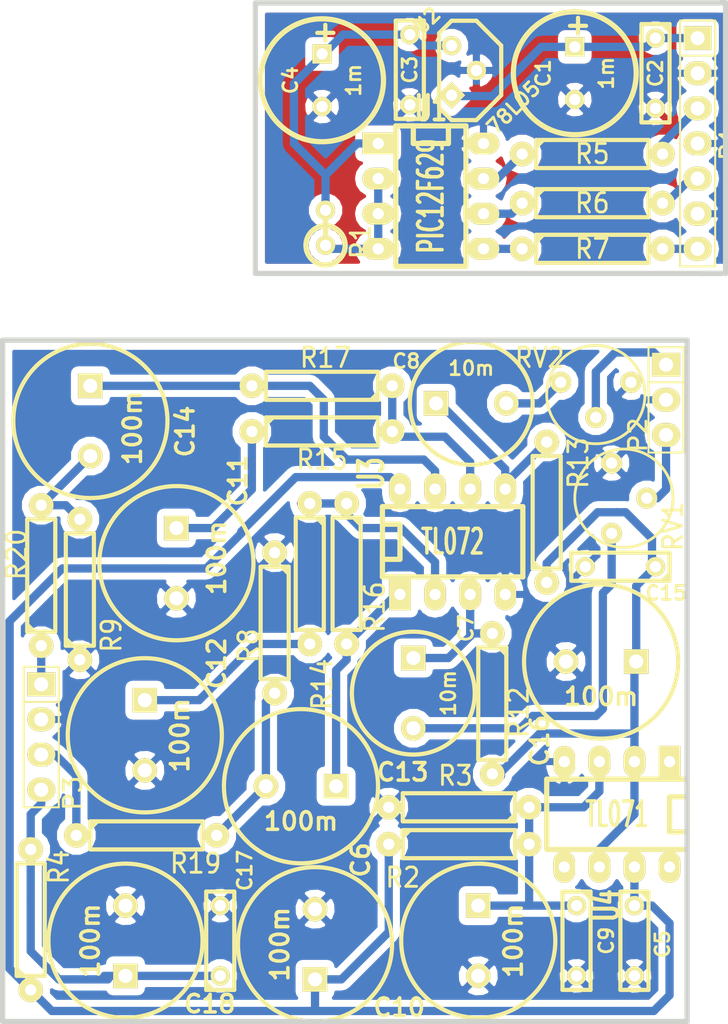
<source format=kicad_pcb>
(kicad_pcb (version 4) (host pcbnew 0.201412011747+5309~19~ubuntu14.04.1-product)

  (general
    (links 83)
    (no_connects 0)
    (area 122.005876 80.327499 177.363362 154.572844)
    (thickness 1.6002)
    (drawings 13)
    (tracks 189)
    (zones 0)
    (modules 44)
    (nets 32)
  )

  (page A4)
  (title_block
    (date "22 sep 2014")
  )

  (layers
    (0 Front signal hide)
    (31 Back signal)
    (32 B.Adhes user)
    (33 F.Adhes user)
    (34 B.Paste user)
    (35 F.Paste user)
    (36 B.SilkS user)
    (37 F.SilkS user)
    (38 B.Mask user)
    (39 F.Mask user)
    (40 Dwgs.User user)
    (41 Cmts.User user)
    (42 Eco1.User user)
    (43 Eco2.User user)
    (44 Edge.Cuts user)
  )

  (setup
    (last_trace_width 0.59944)
    (trace_clearance 0.254)
    (zone_clearance 0.508)
    (zone_45_only yes)
    (trace_min 0.2032)
    (segment_width 0.381)
    (edge_width 0.381)
    (via_size 0.889)
    (via_drill 0.635)
    (via_min_size 0.889)
    (via_min_drill 0.508)
    (uvia_size 0.508)
    (uvia_drill 0.127)
    (uvias_allowed no)
    (uvia_min_size 0.508)
    (uvia_min_drill 0.127)
    (pcb_text_width 0.3048)
    (pcb_text_size 1.524 2.032)
    (mod_edge_width 0.381)
    (mod_text_size 1.524 1.524)
    (mod_text_width 0.3048)
    (pad_size 1.4 0.9)
    (pad_drill 0)
    (pad_to_mask_clearance 0.254)
    (aux_axis_origin 0 0)
    (visible_elements FFFFFFBF)
    (pcbplotparams
      (layerselection 0x00030_80000001)
      (usegerberextensions true)
      (excludeedgelayer true)
      (linewidth 0.150000)
      (plotframeref false)
      (viasonmask false)
      (mode 1)
      (useauxorigin false)
      (hpglpennumber 1)
      (hpglpenspeed 20)
      (hpglpendiameter 15)
      (hpglpenoverlay 0)
      (psnegative false)
      (psa4output false)
      (plotreference true)
      (plotvalue true)
      (plotinvisibletext false)
      (padsonsilk false)
      (subtractmaskfromsilk false)
      (outputformat 1)
      (mirror false)
      (drillshape 1)
      (scaleselection 1)
      (outputdirectory ""))
  )

  (net 0 "")
  (net 1 +12V)
  (net 2 +5V)
  (net 3 +6V)
  (net 4 AGND)
  (net 5 CLK)
  (net 6 DataIn)
  (net 7 DataOut)
  (net 8 GND)
  (net 9 POWER_CTL)
  (net 10 filtered_12V)
  (net 11 left_in)
  (net 12 left_out)
  (net 13 right_in)
  (net 14 right_out)
  (net 15 "Net-(C7-Pad1)")
  (net 16 "Net-(C7-Pad2)")
  (net 17 "Net-(C8-Pad1)")
  (net 18 "Net-(C8-Pad2)")
  (net 19 "Net-(C10-Pad1)")
  (net 20 "Net-(C11-Pad1)")
  (net 21 "Net-(C12-Pad1)")
  (net 22 "Net-(C13-Pad1)")
  (net 23 "Net-(C13-Pad2)")
  (net 24 "Net-(C14-Pad1)")
  (net 25 "Net-(C14-Pad2)")
  (net 26 "Net-(R1-Pad1)")
  (net 27 "Net-(R5-Pad1)")
  (net 28 "Net-(R6-Pad1)")
  (net 29 "Net-(R7-Pad1)")
  (net 30 "Net-(R14-Pad1)")
  (net 31 "Net-(R15-Pad2)")

  (net_class Default "This is the default net class."
    (clearance 0.254)
    (trace_width 0.59944)
    (via_dia 0.889)
    (via_drill 0.635)
    (uvia_dia 0.508)
    (uvia_drill 0.127)
    (add_net +12V)
    (add_net +5V)
    (add_net +6V)
    (add_net AGND)
    (add_net CLK)
    (add_net DataIn)
    (add_net DataOut)
    (add_net GND)
    (add_net "Net-(C10-Pad1)")
    (add_net "Net-(C11-Pad1)")
    (add_net "Net-(C12-Pad1)")
    (add_net "Net-(C13-Pad1)")
    (add_net "Net-(C13-Pad2)")
    (add_net "Net-(C14-Pad1)")
    (add_net "Net-(C14-Pad2)")
    (add_net "Net-(C7-Pad1)")
    (add_net "Net-(C7-Pad2)")
    (add_net "Net-(C8-Pad1)")
    (add_net "Net-(C8-Pad2)")
    (add_net "Net-(R1-Pad1)")
    (add_net "Net-(R14-Pad1)")
    (add_net "Net-(R15-Pad2)")
    (add_net "Net-(R5-Pad1)")
    (add_net "Net-(R6-Pad1)")
    (add_net "Net-(R7-Pad1)")
    (add_net POWER_CTL)
    (add_net filtered_12V)
    (add_net left_in)
    (add_net left_out)
    (add_net right_in)
    (add_net right_out)
  )

  (module Discret:C1.5V8V (layer Front) (tedit 5425891C) (tstamp 54258A71)
    (at 164.592 85.598 270)
    (path /52D0328F)
    (fp_text reference C1 (at 0 2.286 270) (layer F.SilkS)
      (effects (font (size 1.016 1.016) (thickness 0.2032)))
    )
    (fp_text value 1m (at 0 -2.286 270) (layer F.SilkS)
      (effects (font (size 1.016 1.016) (thickness 0.2032)))
    )
    (fp_text user + (at -3.429 -0.127 270) (layer F.SilkS)
      (effects (font (thickness 0.3048)))
    )
    (fp_circle (center 0 0) (end 0 4.445) (layer F.SilkS) (width 0.381))
    (pad 1 thru_hole rect (at -1.905 0 270) (size 1.397 1.397) (drill 0.8128) (layers *.Cu *.Mask F.SilkS)
      (net 9 POWER_CTL))
    (pad 2 thru_hole circle (at 1.905 0 270) (size 1.397 1.397) (drill 0.8128) (layers *.Cu *.Mask F.SilkS)
      (net 8 GND))
    (model discret/c_vert_c1v8.wrl
      (at (xyz 0 0 0))
      (scale (xyz 1.5 1.5 1))
      (rotate (xyz 0 0 0))
    )
  )

  (module Discret:C2 (layer Front) (tedit 5425891C) (tstamp 54258A78)
    (at 170.434 85.598 270)
    (descr "Condensateur = 2 pas")
    (tags C)
    (path /52D02F40)
    (fp_text reference C2 (at 0 0 270) (layer F.SilkS)
      (effects (font (size 1.016 1.016) (thickness 0.2032)))
    )
    (fp_text value 100n (at 0 0 270) (layer F.SilkS) hide
      (effects (font (size 1.016 1.016) (thickness 0.2032)))
    )
    (fp_line (start -3.556 -1.016) (end 3.556 -1.016) (layer F.SilkS) (width 0.3048))
    (fp_line (start 3.556 -1.016) (end 3.556 1.016) (layer F.SilkS) (width 0.3048))
    (fp_line (start 3.556 1.016) (end -3.556 1.016) (layer F.SilkS) (width 0.3048))
    (fp_line (start -3.556 1.016) (end -3.556 -1.016) (layer F.SilkS) (width 0.3048))
    (fp_line (start -3.556 -0.508) (end -3.048 -1.016) (layer F.SilkS) (width 0.3048))
    (pad 1 thru_hole circle (at -2.54 0 270) (size 1.397 1.397) (drill 0.8128) (layers *.Cu *.Mask F.SilkS)
      (net 9 POWER_CTL))
    (pad 2 thru_hole circle (at 2.54 0 270) (size 1.397 1.397) (drill 0.8128) (layers *.Cu *.Mask F.SilkS)
      (net 8 GND))
    (model discret/capa_2pas_5x5mm.wrl
      (at (xyz 0 0 0))
      (scale (xyz 1 1 1))
      (rotate (xyz 0 0 0))
    )
  )

  (module Discret:C2 (layer Front) (tedit 5425891C) (tstamp 54258A82)
    (at 152.654 85.344 270)
    (descr "Condensateur = 2 pas")
    (tags C)
    (path /52D02F45)
    (fp_text reference C3 (at 0 0 270) (layer F.SilkS)
      (effects (font (size 1.016 1.016) (thickness 0.2032)))
    )
    (fp_text value 100n (at 0 0 270) (layer F.SilkS) hide
      (effects (font (size 1.016 1.016) (thickness 0.2032)))
    )
    (fp_line (start -3.556 -1.016) (end 3.556 -1.016) (layer F.SilkS) (width 0.3048))
    (fp_line (start 3.556 -1.016) (end 3.556 1.016) (layer F.SilkS) (width 0.3048))
    (fp_line (start 3.556 1.016) (end -3.556 1.016) (layer F.SilkS) (width 0.3048))
    (fp_line (start -3.556 1.016) (end -3.556 -1.016) (layer F.SilkS) (width 0.3048))
    (fp_line (start -3.556 -0.508) (end -3.048 -1.016) (layer F.SilkS) (width 0.3048))
    (pad 1 thru_hole circle (at -2.54 0 270) (size 1.397 1.397) (drill 0.8128) (layers *.Cu *.Mask F.SilkS)
      (net 2 +5V))
    (pad 2 thru_hole circle (at 2.54 0 270) (size 1.397 1.397) (drill 0.8128) (layers *.Cu *.Mask F.SilkS)
      (net 8 GND))
    (model discret/capa_2pas_5x5mm.wrl
      (at (xyz 0 0 0))
      (scale (xyz 1 1 1))
      (rotate (xyz 0 0 0))
    )
  )

  (module Discret:C1.5V8V (layer Front) (tedit 5425891C) (tstamp 54258A8C)
    (at 146.304 86.106 270)
    (path /52E56B09)
    (fp_text reference C4 (at 0 2.286 270) (layer F.SilkS)
      (effects (font (size 1.016 1.016) (thickness 0.2032)))
    )
    (fp_text value 1m (at 0 -2.286 270) (layer F.SilkS)
      (effects (font (size 1.016 1.016) (thickness 0.2032)))
    )
    (fp_text user + (at -3.429 -0.127 270) (layer F.SilkS)
      (effects (font (thickness 0.3048)))
    )
    (fp_circle (center 0 0) (end 0 4.445) (layer F.SilkS) (width 0.381))
    (pad 1 thru_hole rect (at -1.905 0 270) (size 1.397 1.397) (drill 0.8128) (layers *.Cu *.Mask F.SilkS)
      (net 2 +5V))
    (pad 2 thru_hole circle (at 1.905 0 270) (size 1.397 1.397) (drill 0.8128) (layers *.Cu *.Mask F.SilkS)
      (net 8 GND))
    (model discret/c_vert_c1v8.wrl
      (at (xyz 0 0 0))
      (scale (xyz 1.5 1.5 1))
      (rotate (xyz 0 0 0))
    )
  )

  (module Discret:C2 (layer Front) (tedit 54259F11) (tstamp 54258A93)
    (at 168.91 148.336 270)
    (descr "Condensateur = 2 pas")
    (tags C)
    (path /53B69ABB)
    (fp_text reference C5 (at 0.254 -2.032 270) (layer F.SilkS)
      (effects (font (size 1.016 1.016) (thickness 0.2032)))
    )
    (fp_text value 100n (at 0 0 270) (layer F.SilkS) hide
      (effects (font (size 1.016 1.016) (thickness 0.2032)))
    )
    (fp_line (start -3.556 -1.016) (end 3.556 -1.016) (layer F.SilkS) (width 0.3048))
    (fp_line (start 3.556 -1.016) (end 3.556 1.016) (layer F.SilkS) (width 0.3048))
    (fp_line (start 3.556 1.016) (end -3.556 1.016) (layer F.SilkS) (width 0.3048))
    (fp_line (start -3.556 1.016) (end -3.556 -1.016) (layer F.SilkS) (width 0.3048))
    (fp_line (start -3.556 -0.508) (end -3.048 -1.016) (layer F.SilkS) (width 0.3048))
    (pad 1 thru_hole circle (at -2.54 0 270) (size 1.397 1.397) (drill 0.8128) (layers *.Cu *.Mask F.SilkS)
      (net 10 filtered_12V))
    (pad 2 thru_hole circle (at 2.54 0 270) (size 1.397 1.397) (drill 0.8128) (layers *.Cu *.Mask F.SilkS)
      (net 4 AGND))
    (model discret/capa_2pas_5x5mm.wrl
      (at (xyz 0 0 0))
      (scale (xyz 1 1 1))
      (rotate (xyz 0 0 0))
    )
  )

  (module Discret:C2V10 (layer Front) (tedit 54259ED5) (tstamp 54258A9D)
    (at 145.796 148.59 90)
    (descr "Condensateur polarise")
    (tags CP)
    (path /53B69ABC)
    (fp_text reference C6 (at 6.096 3.302 90) (layer F.SilkS)
      (effects (font (size 1.27 1.27) (thickness 0.254)))
    )
    (fp_text value 100m (at 0 -2.54 90) (layer F.SilkS)
      (effects (font (size 1.27 1.27) (thickness 0.254)))
    )
    (fp_circle (center 0 0) (end 4.826 -2.794) (layer F.SilkS) (width 0.3048))
    (pad 1 thru_hole rect (at -2.54 0 90) (size 1.778 1.778) (drill 1.016) (layers *.Cu *.Mask F.SilkS)
      (net 10 filtered_12V))
    (pad 2 thru_hole circle (at 2.54 0 90) (size 1.778 1.778) (drill 1.016) (layers *.Cu *.Mask F.SilkS)
      (net 4 AGND))
    (model discret/c_vert_c2v10.wrl
      (at (xyz 0 0 0))
      (scale (xyz 1 1 1))
      (rotate (xyz 0 0 0))
    )
  )

  (module Discret:C2V8 (layer Front) (tedit 54259EB9) (tstamp 54258AA3)
    (at 152.908 130.429 270)
    (descr "Condensateur polarise")
    (tags CP)
    (path /53B69379)
    (fp_text reference C7 (at -4.699 -3.81 270) (layer F.SilkS)
      (effects (font (size 1.016 1.016) (thickness 0.2032)))
    )
    (fp_text value 10m (at 0 -2.54 270) (layer F.SilkS)
      (effects (font (size 1.016 1.016) (thickness 0.2032)))
    )
    (fp_circle (center 0 0) (end -4.445 0) (layer F.SilkS) (width 0.3048))
    (pad 1 thru_hole rect (at -2.54 0 270) (size 1.778 1.778) (drill 1.016) (layers *.Cu *.Mask F.SilkS)
      (net 15 "Net-(C7-Pad1)"))
    (pad 2 thru_hole circle (at 2.54 0 270) (size 1.778 1.778) (drill 1.016) (layers *.Cu *.Mask F.SilkS)
      (net 16 "Net-(C7-Pad2)"))
    (model discret/c_vert_c2v10.wrl
      (at (xyz 0 0 0))
      (scale (xyz 1 1 1))
      (rotate (xyz 0 0 0))
    )
  )

  (module Discret:C2V8 (layer Front) (tedit 54259E6E) (tstamp 54258AA9)
    (at 157.099 109.474)
    (descr "Condensateur polarise")
    (tags CP)
    (path /53B6936E)
    (fp_text reference C8 (at -4.699 -3.048) (layer F.SilkS)
      (effects (font (size 1.016 1.016) (thickness 0.2032)))
    )
    (fp_text value 10m (at 0 -2.54) (layer F.SilkS)
      (effects (font (size 1.016 1.016) (thickness 0.2032)))
    )
    (fp_circle (center 0 0) (end -4.445 0) (layer F.SilkS) (width 0.3048))
    (pad 1 thru_hole rect (at -2.54 0) (size 1.778 1.778) (drill 1.016) (layers *.Cu *.Mask F.SilkS)
      (net 17 "Net-(C8-Pad1)"))
    (pad 2 thru_hole circle (at 2.54 0) (size 1.778 1.778) (drill 1.016) (layers *.Cu *.Mask F.SilkS)
      (net 18 "Net-(C8-Pad2)"))
    (model discret/c_vert_c2v10.wrl
      (at (xyz 0 0 0))
      (scale (xyz 1 1 1))
      (rotate (xyz 0 0 0))
    )
  )

  (module Discret:C2 (layer Front) (tedit 54259F0E) (tstamp 54258AAF)
    (at 164.719 148.336 270)
    (descr "Condensateur = 2 pas")
    (tags C)
    (path /53B699C0)
    (fp_text reference C9 (at 0 -2.159 270) (layer F.SilkS)
      (effects (font (size 1.016 1.016) (thickness 0.2032)))
    )
    (fp_text value 100n (at 0 0 270) (layer F.SilkS) hide
      (effects (font (size 1.016 1.016) (thickness 0.2032)))
    )
    (fp_line (start -3.556 -1.016) (end 3.556 -1.016) (layer F.SilkS) (width 0.3048))
    (fp_line (start 3.556 -1.016) (end 3.556 1.016) (layer F.SilkS) (width 0.3048))
    (fp_line (start 3.556 1.016) (end -3.556 1.016) (layer F.SilkS) (width 0.3048))
    (fp_line (start -3.556 1.016) (end -3.556 -1.016) (layer F.SilkS) (width 0.3048))
    (fp_line (start -3.556 -0.508) (end -3.048 -1.016) (layer F.SilkS) (width 0.3048))
    (pad 1 thru_hole circle (at -2.54 0 270) (size 1.397 1.397) (drill 0.8128) (layers *.Cu *.Mask F.SilkS)
      (net 19 "Net-(C10-Pad1)"))
    (pad 2 thru_hole circle (at 2.54 0 270) (size 1.397 1.397) (drill 0.8128) (layers *.Cu *.Mask F.SilkS)
      (net 4 AGND))
    (model discret/capa_2pas_5x5mm.wrl
      (at (xyz 0 0 0))
      (scale (xyz 1 1 1))
      (rotate (xyz 0 0 0))
    )
  )

  (module Discret:C2V10 (layer Front) (tedit 54259EDA) (tstamp 54258AB9)
    (at 157.607 148.336 270)
    (descr "Condensateur polarise")
    (tags CP)
    (path /53B699B9)
    (fp_text reference C10 (at 4.826 5.715 360) (layer F.SilkS)
      (effects (font (size 1.27 1.27) (thickness 0.254)))
    )
    (fp_text value 100m (at 0 -2.54 270) (layer F.SilkS)
      (effects (font (size 1.27 1.27) (thickness 0.254)))
    )
    (fp_circle (center 0 0) (end 4.826 -2.794) (layer F.SilkS) (width 0.3048))
    (pad 1 thru_hole rect (at -2.54 0 270) (size 1.778 1.778) (drill 1.016) (layers *.Cu *.Mask F.SilkS)
      (net 19 "Net-(C10-Pad1)"))
    (pad 2 thru_hole circle (at 2.54 0 270) (size 1.778 1.778) (drill 1.016) (layers *.Cu *.Mask F.SilkS)
      (net 4 AGND))
    (model discret/c_vert_c2v10.wrl
      (at (xyz 0 0 0))
      (scale (xyz 1 1 1))
      (rotate (xyz 0 0 0))
    )
  )

  (module Discret:C2V10 (layer Front) (tedit 54259F07) (tstamp 54259479)
    (at 135.763 121.031 270)
    (descr "Condensateur polarise")
    (tags CP)
    (path /53B692ED)
    (fp_text reference C11 (at -5.969 -4.445 270) (layer F.SilkS)
      (effects (font (size 1.27 1.27) (thickness 0.254)))
    )
    (fp_text value 100m (at -0.381 -2.921 270) (layer F.SilkS)
      (effects (font (size 1.27 1.27) (thickness 0.254)))
    )
    (fp_circle (center 0 0) (end 4.826 -2.794) (layer F.SilkS) (width 0.3048))
    (pad 1 thru_hole rect (at -2.54 0 270) (size 1.778 1.778) (drill 1.016) (layers *.Cu *.Mask F.SilkS)
      (net 20 "Net-(C11-Pad1)"))
    (pad 2 thru_hole circle (at 2.54 0 270) (size 1.778 1.778) (drill 1.016) (layers *.Cu *.Mask F.SilkS)
      (net 4 AGND))
    (model discret/c_vert_c2v10.wrl
      (at (xyz 0 0 0))
      (scale (xyz 1 1 1))
      (rotate (xyz 0 0 0))
    )
  )

  (module Discret:C2V10 (layer Front) (tedit 54259E8C) (tstamp 54259471)
    (at 133.477 133.477 270)
    (descr "Condensateur polarise")
    (tags CP)
    (path /53B692EA)
    (fp_text reference C12 (at -5.207 -5.207 270) (layer F.SilkS)
      (effects (font (size 1.27 1.27) (thickness 0.254)))
    )
    (fp_text value 100m (at 0 -2.54 270) (layer F.SilkS)
      (effects (font (size 1.27 1.27) (thickness 0.254)))
    )
    (fp_circle (center 0 0) (end 4.826 -2.794) (layer F.SilkS) (width 0.3048))
    (pad 1 thru_hole rect (at -2.54 0 270) (size 1.778 1.778) (drill 1.016) (layers *.Cu *.Mask F.SilkS)
      (net 21 "Net-(C12-Pad1)"))
    (pad 2 thru_hole circle (at 2.54 0 270) (size 1.778 1.778) (drill 1.016) (layers *.Cu *.Mask F.SilkS)
      (net 4 AGND))
    (model discret/c_vert_c2v10.wrl
      (at (xyz 0 0 0))
      (scale (xyz 1 1 1))
      (rotate (xyz 0 0 0))
    )
  )

  (module Discret:C2V10 (layer Front) (tedit 54259EDE) (tstamp 54258ACB)
    (at 144.78 137.16 180)
    (descr "Condensateur polarise")
    (tags CP)
    (path /53B69175)
    (fp_text reference C13 (at -7.366 1.016 180) (layer F.SilkS)
      (effects (font (size 1.27 1.27) (thickness 0.254)))
    )
    (fp_text value 100m (at 0 -2.54 180) (layer F.SilkS)
      (effects (font (size 1.27 1.27) (thickness 0.254)))
    )
    (fp_circle (center 0 0) (end 4.826 -2.794) (layer F.SilkS) (width 0.3048))
    (pad 1 thru_hole rect (at -2.54 0 180) (size 1.778 1.778) (drill 1.016) (layers *.Cu *.Mask F.SilkS)
      (net 22 "Net-(C13-Pad1)"))
    (pad 2 thru_hole circle (at 2.54 0 180) (size 1.778 1.778) (drill 1.016) (layers *.Cu *.Mask F.SilkS)
      (net 23 "Net-(C13-Pad2)"))
    (model discret/c_vert_c2v10.wrl
      (at (xyz 0 0 0))
      (scale (xyz 1 1 1))
      (rotate (xyz 0 0 0))
    )
  )

  (module Discret:C2V10 (layer Front) (tedit 54259F04) (tstamp 54258AD1)
    (at 129.54 110.744 270)
    (descr "Condensateur polarise")
    (tags CP)
    (path /53B692C6)
    (fp_text reference C14 (at 0.762 -6.858 270) (layer F.SilkS)
      (effects (font (size 1.27 1.27) (thickness 0.254)))
    )
    (fp_text value 100m (at 0.508 -3.048 270) (layer F.SilkS)
      (effects (font (size 1.27 1.27) (thickness 0.254)))
    )
    (fp_circle (center 0 0) (end 4.826 -2.794) (layer F.SilkS) (width 0.3048))
    (pad 1 thru_hole rect (at -2.54 0 270) (size 1.778 1.778) (drill 1.016) (layers *.Cu *.Mask F.SilkS)
      (net 24 "Net-(C14-Pad1)"))
    (pad 2 thru_hole circle (at 2.54 0 270) (size 1.778 1.778) (drill 1.016) (layers *.Cu *.Mask F.SilkS)
      (net 25 "Net-(C14-Pad2)"))
    (model discret/c_vert_c2v10.wrl
      (at (xyz 0 0 0))
      (scale (xyz 1 1 1))
      (rotate (xyz 0 0 0))
    )
  )

  (module Discret:C2 (layer Front) (tedit 54259EAA) (tstamp 54258AD7)
    (at 167.894 121.285 180)
    (descr "Condensateur = 2 pas")
    (tags C)
    (path /53B69ADF)
    (fp_text reference C15 (at -3.302 -1.905 180) (layer F.SilkS)
      (effects (font (size 1.016 1.016) (thickness 0.2032)))
    )
    (fp_text value 100n (at 0 0 180) (layer F.SilkS) hide
      (effects (font (size 1.016 1.016) (thickness 0.2032)))
    )
    (fp_line (start -3.556 -1.016) (end 3.556 -1.016) (layer F.SilkS) (width 0.3048))
    (fp_line (start 3.556 -1.016) (end 3.556 1.016) (layer F.SilkS) (width 0.3048))
    (fp_line (start 3.556 1.016) (end -3.556 1.016) (layer F.SilkS) (width 0.3048))
    (fp_line (start -3.556 1.016) (end -3.556 -1.016) (layer F.SilkS) (width 0.3048))
    (fp_line (start -3.556 -0.508) (end -3.048 -1.016) (layer F.SilkS) (width 0.3048))
    (pad 1 thru_hole circle (at -2.54 0 180) (size 1.397 1.397) (drill 0.8128) (layers *.Cu *.Mask F.SilkS)
      (net 3 +6V))
    (pad 2 thru_hole circle (at 2.54 0 180) (size 1.397 1.397) (drill 0.8128) (layers *.Cu *.Mask F.SilkS)
      (net 4 AGND))
    (model discret/capa_2pas_5x5mm.wrl
      (at (xyz 0 0 0))
      (scale (xyz 1 1 1))
      (rotate (xyz 0 0 0))
    )
  )

  (module Discret:C2V10 (layer Front) (tedit 54259EB1) (tstamp 54258AE1)
    (at 166.497 128.143 180)
    (descr "Condensateur polarise")
    (tags CP)
    (path /53B69ADE)
    (fp_text reference C16 (at 4.445 -5.715 270) (layer F.SilkS)
      (effects (font (size 1.27 1.27) (thickness 0.254)))
    )
    (fp_text value 100m (at 0 -2.54 180) (layer F.SilkS)
      (effects (font (size 1.27 1.27) (thickness 0.254)))
    )
    (fp_circle (center 0 0) (end 4.826 -2.794) (layer F.SilkS) (width 0.3048))
    (pad 1 thru_hole rect (at -2.54 0 180) (size 1.778 1.778) (drill 1.016) (layers *.Cu *.Mask F.SilkS)
      (net 3 +6V))
    (pad 2 thru_hole circle (at 2.54 0 180) (size 1.778 1.778) (drill 1.016) (layers *.Cu *.Mask F.SilkS)
      (net 4 AGND))
    (model discret/c_vert_c2v10.wrl
      (at (xyz 0 0 0))
      (scale (xyz 1 1 1))
      (rotate (xyz 0 0 0))
    )
  )

  (module Discret:C2 (layer Front) (tedit 54259ECB) (tstamp 54258AE7)
    (at 138.938 148.336 90)
    (descr "Condensateur = 2 pas")
    (tags C)
    (path /53B69AE3)
    (fp_text reference C17 (at 5.08 1.778 90) (layer F.SilkS)
      (effects (font (size 1.016 1.016) (thickness 0.2032)))
    )
    (fp_text value 100n (at 0 0 90) (layer F.SilkS) hide
      (effects (font (size 1.016 1.016) (thickness 0.2032)))
    )
    (fp_line (start -3.556 -1.016) (end 3.556 -1.016) (layer F.SilkS) (width 0.3048))
    (fp_line (start 3.556 -1.016) (end 3.556 1.016) (layer F.SilkS) (width 0.3048))
    (fp_line (start 3.556 1.016) (end -3.556 1.016) (layer F.SilkS) (width 0.3048))
    (fp_line (start -3.556 1.016) (end -3.556 -1.016) (layer F.SilkS) (width 0.3048))
    (fp_line (start -3.556 -0.508) (end -3.048 -1.016) (layer F.SilkS) (width 0.3048))
    (pad 1 thru_hole circle (at -2.54 0 90) (size 1.397 1.397) (drill 0.8128) (layers *.Cu *.Mask F.SilkS)
      (net 1 +12V))
    (pad 2 thru_hole circle (at 2.54 0 90) (size 1.397 1.397) (drill 0.8128) (layers *.Cu *.Mask F.SilkS)
      (net 4 AGND))
    (model discret/capa_2pas_5x5mm.wrl
      (at (xyz 0 0 0))
      (scale (xyz 1 1 1))
      (rotate (xyz 0 0 0))
    )
  )

  (module Discret:C2V10 (layer Front) (tedit 54259EC7) (tstamp 54258AF1)
    (at 132.08 148.336 90)
    (descr "Condensateur polarise")
    (tags CP)
    (path /53B69AE4)
    (fp_text reference C18 (at -4.572 6.096 180) (layer F.SilkS)
      (effects (font (size 1.27 1.27) (thickness 0.254)))
    )
    (fp_text value 100m (at 0 -2.54 90) (layer F.SilkS)
      (effects (font (size 1.27 1.27) (thickness 0.254)))
    )
    (fp_circle (center 0 0) (end 4.826 -2.794) (layer F.SilkS) (width 0.3048))
    (pad 1 thru_hole rect (at -2.54 0 90) (size 1.778 1.778) (drill 1.016) (layers *.Cu *.Mask F.SilkS)
      (net 1 +12V))
    (pad 2 thru_hole circle (at 2.54 0 90) (size 1.778 1.778) (drill 1.016) (layers *.Cu *.Mask F.SilkS)
      (net 4 AGND))
    (model discret/c_vert_c2v10.wrl
      (at (xyz 0 0 0))
      (scale (xyz 1 1 1))
      (rotate (xyz 0 0 0))
    )
  )

  (module Pin_Headers:Pin_Header_Straight_1x03 (layer Front) (tedit 54259E4B) (tstamp 54258B08)
    (at 171.196 109.22 270)
    (descr "Through hole pin header")
    (tags "pin header")
    (path /52D52591)
    (fp_text reference P2 (at 2.54 2.032 270) (layer F.SilkS)
      (effects (font (size 1.27 1.27) (thickness 0.2032)))
    )
    (fp_text value Ain (at 0 0 270) (layer F.SilkS) hide
      (effects (font (size 1.27 1.27) (thickness 0.2032)))
    )
    (fp_line (start -1.27 1.27) (end 3.81 1.27) (layer F.SilkS) (width 0.15))
    (fp_line (start 3.81 1.27) (end 3.81 -1.27) (layer F.SilkS) (width 0.15))
    (fp_line (start 3.81 -1.27) (end -1.27 -1.27) (layer F.SilkS) (width 0.15))
    (fp_line (start -3.81 -1.27) (end -1.27 -1.27) (layer F.SilkS) (width 0.15))
    (fp_line (start -1.27 -1.27) (end -1.27 1.27) (layer F.SilkS) (width 0.15))
    (fp_line (start -3.81 -1.27) (end -3.81 1.27) (layer F.SilkS) (width 0.15))
    (fp_line (start -3.81 1.27) (end -1.27 1.27) (layer F.SilkS) (width 0.15))
    (pad 1 thru_hole rect (at -2.54 0 270) (size 1.7272 2.032) (drill 1.016) (layers *.Cu *.Mask F.SilkS)
      (net 11 left_in))
    (pad 2 thru_hole oval (at 0 0 270) (size 1.7272 2.032) (drill 1.016) (layers *.Cu *.Mask F.SilkS)
      (net 4 AGND))
    (pad 3 thru_hole oval (at 2.54 0 270) (size 1.7272 2.032) (drill 1.016) (layers *.Cu *.Mask F.SilkS)
      (net 13 right_in))
    (model Pin_Headers/Pin_Header_Straight_1x03.wrl
      (at (xyz 0 0 0))
      (scale (xyz 1 1 1))
      (rotate (xyz 0 0 0))
    )
  )

  (module Pin_Headers:Pin_Header_Straight_1x04 (layer Front) (tedit 54259E8B) (tstamp 54258B15)
    (at 125.984 133.604 270)
    (descr "Through hole pin header")
    (tags "pin header")
    (path /53B6A1EC)
    (fp_text reference P3 (at 4.064 -2.286 270) (layer F.SilkS)
      (effects (font (size 1.27 1.27) (thickness 0.2032)))
    )
    (fp_text value Aout (at 0 0 270) (layer F.SilkS) hide
      (effects (font (size 1.27 1.27) (thickness 0.2032)))
    )
    (fp_line (start -2.54 1.27) (end 5.08 1.27) (layer F.SilkS) (width 0.15))
    (fp_line (start -2.54 -1.27) (end 5.08 -1.27) (layer F.SilkS) (width 0.15))
    (fp_line (start -5.08 -1.27) (end -2.54 -1.27) (layer F.SilkS) (width 0.15))
    (fp_line (start 5.08 1.27) (end 5.08 -1.27) (layer F.SilkS) (width 0.15))
    (fp_line (start -2.54 -1.27) (end -2.54 1.27) (layer F.SilkS) (width 0.15))
    (fp_line (start -5.08 -1.27) (end -5.08 1.27) (layer F.SilkS) (width 0.15))
    (fp_line (start -5.08 1.27) (end -2.54 1.27) (layer F.SilkS) (width 0.15))
    (pad 1 thru_hole rect (at -3.81 0 270) (size 1.7272 2.032) (drill 1.016) (layers *.Cu *.Mask F.SilkS)
      (net 12 left_out))
    (pad 2 thru_hole oval (at -1.27 0 270) (size 1.7272 2.032) (drill 1.016) (layers *.Cu *.Mask F.SilkS)
      (net 4 AGND))
    (pad 3 thru_hole oval (at 1.27 0 270) (size 1.7272 2.032) (drill 1.016) (layers *.Cu *.Mask F.SilkS)
      (net 14 right_out))
    (pad 4 thru_hole oval (at 3.81 0 270) (size 1.7272 2.032) (drill 1.016) (layers *.Cu *.Mask F.SilkS)
      (net 1 +12V))
    (model Pin_Headers/Pin_Header_Straight_1x04.wrl
      (at (xyz 0 0 0))
      (scale (xyz 1 1 1))
      (rotate (xyz 0 0 0))
    )
  )

  (module Discret:R1 (layer Front) (tedit 5425891C) (tstamp 54258B23)
    (at 146.558 96.774 90)
    (descr "Resistance verticale")
    (tags R)
    (path /52D03054)
    (autoplace_cost90 10)
    (autoplace_cost180 10)
    (fp_text reference R1 (at -1.016 2.54 90) (layer F.SilkS)
      (effects (font (size 1.397 1.27) (thickness 0.2032)))
    )
    (fp_text value 10k (at -1.143 2.54 90) (layer F.SilkS) hide
      (effects (font (size 1.397 1.27) (thickness 0.2032)))
    )
    (fp_line (start -1.27 0) (end 1.27 0) (layer F.SilkS) (width 0.381))
    (fp_circle (center -1.27 0) (end -0.635 1.27) (layer F.SilkS) (width 0.381))
    (pad 1 thru_hole circle (at -1.27 0 90) (size 1.397 1.397) (drill 0.8128) (layers *.Cu *.Mask F.SilkS)
      (net 26 "Net-(R1-Pad1)"))
    (pad 2 thru_hole circle (at 1.27 0 90) (size 1.397 1.397) (drill 0.8128) (layers *.Cu *.Mask F.SilkS)
      (net 2 +5V))
    (model discret/verti_resistor.wrl
      (at (xyz 0 0 0))
      (scale (xyz 1 1 1))
      (rotate (xyz 0 0 0))
    )
  )

  (module Discret:R4-LARGE_PADS (layer Front) (tedit 54259EE3) (tstamp 5425971C)
    (at 156.21 141.351)
    (descr "Resitance 4 pas")
    (tags R)
    (path /53B69979)
    (autoplace_cost180 10)
    (fp_text reference R2 (at -4.064 2.413) (layer F.SilkS)
      (effects (font (size 1.397 1.27) (thickness 0.2032)))
    )
    (fp_text value 22k (at 0 0) (layer F.SilkS) hide
      (effects (font (size 1.397 1.27) (thickness 0.2032)))
    )
    (fp_line (start -5.08 0) (end -4.064 0) (layer F.SilkS) (width 0.3048))
    (fp_line (start -4.064 0) (end -4.064 -1.016) (layer F.SilkS) (width 0.3048))
    (fp_line (start -4.064 -1.016) (end 4.064 -1.016) (layer F.SilkS) (width 0.3048))
    (fp_line (start 4.064 -1.016) (end 4.064 1.016) (layer F.SilkS) (width 0.3048))
    (fp_line (start 4.064 1.016) (end -4.064 1.016) (layer F.SilkS) (width 0.3048))
    (fp_line (start -4.064 1.016) (end -4.064 0) (layer F.SilkS) (width 0.3048))
    (fp_line (start -4.064 -0.508) (end -3.556 -1.016) (layer F.SilkS) (width 0.3048))
    (fp_line (start 5.08 0) (end 4.064 0) (layer F.SilkS) (width 0.3048))
    (pad 1 thru_hole circle (at -5.08 0) (size 1.778 1.778) (drill 0.8128) (layers *.Cu *.Mask F.SilkS)
      (net 10 filtered_12V))
    (pad 2 thru_hole circle (at 5.08 0) (size 1.778 1.778) (drill 0.8128) (layers *.Cu *.Mask F.SilkS)
      (net 19 "Net-(C10-Pad1)"))
    (model discret/resistor.wrl
      (at (xyz 0 0 0))
      (scale (xyz 0.4 0.4 0.4))
      (rotate (xyz 0 0 0))
    )
  )

  (module Discret:R4-LARGE_PADS (layer Front) (tedit 54259EE1) (tstamp 54258B37)
    (at 156.21 138.684 180)
    (descr "Resitance 4 pas")
    (tags R)
    (path /53B69981)
    (autoplace_cost180 10)
    (fp_text reference R3 (at 0.254 2.286 180) (layer F.SilkS)
      (effects (font (size 1.397 1.27) (thickness 0.2032)))
    )
    (fp_text value 22k (at 0 0 180) (layer F.SilkS) hide
      (effects (font (size 1.397 1.27) (thickness 0.2032)))
    )
    (fp_line (start -5.08 0) (end -4.064 0) (layer F.SilkS) (width 0.3048))
    (fp_line (start -4.064 0) (end -4.064 -1.016) (layer F.SilkS) (width 0.3048))
    (fp_line (start -4.064 -1.016) (end 4.064 -1.016) (layer F.SilkS) (width 0.3048))
    (fp_line (start 4.064 -1.016) (end 4.064 1.016) (layer F.SilkS) (width 0.3048))
    (fp_line (start 4.064 1.016) (end -4.064 1.016) (layer F.SilkS) (width 0.3048))
    (fp_line (start -4.064 1.016) (end -4.064 0) (layer F.SilkS) (width 0.3048))
    (fp_line (start -4.064 -0.508) (end -3.556 -1.016) (layer F.SilkS) (width 0.3048))
    (fp_line (start 5.08 0) (end 4.064 0) (layer F.SilkS) (width 0.3048))
    (pad 1 thru_hole circle (at -5.08 0 180) (size 1.778 1.778) (drill 0.8128) (layers *.Cu *.Mask F.SilkS)
      (net 19 "Net-(C10-Pad1)"))
    (pad 2 thru_hole circle (at 5.08 0 180) (size 1.778 1.778) (drill 0.8128) (layers *.Cu *.Mask F.SilkS)
      (net 4 AGND))
    (model discret/resistor.wrl
      (at (xyz 0 0 0))
      (scale (xyz 0.4 0.4 0.4))
      (rotate (xyz 0 0 0))
    )
  )

  (module Discret:R4-LARGE_PADS (layer Front) (tedit 54259EC2) (tstamp 54258B44)
    (at 125.222 146.812 90)
    (descr "Resitance 4 pas")
    (tags R)
    (path /53B69B87)
    (autoplace_cost180 10)
    (fp_text reference R4 (at 3.81 2.032 90) (layer F.SilkS)
      (effects (font (size 1.397 1.27) (thickness 0.2032)))
    )
    (fp_text value 10 (at 0 0 90) (layer F.SilkS) hide
      (effects (font (size 1.397 1.27) (thickness 0.2032)))
    )
    (fp_line (start -5.08 0) (end -4.064 0) (layer F.SilkS) (width 0.3048))
    (fp_line (start -4.064 0) (end -4.064 -1.016) (layer F.SilkS) (width 0.3048))
    (fp_line (start -4.064 -1.016) (end 4.064 -1.016) (layer F.SilkS) (width 0.3048))
    (fp_line (start 4.064 -1.016) (end 4.064 1.016) (layer F.SilkS) (width 0.3048))
    (fp_line (start 4.064 1.016) (end -4.064 1.016) (layer F.SilkS) (width 0.3048))
    (fp_line (start -4.064 1.016) (end -4.064 0) (layer F.SilkS) (width 0.3048))
    (fp_line (start -4.064 -0.508) (end -3.556 -1.016) (layer F.SilkS) (width 0.3048))
    (fp_line (start 5.08 0) (end 4.064 0) (layer F.SilkS) (width 0.3048))
    (pad 1 thru_hole circle (at -5.08 0 90) (size 1.778 1.778) (drill 0.8128) (layers *.Cu *.Mask F.SilkS)
      (net 10 filtered_12V))
    (pad 2 thru_hole circle (at 5.08 0 90) (size 1.778 1.778) (drill 0.8128) (layers *.Cu *.Mask F.SilkS)
      (net 1 +12V))
    (model discret/resistor.wrl
      (at (xyz 0 0 0))
      (scale (xyz 0.4 0.4 0.4))
      (rotate (xyz 0 0 0))
    )
  )

  (module Discret:R4-LARGE_PADS (layer Front) (tedit 5425891C) (tstamp 54258B51)
    (at 165.862 91.44)
    (descr "Resitance 4 pas")
    (tags R)
    (path /52D02AC2)
    (autoplace_cost180 10)
    (fp_text reference R5 (at 0 0) (layer F.SilkS)
      (effects (font (size 1.397 1.27) (thickness 0.2032)))
    )
    (fp_text value 3k3 (at 0 0) (layer F.SilkS) hide
      (effects (font (size 1.397 1.27) (thickness 0.2032)))
    )
    (fp_line (start -5.08 0) (end -4.064 0) (layer F.SilkS) (width 0.3048))
    (fp_line (start -4.064 0) (end -4.064 -1.016) (layer F.SilkS) (width 0.3048))
    (fp_line (start -4.064 -1.016) (end 4.064 -1.016) (layer F.SilkS) (width 0.3048))
    (fp_line (start 4.064 -1.016) (end 4.064 1.016) (layer F.SilkS) (width 0.3048))
    (fp_line (start 4.064 1.016) (end -4.064 1.016) (layer F.SilkS) (width 0.3048))
    (fp_line (start -4.064 1.016) (end -4.064 0) (layer F.SilkS) (width 0.3048))
    (fp_line (start -4.064 -0.508) (end -3.556 -1.016) (layer F.SilkS) (width 0.3048))
    (fp_line (start 5.08 0) (end 4.064 0) (layer F.SilkS) (width 0.3048))
    (pad 1 thru_hole circle (at -5.08 0) (size 1.778 1.778) (drill 0.8128) (layers *.Cu *.Mask F.SilkS)
      (net 27 "Net-(R5-Pad1)"))
    (pad 2 thru_hole circle (at 5.08 0) (size 1.778 1.778) (drill 0.8128) (layers *.Cu *.Mask F.SilkS)
      (net 5 CLK))
    (model discret/resistor.wrl
      (at (xyz 0 0 0))
      (scale (xyz 0.4 0.4 0.4))
      (rotate (xyz 0 0 0))
    )
  )

  (module Discret:R4-LARGE_PADS (layer Front) (tedit 5425891C) (tstamp 54258B5E)
    (at 165.862 94.996)
    (descr "Resitance 4 pas")
    (tags R)
    (path /52D02ABB)
    (autoplace_cost180 10)
    (fp_text reference R6 (at 0 0) (layer F.SilkS)
      (effects (font (size 1.397 1.27) (thickness 0.2032)))
    )
    (fp_text value 3k3 (at 0 0) (layer F.SilkS) hide
      (effects (font (size 1.397 1.27) (thickness 0.2032)))
    )
    (fp_line (start -5.08 0) (end -4.064 0) (layer F.SilkS) (width 0.3048))
    (fp_line (start -4.064 0) (end -4.064 -1.016) (layer F.SilkS) (width 0.3048))
    (fp_line (start -4.064 -1.016) (end 4.064 -1.016) (layer F.SilkS) (width 0.3048))
    (fp_line (start 4.064 -1.016) (end 4.064 1.016) (layer F.SilkS) (width 0.3048))
    (fp_line (start 4.064 1.016) (end -4.064 1.016) (layer F.SilkS) (width 0.3048))
    (fp_line (start -4.064 1.016) (end -4.064 0) (layer F.SilkS) (width 0.3048))
    (fp_line (start -4.064 -0.508) (end -3.556 -1.016) (layer F.SilkS) (width 0.3048))
    (fp_line (start 5.08 0) (end 4.064 0) (layer F.SilkS) (width 0.3048))
    (pad 1 thru_hole circle (at -5.08 0) (size 1.778 1.778) (drill 0.8128) (layers *.Cu *.Mask F.SilkS)
      (net 28 "Net-(R6-Pad1)"))
    (pad 2 thru_hole circle (at 5.08 0) (size 1.778 1.778) (drill 0.8128) (layers *.Cu *.Mask F.SilkS)
      (net 6 DataIn))
    (model discret/resistor.wrl
      (at (xyz 0 0 0))
      (scale (xyz 0.4 0.4 0.4))
      (rotate (xyz 0 0 0))
    )
  )

  (module Discret:R4-LARGE_PADS (layer Front) (tedit 5425891C) (tstamp 54258B6B)
    (at 165.862 98.298)
    (descr "Resitance 4 pas")
    (tags R)
    (path /52D02B05)
    (autoplace_cost180 10)
    (fp_text reference R7 (at 0 0) (layer F.SilkS)
      (effects (font (size 1.397 1.27) (thickness 0.2032)))
    )
    (fp_text value 3k3 (at 0 0) (layer F.SilkS) hide
      (effects (font (size 1.397 1.27) (thickness 0.2032)))
    )
    (fp_line (start -5.08 0) (end -4.064 0) (layer F.SilkS) (width 0.3048))
    (fp_line (start -4.064 0) (end -4.064 -1.016) (layer F.SilkS) (width 0.3048))
    (fp_line (start -4.064 -1.016) (end 4.064 -1.016) (layer F.SilkS) (width 0.3048))
    (fp_line (start 4.064 -1.016) (end 4.064 1.016) (layer F.SilkS) (width 0.3048))
    (fp_line (start 4.064 1.016) (end -4.064 1.016) (layer F.SilkS) (width 0.3048))
    (fp_line (start -4.064 1.016) (end -4.064 0) (layer F.SilkS) (width 0.3048))
    (fp_line (start -4.064 -0.508) (end -3.556 -1.016) (layer F.SilkS) (width 0.3048))
    (fp_line (start 5.08 0) (end 4.064 0) (layer F.SilkS) (width 0.3048))
    (pad 1 thru_hole circle (at -5.08 0) (size 1.778 1.778) (drill 0.8128) (layers *.Cu *.Mask F.SilkS)
      (net 29 "Net-(R7-Pad1)"))
    (pad 2 thru_hole circle (at 5.08 0) (size 1.778 1.778) (drill 0.8128) (layers *.Cu *.Mask F.SilkS)
      (net 7 DataOut))
    (model discret/resistor.wrl
      (at (xyz 0 0 0))
      (scale (xyz 0.4 0.4 0.4))
      (rotate (xyz 0 0 0))
    )
  )

  (module Discret:R4-LARGE_PADS (layer Front) (tedit 54259E92) (tstamp 54259488)
    (at 142.875 125.349 270)
    (descr "Resitance 4 pas")
    (tags R)
    (path /53B69533)
    (autoplace_cost180 10)
    (fp_text reference R8 (at 1.651 1.905 270) (layer F.SilkS)
      (effects (font (size 1.397 1.27) (thickness 0.2032)))
    )
    (fp_text value 100k (at 0 0 270) (layer F.SilkS) hide
      (effects (font (size 1.397 1.27) (thickness 0.2032)))
    )
    (fp_line (start -5.08 0) (end -4.064 0) (layer F.SilkS) (width 0.3048))
    (fp_line (start -4.064 0) (end -4.064 -1.016) (layer F.SilkS) (width 0.3048))
    (fp_line (start -4.064 -1.016) (end 4.064 -1.016) (layer F.SilkS) (width 0.3048))
    (fp_line (start 4.064 -1.016) (end 4.064 1.016) (layer F.SilkS) (width 0.3048))
    (fp_line (start 4.064 1.016) (end -4.064 1.016) (layer F.SilkS) (width 0.3048))
    (fp_line (start -4.064 1.016) (end -4.064 0) (layer F.SilkS) (width 0.3048))
    (fp_line (start -4.064 -0.508) (end -3.556 -1.016) (layer F.SilkS) (width 0.3048))
    (fp_line (start 5.08 0) (end 4.064 0) (layer F.SilkS) (width 0.3048))
    (pad 1 thru_hole circle (at -5.08 0 270) (size 1.778 1.778) (drill 0.8128) (layers *.Cu *.Mask F.SilkS)
      (net 4 AGND))
    (pad 2 thru_hole circle (at 5.08 0 270) (size 1.778 1.778) (drill 0.8128) (layers *.Cu *.Mask F.SilkS)
      (net 23 "Net-(C13-Pad2)"))
    (model discret/resistor.wrl
      (at (xyz 0 0 0))
      (scale (xyz 0.4 0.4 0.4))
      (rotate (xyz 0 0 0))
    )
  )

  (module Discret:R4-LARGE_PADS (layer Front) (tedit 54259E83) (tstamp 54258B85)
    (at 128.778 122.936 90)
    (descr "Resitance 4 pas")
    (tags R)
    (path /53B6952D)
    (autoplace_cost180 10)
    (fp_text reference R9 (at -3.302 2.286 90) (layer F.SilkS)
      (effects (font (size 1.397 1.27) (thickness 0.2032)))
    )
    (fp_text value 100k (at 0 0 90) (layer F.SilkS) hide
      (effects (font (size 1.397 1.27) (thickness 0.2032)))
    )
    (fp_line (start -5.08 0) (end -4.064 0) (layer F.SilkS) (width 0.3048))
    (fp_line (start -4.064 0) (end -4.064 -1.016) (layer F.SilkS) (width 0.3048))
    (fp_line (start -4.064 -1.016) (end 4.064 -1.016) (layer F.SilkS) (width 0.3048))
    (fp_line (start 4.064 -1.016) (end 4.064 1.016) (layer F.SilkS) (width 0.3048))
    (fp_line (start 4.064 1.016) (end -4.064 1.016) (layer F.SilkS) (width 0.3048))
    (fp_line (start -4.064 1.016) (end -4.064 0) (layer F.SilkS) (width 0.3048))
    (fp_line (start -4.064 -0.508) (end -3.556 -1.016) (layer F.SilkS) (width 0.3048))
    (fp_line (start 5.08 0) (end 4.064 0) (layer F.SilkS) (width 0.3048))
    (pad 1 thru_hole circle (at -5.08 0 90) (size 1.778 1.778) (drill 0.8128) (layers *.Cu *.Mask F.SilkS)
      (net 4 AGND))
    (pad 2 thru_hole circle (at 5.08 0 90) (size 1.778 1.778) (drill 0.8128) (layers *.Cu *.Mask F.SilkS)
      (net 25 "Net-(C14-Pad2)"))
    (model discret/resistor.wrl
      (at (xyz 0 0 0))
      (scale (xyz 0.4 0.4 0.4))
      (rotate (xyz 0 0 0))
    )
  )

  (module Discret:R4-LARGE_PADS (layer Front) (tedit 54259EB6) (tstamp 54258B92)
    (at 158.623 131.191 270)
    (descr "Resitance 4 pas")
    (tags R)
    (path /52D3CF88)
    (autoplace_cost180 10)
    (fp_text reference R12 (at 0.635 -1.905 270) (layer F.SilkS)
      (effects (font (size 1.397 1.27) (thickness 0.2032)))
    )
    (fp_text value 100k (at 0 0 270) (layer F.SilkS) hide
      (effects (font (size 1.397 1.27) (thickness 0.2032)))
    )
    (fp_line (start -5.08 0) (end -4.064 0) (layer F.SilkS) (width 0.3048))
    (fp_line (start -4.064 0) (end -4.064 -1.016) (layer F.SilkS) (width 0.3048))
    (fp_line (start -4.064 -1.016) (end 4.064 -1.016) (layer F.SilkS) (width 0.3048))
    (fp_line (start 4.064 -1.016) (end 4.064 1.016) (layer F.SilkS) (width 0.3048))
    (fp_line (start 4.064 1.016) (end -4.064 1.016) (layer F.SilkS) (width 0.3048))
    (fp_line (start -4.064 1.016) (end -4.064 0) (layer F.SilkS) (width 0.3048))
    (fp_line (start -4.064 -0.508) (end -3.556 -1.016) (layer F.SilkS) (width 0.3048))
    (fp_line (start 5.08 0) (end 4.064 0) (layer F.SilkS) (width 0.3048))
    (pad 1 thru_hole circle (at -5.08 0 270) (size 1.778 1.778) (drill 0.8128) (layers *.Cu *.Mask F.SilkS)
      (net 15 "Net-(C7-Pad1)"))
    (pad 2 thru_hole circle (at 5.08 0 270) (size 1.778 1.778) (drill 0.8128) (layers *.Cu *.Mask F.SilkS)
      (net 3 +6V))
    (model discret/resistor.wrl
      (at (xyz 0 0 0))
      (scale (xyz 0.4 0.4 0.4))
      (rotate (xyz 0 0 0))
    )
  )

  (module Discret:R4-LARGE_PADS (layer Front) (tedit 54259FB8) (tstamp 54258B9F)
    (at 162.56 117.348 90)
    (descr "Resitance 4 pas")
    (tags R)
    (path /52D3CF91)
    (autoplace_cost180 10)
    (fp_text reference R13 (at 3.556 2.286 90) (layer F.SilkS)
      (effects (font (size 1.397 1.27) (thickness 0.2032)))
    )
    (fp_text value 100k (at 0 0 90) (layer F.SilkS) hide
      (effects (font (size 1.397 1.27) (thickness 0.2032)))
    )
    (fp_line (start -5.08 0) (end -4.064 0) (layer F.SilkS) (width 0.3048))
    (fp_line (start -4.064 0) (end -4.064 -1.016) (layer F.SilkS) (width 0.3048))
    (fp_line (start -4.064 -1.016) (end 4.064 -1.016) (layer F.SilkS) (width 0.3048))
    (fp_line (start 4.064 -1.016) (end 4.064 1.016) (layer F.SilkS) (width 0.3048))
    (fp_line (start 4.064 1.016) (end -4.064 1.016) (layer F.SilkS) (width 0.3048))
    (fp_line (start -4.064 1.016) (end -4.064 0) (layer F.SilkS) (width 0.3048))
    (fp_line (start -4.064 -0.508) (end -3.556 -1.016) (layer F.SilkS) (width 0.3048))
    (fp_line (start 5.08 0) (end 4.064 0) (layer F.SilkS) (width 0.3048))
    (pad 1 thru_hole circle (at -5.08 0 90) (size 1.778 1.778) (drill 0.8128) (layers *.Cu *.Mask F.SilkS)
      (net 3 +6V))
    (pad 2 thru_hole circle (at 5.08 0 90) (size 1.778 1.778) (drill 0.8128) (layers *.Cu *.Mask F.SilkS)
      (net 17 "Net-(C8-Pad1)"))
    (model discret/resistor.wrl
      (at (xyz 0 0 0))
      (scale (xyz 0.4 0.4 0.4))
      (rotate (xyz 0 0 0))
    )
  )

  (module Discret:R4-LARGE_PADS (layer Front) (tedit 54259E96) (tstamp 54258BAC)
    (at 145.415 121.793 270)
    (descr "Resitance 4 pas")
    (tags R)
    (path /52D3CE47)
    (autoplace_cost180 10)
    (fp_text reference R14 (at 8.001 -0.889 270) (layer F.SilkS)
      (effects (font (size 1.397 1.27) (thickness 0.2032)))
    )
    (fp_text value 2k2 (at 0 0 270) (layer F.SilkS) hide
      (effects (font (size 1.397 1.27) (thickness 0.2032)))
    )
    (fp_line (start -5.08 0) (end -4.064 0) (layer F.SilkS) (width 0.3048))
    (fp_line (start -4.064 0) (end -4.064 -1.016) (layer F.SilkS) (width 0.3048))
    (fp_line (start -4.064 -1.016) (end 4.064 -1.016) (layer F.SilkS) (width 0.3048))
    (fp_line (start 4.064 -1.016) (end 4.064 1.016) (layer F.SilkS) (width 0.3048))
    (fp_line (start 4.064 1.016) (end -4.064 1.016) (layer F.SilkS) (width 0.3048))
    (fp_line (start -4.064 1.016) (end -4.064 0) (layer F.SilkS) (width 0.3048))
    (fp_line (start -4.064 -0.508) (end -3.556 -1.016) (layer F.SilkS) (width 0.3048))
    (fp_line (start 5.08 0) (end 4.064 0) (layer F.SilkS) (width 0.3048))
    (pad 1 thru_hole circle (at -5.08 0 270) (size 1.778 1.778) (drill 0.8128) (layers *.Cu *.Mask F.SilkS)
      (net 30 "Net-(R14-Pad1)"))
    (pad 2 thru_hole circle (at 5.08 0 270) (size 1.778 1.778) (drill 0.8128) (layers *.Cu *.Mask F.SilkS)
      (net 21 "Net-(C12-Pad1)"))
    (model discret/resistor.wrl
      (at (xyz 0 0 0))
      (scale (xyz 0.4 0.4 0.4))
      (rotate (xyz 0 0 0))
    )
  )

  (module Discret:R4-LARGE_PADS (layer Front) (tedit 54259E74) (tstamp 54258BB9)
    (at 146.304 111.506)
    (descr "Resitance 4 pas")
    (tags R)
    (path /52D3CE54)
    (autoplace_cost180 10)
    (fp_text reference R15 (at 0 2.032) (layer F.SilkS)
      (effects (font (size 1.397 1.27) (thickness 0.2032)))
    )
    (fp_text value 2k2 (at 0 0) (layer F.SilkS) hide
      (effects (font (size 1.397 1.27) (thickness 0.2032)))
    )
    (fp_line (start -5.08 0) (end -4.064 0) (layer F.SilkS) (width 0.3048))
    (fp_line (start -4.064 0) (end -4.064 -1.016) (layer F.SilkS) (width 0.3048))
    (fp_line (start -4.064 -1.016) (end 4.064 -1.016) (layer F.SilkS) (width 0.3048))
    (fp_line (start 4.064 -1.016) (end 4.064 1.016) (layer F.SilkS) (width 0.3048))
    (fp_line (start 4.064 1.016) (end -4.064 1.016) (layer F.SilkS) (width 0.3048))
    (fp_line (start -4.064 1.016) (end -4.064 0) (layer F.SilkS) (width 0.3048))
    (fp_line (start -4.064 -0.508) (end -3.556 -1.016) (layer F.SilkS) (width 0.3048))
    (fp_line (start 5.08 0) (end 4.064 0) (layer F.SilkS) (width 0.3048))
    (pad 1 thru_hole circle (at -5.08 0) (size 1.778 1.778) (drill 0.8128) (layers *.Cu *.Mask F.SilkS)
      (net 20 "Net-(C11-Pad1)"))
    (pad 2 thru_hole circle (at 5.08 0) (size 1.778 1.778) (drill 0.8128) (layers *.Cu *.Mask F.SilkS)
      (net 31 "Net-(R15-Pad2)"))
    (model discret/resistor.wrl
      (at (xyz 0 0 0))
      (scale (xyz 0.4 0.4 0.4))
      (rotate (xyz 0 0 0))
    )
  )

  (module Discret:R4-LARGE_PADS (layer Front) (tedit 54259E98) (tstamp 54258BC6)
    (at 148.082 121.793 270)
    (descr "Resitance 4 pas")
    (tags R)
    (path /52D3CE2F)
    (autoplace_cost180 10)
    (fp_text reference R16 (at 2.413 -2.032 270) (layer F.SilkS)
      (effects (font (size 1.397 1.27) (thickness 0.2032)))
    )
    (fp_text value 22k (at 0 0 270) (layer F.SilkS) hide
      (effects (font (size 1.397 1.27) (thickness 0.2032)))
    )
    (fp_line (start -5.08 0) (end -4.064 0) (layer F.SilkS) (width 0.3048))
    (fp_line (start -4.064 0) (end -4.064 -1.016) (layer F.SilkS) (width 0.3048))
    (fp_line (start -4.064 -1.016) (end 4.064 -1.016) (layer F.SilkS) (width 0.3048))
    (fp_line (start 4.064 -1.016) (end 4.064 1.016) (layer F.SilkS) (width 0.3048))
    (fp_line (start 4.064 1.016) (end -4.064 1.016) (layer F.SilkS) (width 0.3048))
    (fp_line (start -4.064 1.016) (end -4.064 0) (layer F.SilkS) (width 0.3048))
    (fp_line (start -4.064 -0.508) (end -3.556 -1.016) (layer F.SilkS) (width 0.3048))
    (fp_line (start 5.08 0) (end 4.064 0) (layer F.SilkS) (width 0.3048))
    (pad 1 thru_hole circle (at -5.08 0 270) (size 1.778 1.778) (drill 0.8128) (layers *.Cu *.Mask F.SilkS)
      (net 30 "Net-(R14-Pad1)"))
    (pad 2 thru_hole circle (at 5.08 0 270) (size 1.778 1.778) (drill 0.8128) (layers *.Cu *.Mask F.SilkS)
      (net 22 "Net-(C13-Pad1)"))
    (model discret/resistor.wrl
      (at (xyz 0 0 0))
      (scale (xyz 0.4 0.4 0.4))
      (rotate (xyz 0 0 0))
    )
  )

  (module Discret:R4-LARGE_PADS (layer Front) (tedit 54259E71) (tstamp 54258BD3)
    (at 146.304 108.204 180)
    (descr "Resitance 4 pas")
    (tags R)
    (path /52D3CE44)
    (autoplace_cost180 10)
    (fp_text reference R17 (at -0.254 2.032 180) (layer F.SilkS)
      (effects (font (size 1.397 1.27) (thickness 0.2032)))
    )
    (fp_text value 22k (at 0 0 180) (layer F.SilkS) hide
      (effects (font (size 1.397 1.27) (thickness 0.2032)))
    )
    (fp_line (start -5.08 0) (end -4.064 0) (layer F.SilkS) (width 0.3048))
    (fp_line (start -4.064 0) (end -4.064 -1.016) (layer F.SilkS) (width 0.3048))
    (fp_line (start -4.064 -1.016) (end 4.064 -1.016) (layer F.SilkS) (width 0.3048))
    (fp_line (start 4.064 -1.016) (end 4.064 1.016) (layer F.SilkS) (width 0.3048))
    (fp_line (start 4.064 1.016) (end -4.064 1.016) (layer F.SilkS) (width 0.3048))
    (fp_line (start -4.064 1.016) (end -4.064 0) (layer F.SilkS) (width 0.3048))
    (fp_line (start -4.064 -0.508) (end -3.556 -1.016) (layer F.SilkS) (width 0.3048))
    (fp_line (start 5.08 0) (end 4.064 0) (layer F.SilkS) (width 0.3048))
    (pad 1 thru_hole circle (at -5.08 0 180) (size 1.778 1.778) (drill 0.8128) (layers *.Cu *.Mask F.SilkS)
      (net 31 "Net-(R15-Pad2)"))
    (pad 2 thru_hole circle (at 5.08 0 180) (size 1.778 1.778) (drill 0.8128) (layers *.Cu *.Mask F.SilkS)
      (net 24 "Net-(C14-Pad1)"))
    (model discret/resistor.wrl
      (at (xyz 0 0 0))
      (scale (xyz 0.4 0.4 0.4))
      (rotate (xyz 0 0 0))
    )
  )

  (module Discret:R4-LARGE_PADS (layer Front) (tedit 54259EBD) (tstamp 54258BE0)
    (at 133.604 140.716)
    (descr "Resitance 4 pas")
    (tags R)
    (path /53B69E82)
    (autoplace_cost180 10)
    (fp_text reference R19 (at 3.556 2.032) (layer F.SilkS)
      (effects (font (size 1.397 1.27) (thickness 0.2032)))
    )
    (fp_text value 100 (at 0 0) (layer F.SilkS) hide
      (effects (font (size 1.397 1.27) (thickness 0.2032)))
    )
    (fp_line (start -5.08 0) (end -4.064 0) (layer F.SilkS) (width 0.3048))
    (fp_line (start -4.064 0) (end -4.064 -1.016) (layer F.SilkS) (width 0.3048))
    (fp_line (start -4.064 -1.016) (end 4.064 -1.016) (layer F.SilkS) (width 0.3048))
    (fp_line (start 4.064 -1.016) (end 4.064 1.016) (layer F.SilkS) (width 0.3048))
    (fp_line (start 4.064 1.016) (end -4.064 1.016) (layer F.SilkS) (width 0.3048))
    (fp_line (start -4.064 1.016) (end -4.064 0) (layer F.SilkS) (width 0.3048))
    (fp_line (start -4.064 -0.508) (end -3.556 -1.016) (layer F.SilkS) (width 0.3048))
    (fp_line (start 5.08 0) (end 4.064 0) (layer F.SilkS) (width 0.3048))
    (pad 1 thru_hole circle (at -5.08 0) (size 1.778 1.778) (drill 0.8128) (layers *.Cu *.Mask F.SilkS)
      (net 14 right_out))
    (pad 2 thru_hole circle (at 5.08 0) (size 1.778 1.778) (drill 0.8128) (layers *.Cu *.Mask F.SilkS)
      (net 23 "Net-(C13-Pad2)"))
    (model discret/resistor.wrl
      (at (xyz 0 0 0))
      (scale (xyz 0.4 0.4 0.4))
      (rotate (xyz 0 0 0))
    )
  )

  (module Discret:R4-LARGE_PADS (layer Front) (tedit 54259E86) (tstamp 54258BED)
    (at 125.984 121.92 90)
    (descr "Resitance 4 pas")
    (tags R)
    (path /53B69E99)
    (autoplace_cost180 10)
    (fp_text reference R20 (at 1.524 -1.778 90) (layer F.SilkS)
      (effects (font (size 1.397 1.27) (thickness 0.2032)))
    )
    (fp_text value 100 (at 0 0 90) (layer F.SilkS) hide
      (effects (font (size 1.397 1.27) (thickness 0.2032)))
    )
    (fp_line (start -5.08 0) (end -4.064 0) (layer F.SilkS) (width 0.3048))
    (fp_line (start -4.064 0) (end -4.064 -1.016) (layer F.SilkS) (width 0.3048))
    (fp_line (start -4.064 -1.016) (end 4.064 -1.016) (layer F.SilkS) (width 0.3048))
    (fp_line (start 4.064 -1.016) (end 4.064 1.016) (layer F.SilkS) (width 0.3048))
    (fp_line (start 4.064 1.016) (end -4.064 1.016) (layer F.SilkS) (width 0.3048))
    (fp_line (start -4.064 1.016) (end -4.064 0) (layer F.SilkS) (width 0.3048))
    (fp_line (start -4.064 -0.508) (end -3.556 -1.016) (layer F.SilkS) (width 0.3048))
    (fp_line (start 5.08 0) (end 4.064 0) (layer F.SilkS) (width 0.3048))
    (pad 1 thru_hole circle (at -5.08 0 90) (size 1.778 1.778) (drill 0.8128) (layers *.Cu *.Mask F.SilkS)
      (net 12 left_out))
    (pad 2 thru_hole circle (at 5.08 0 90) (size 1.778 1.778) (drill 0.8128) (layers *.Cu *.Mask F.SilkS)
      (net 25 "Net-(C14-Pad2)"))
    (model discret/resistor.wrl
      (at (xyz 0 0 0))
      (scale (xyz 0.4 0.4 0.4))
      (rotate (xyz 0 0 0))
    )
  )

  (module Discret:RV2 (layer Front) (tedit 54259FB5) (tstamp 54258BFA)
    (at 168.529 116.332 270)
    (descr "Resistance variable / potentiometre")
    (tags R)
    (path /53B6B01B)
    (autoplace_cost90 10)
    (autoplace_cost180 10)
    (fp_text reference RV1 (at 2.032 -3.175 270) (layer F.SilkS)
      (effects (font (size 1.397 1.27) (thickness 0.2032)))
    )
    (fp_text value 100k (at 0 0.381 270) (layer F.SilkS) hide
      (effects (font (size 1.397 1.27) (thickness 0.2032)))
    )
    (fp_circle (center 0 0.381) (end 0 -3.175) (layer F.SilkS) (width 0.2032))
    (pad 1 thru_hole circle (at -2.54 1.27 270) (size 1.524 1.524) (drill 0.8128) (layers *.Cu *.Mask F.SilkS)
      (net 4 AGND))
    (pad 2 thru_hole circle (at 0 -1.27 270) (size 1.524 1.524) (drill 0.8128) (layers *.Cu *.Mask F.SilkS)
      (net 13 right_in))
    (pad 3 thru_hole circle (at 2.54 1.27 270) (size 1.524 1.524) (drill 0.8128) (layers *.Cu *.Mask F.SilkS)
      (net 16 "Net-(C7-Pad2)"))
    (model discret/adjustable_rx2.wrl
      (at (xyz 0 0 0))
      (scale (xyz 1 1 1))
      (rotate (xyz 0 0 0))
    )
  )

  (module Discret:RV2 (layer Front) (tedit 54259F46) (tstamp 54258C01)
    (at 166.116 109.22 180)
    (descr "Resistance variable / potentiometre")
    (tags R)
    (path /53B6B041)
    (autoplace_cost90 10)
    (autoplace_cost180 10)
    (fp_text reference RV2 (at 4.064 3.048 180) (layer F.SilkS)
      (effects (font (size 1.397 1.27) (thickness 0.2032)))
    )
    (fp_text value 100k (at 0 0.508 180) (layer F.SilkS) hide
      (effects (font (size 1.397 1.27) (thickness 0.2032)))
    )
    (fp_circle (center 0 0.381) (end 0 -3.175) (layer F.SilkS) (width 0.2032))
    (pad 1 thru_hole circle (at -2.54 1.27 180) (size 1.524 1.524) (drill 0.8128) (layers *.Cu *.Mask F.SilkS)
      (net 4 AGND))
    (pad 2 thru_hole circle (at 0 -1.27 180) (size 1.524 1.524) (drill 0.8128) (layers *.Cu *.Mask F.SilkS)
      (net 11 left_in))
    (pad 3 thru_hole circle (at 2.54 1.27 180) (size 1.524 1.524) (drill 0.8128) (layers *.Cu *.Mask F.SilkS)
      (net 18 "Net-(C8-Pad2)"))
    (model discret/adjustable_rx2.wrl
      (at (xyz 0 0 0))
      (scale (xyz 1 1 1))
      (rotate (xyz 0 0 0))
    )
  )

  (module Sockets_DIP:DIP-8__300_ELL (layer Front) (tedit 5425891A) (tstamp 54258C08)
    (at 154.178 94.488 270)
    (descr "8 pins DIL package, elliptical pads")
    (tags DIL)
    (path /52D02953)
    (fp_text reference U1 (at -6.35 0 360) (layer F.SilkS)
      (effects (font (size 1.778 1.143) (thickness 0.3048)))
    )
    (fp_text value PIC12F629 (at 0 0 270) (layer F.SilkS)
      (effects (font (size 1.778 1.016) (thickness 0.3048)))
    )
    (fp_line (start -5.08 -1.27) (end -3.81 -1.27) (layer F.SilkS) (width 0.381))
    (fp_line (start -3.81 -1.27) (end -3.81 1.27) (layer F.SilkS) (width 0.381))
    (fp_line (start -3.81 1.27) (end -5.08 1.27) (layer F.SilkS) (width 0.381))
    (fp_line (start -5.08 -2.54) (end 5.08 -2.54) (layer F.SilkS) (width 0.381))
    (fp_line (start 5.08 -2.54) (end 5.08 2.54) (layer F.SilkS) (width 0.381))
    (fp_line (start 5.08 2.54) (end -5.08 2.54) (layer F.SilkS) (width 0.381))
    (fp_line (start -5.08 2.54) (end -5.08 -2.54) (layer F.SilkS) (width 0.381))
    (pad 1 thru_hole rect (at -3.81 3.81 270) (size 1.5748 2.286) (drill 0.8128) (layers *.Cu *.Mask F.SilkS)
      (net 2 +5V))
    (pad 2 thru_hole oval (at -1.27 3.81 270) (size 1.5748 2.286) (drill 0.8128) (layers *.Cu *.Mask F.SilkS)
      (net 26 "Net-(R1-Pad1)"))
    (pad 3 thru_hole oval (at 1.27 3.81 270) (size 1.5748 2.286) (drill 0.8128) (layers *.Cu *.Mask F.SilkS)
      (net 26 "Net-(R1-Pad1)"))
    (pad 4 thru_hole oval (at 3.81 3.81 270) (size 1.5748 2.286) (drill 0.8128) (layers *.Cu *.Mask F.SilkS)
      (net 26 "Net-(R1-Pad1)"))
    (pad 5 thru_hole oval (at 3.81 -3.81 270) (size 1.5748 2.286) (drill 0.8128) (layers *.Cu *.Mask F.SilkS)
      (net 29 "Net-(R7-Pad1)"))
    (pad 6 thru_hole oval (at 1.27 -3.81 270) (size 1.5748 2.286) (drill 0.8128) (layers *.Cu *.Mask F.SilkS)
      (net 28 "Net-(R6-Pad1)"))
    (pad 7 thru_hole oval (at -1.27 -3.81 270) (size 1.5748 2.286) (drill 0.8128) (layers *.Cu *.Mask F.SilkS)
      (net 27 "Net-(R5-Pad1)"))
    (pad 8 thru_hole oval (at -3.81 -3.81 270) (size 1.5748 2.286) (drill 0.8128) (layers *.Cu *.Mask F.SilkS)
      (net 8 GND))
    (model dil/dil_8.wrl
      (at (xyz 0 0 0))
      (scale (xyz 1 1 1))
      (rotate (xyz 0 0 0))
    )
  )

  (module Sockets_DIP:DIP-8__300_ELL (layer Front) (tedit 54259E9F) (tstamp 54258C28)
    (at 155.7528 119.4816)
    (descr "8 pins DIL package, elliptical pads")
    (tags DIL)
    (path /52D3B907)
    (fp_text reference U3 (at -5.8928 -4.9276 90) (layer F.SilkS)
      (effects (font (size 1.778 1.143) (thickness 0.3048)))
    )
    (fp_text value TL072 (at 0 0) (layer F.SilkS)
      (effects (font (size 1.778 1.016) (thickness 0.3048)))
    )
    (fp_line (start -5.08 -1.27) (end -3.81 -1.27) (layer F.SilkS) (width 0.381))
    (fp_line (start -3.81 -1.27) (end -3.81 1.27) (layer F.SilkS) (width 0.381))
    (fp_line (start -3.81 1.27) (end -5.08 1.27) (layer F.SilkS) (width 0.381))
    (fp_line (start -5.08 -2.54) (end 5.08 -2.54) (layer F.SilkS) (width 0.381))
    (fp_line (start 5.08 -2.54) (end 5.08 2.54) (layer F.SilkS) (width 0.381))
    (fp_line (start 5.08 2.54) (end -5.08 2.54) (layer F.SilkS) (width 0.381))
    (fp_line (start -5.08 2.54) (end -5.08 -2.54) (layer F.SilkS) (width 0.381))
    (pad 1 thru_hole rect (at -3.81 3.81) (size 1.5748 2.286) (drill 0.8128) (layers *.Cu *.Mask F.SilkS)
      (net 22 "Net-(C13-Pad1)"))
    (pad 2 thru_hole oval (at -1.27 3.81) (size 1.5748 2.286) (drill 0.8128) (layers *.Cu *.Mask F.SilkS)
      (net 30 "Net-(R14-Pad1)"))
    (pad 3 thru_hole oval (at 1.27 3.81) (size 1.5748 2.286) (drill 0.8128) (layers *.Cu *.Mask F.SilkS)
      (net 15 "Net-(C7-Pad1)"))
    (pad 4 thru_hole oval (at 3.81 3.81) (size 1.5748 2.286) (drill 0.8128) (layers *.Cu *.Mask F.SilkS)
      (net 4 AGND))
    (pad 5 thru_hole oval (at 3.81 -3.81) (size 1.5748 2.286) (drill 0.8128) (layers *.Cu *.Mask F.SilkS)
      (net 17 "Net-(C8-Pad1)"))
    (pad 6 thru_hole oval (at 1.27 -3.81) (size 1.5748 2.286) (drill 0.8128) (layers *.Cu *.Mask F.SilkS)
      (net 31 "Net-(R15-Pad2)"))
    (pad 7 thru_hole oval (at -1.27 -3.81) (size 1.5748 2.286) (drill 0.8128) (layers *.Cu *.Mask F.SilkS)
      (net 24 "Net-(C14-Pad1)"))
    (pad 8 thru_hole oval (at -3.81 -3.81) (size 1.5748 2.286) (drill 0.8128) (layers *.Cu *.Mask F.SilkS)
      (net 10 filtered_12V))
    (model dil/dil_8.wrl
      (at (xyz 0 0 0))
      (scale (xyz 1 1 1))
      (rotate (xyz 0 0 0))
    )
  )

  (module Sockets_DIP:DIP-8__300_ELL (layer Front) (tedit 54259F16) (tstamp 54258C3A)
    (at 167.64 139.192 180)
    (descr "8 pins DIL package, elliptical pads")
    (tags DIL)
    (path /53B6991F)
    (fp_text reference U4 (at 0.762 -6.604 270) (layer F.SilkS)
      (effects (font (size 1.778 1.143) (thickness 0.3048)))
    )
    (fp_text value TL071 (at 0 0 180) (layer F.SilkS)
      (effects (font (size 1.778 1.016) (thickness 0.3048)))
    )
    (fp_line (start -5.08 -1.27) (end -3.81 -1.27) (layer F.SilkS) (width 0.381))
    (fp_line (start -3.81 -1.27) (end -3.81 1.27) (layer F.SilkS) (width 0.381))
    (fp_line (start -3.81 1.27) (end -5.08 1.27) (layer F.SilkS) (width 0.381))
    (fp_line (start -5.08 -2.54) (end 5.08 -2.54) (layer F.SilkS) (width 0.381))
    (fp_line (start 5.08 -2.54) (end 5.08 2.54) (layer F.SilkS) (width 0.381))
    (fp_line (start 5.08 2.54) (end -5.08 2.54) (layer F.SilkS) (width 0.381))
    (fp_line (start -5.08 2.54) (end -5.08 -2.54) (layer F.SilkS) (width 0.381))
    (pad 1 thru_hole rect (at -3.81 3.81 180) (size 1.5748 2.286) (drill 0.8128) (layers *.Cu *.Mask F.SilkS))
    (pad 2 thru_hole oval (at -1.27 3.81 180) (size 1.5748 2.286) (drill 0.8128) (layers *.Cu *.Mask F.SilkS)
      (net 3 +6V))
    (pad 3 thru_hole oval (at 1.27 3.81 180) (size 1.5748 2.286) (drill 0.8128) (layers *.Cu *.Mask F.SilkS)
      (net 19 "Net-(C10-Pad1)"))
    (pad 4 thru_hole oval (at 3.81 3.81 180) (size 1.5748 2.286) (drill 0.8128) (layers *.Cu *.Mask F.SilkS)
      (net 4 AGND))
    (pad 5 thru_hole oval (at 3.81 -3.81 180) (size 1.5748 2.286) (drill 0.8128) (layers *.Cu *.Mask F.SilkS))
    (pad 6 thru_hole oval (at 1.27 -3.81 180) (size 1.5748 2.286) (drill 0.8128) (layers *.Cu *.Mask F.SilkS)
      (net 3 +6V))
    (pad 7 thru_hole oval (at -1.27 -3.81 180) (size 1.5748 2.286) (drill 0.8128) (layers *.Cu *.Mask F.SilkS)
      (net 10 filtered_12V))
    (pad 8 thru_hole oval (at -3.81 -3.81 180) (size 1.5748 2.286) (drill 0.8128) (layers *.Cu *.Mask F.SilkS))
    (model dil/dil_8.wrl
      (at (xyz 0 0 0))
      (scale (xyz 1 1 1))
      (rotate (xyz 0 0 0))
    )
  )

  (module Pin_Headers:Pin_Header_Straight_1x07 (layer Front) (tedit 54808EB5) (tstamp 548093FD)
    (at 173.482 90.678 270)
    (descr "Through hole pin header")
    (tags "pin header")
    (path /52D3D325)
    (fp_text reference P1 (at 0 -2.286 270) (layer F.SilkS)
      (effects (font (size 1.27 1.27) (thickness 0.2032)))
    )
    (fp_text value digi (at 0 0 270) (layer F.SilkS) hide
      (effects (font (size 1.27 1.27) (thickness 0.2032)))
    )
    (fp_line (start -6.35 -1.27) (end 8.89 -1.27) (layer F.SilkS) (width 0.15))
    (fp_line (start 8.89 -1.27) (end 8.89 1.27) (layer F.SilkS) (width 0.15))
    (fp_line (start 8.89 1.27) (end -6.35 1.27) (layer F.SilkS) (width 0.15))
    (fp_line (start -8.89 -1.27) (end -6.35 -1.27) (layer F.SilkS) (width 0.15))
    (fp_line (start -6.35 -1.27) (end -6.35 1.27) (layer F.SilkS) (width 0.15))
    (fp_line (start -8.89 -1.27) (end -8.89 1.27) (layer F.SilkS) (width 0.15))
    (fp_line (start -8.89 1.27) (end -6.35 1.27) (layer F.SilkS) (width 0.15))
    (pad 1 thru_hole rect (at -7.62 0 270) (size 1.7272 2.032) (drill 1.016) (layers *.Cu *.Mask F.SilkS)
      (net 9 POWER_CTL))
    (pad 2 thru_hole oval (at -5.08 0 270) (size 1.7272 2.032) (drill 1.016) (layers *.Cu *.Mask F.SilkS)
      (net 8 GND))
    (pad 3 thru_hole oval (at -2.54 0 270) (size 1.7272 2.032) (drill 1.016) (layers *.Cu *.Mask F.SilkS)
      (net 5 CLK))
    (pad 4 thru_hole oval (at 0 0 270) (size 1.7272 2.032) (drill 1.016) (layers *.Cu *.Mask F.SilkS)
      (net 8 GND))
    (pad 5 thru_hole oval (at 2.54 0 270) (size 1.7272 2.032) (drill 1.016) (layers *.Cu *.Mask F.SilkS)
      (net 6 DataIn))
    (pad 6 thru_hole oval (at 5.08 0 270) (size 1.7272 2.032) (drill 1.016) (layers *.Cu *.Mask F.SilkS)
      (net 8 GND))
    (pad 7 thru_hole oval (at 7.62 0 270) (size 1.7272 2.032) (drill 1.016) (layers *.Cu *.Mask F.SilkS)
      (net 7 DataOut))
    (model Pin_Headers/Pin_Header_Straight_1x07.wrl
      (at (xyz 0 0 0))
      (scale (xyz 1 1 1))
      (rotate (xyz 0 0 0))
    )
  )

  (module my_modules:TO92-STABIL (layer Front) (tedit 54258EBF) (tstamp 5480941C)
    (at 155.6766 85.3948 225)
    (descr "Transistor TO92 brochage type BC237")
    (tags "TR TO92")
    (path /548091CF)
    (fp_text reference U2 (at -1.27 3.81 225) (layer F.SilkS)
      (effects (font (size 1.016 1.016) (thickness 0.2032)))
    )
    (fp_text value 78L05 (at -1.27 -5.08 225) (layer F.SilkS)
      (effects (font (size 1.016 1.016) (thickness 0.2032)))
    )
    (fp_line (start -1.27 2.54) (end 2.54 -1.27) (layer F.SilkS) (width 0.3048))
    (fp_line (start 2.54 -1.27) (end 2.54 -2.54) (layer F.SilkS) (width 0.3048))
    (fp_line (start 2.54 -2.54) (end 1.27 -3.81) (layer F.SilkS) (width 0.3048))
    (fp_line (start 1.27 -3.81) (end -1.27 -3.81) (layer F.SilkS) (width 0.3048))
    (fp_line (start -1.27 -3.81) (end -3.81 -1.27) (layer F.SilkS) (width 0.3048))
    (fp_line (start -3.81 -1.27) (end -3.81 1.27) (layer F.SilkS) (width 0.3048))
    (fp_line (start -3.81 1.27) (end -2.54 2.54) (layer F.SilkS) (width 0.3048))
    (fp_line (start -2.54 2.54) (end -1.27 2.54) (layer F.SilkS) (width 0.3048))
    (pad VI thru_hole rect (at 1.27 -1.27 225) (size 1.397 1.397) (drill 0.8128) (layers *.Cu *.Mask F.SilkS)
      (net 9 POWER_CTL))
    (pad GND thru_hole circle (at -1.27 -1.27 225) (size 1.397 1.397) (drill 0.8128) (layers *.Cu *.Mask F.SilkS)
      (net 8 GND))
    (pad VO thru_hole circle (at -1.27 1.27 225) (size 1.397 1.397) (drill 0.8128) (layers *.Cu *.Mask F.SilkS)
      (net 2 +5V))
    (model discret/to98.wrl
      (at (xyz 0 0 0))
      (scale (xyz 1 1 1))
      (rotate (xyz 0 0 0))
    )
  )

  (gr_line (start 175.1838 80.4926) (end 175.1838 80.49768) (angle 90) (layer Edge.Cuts) (width 0.381))
  (gr_line (start 175.50384 80.4926) (end 175.1838 80.4926) (angle 90) (layer Edge.Cuts) (width 0.381))
  (gr_line (start 175.50384 100.09124) (end 175.50384 80.4926) (angle 90) (layer Edge.Cuts) (width 0.381))
  (gr_line (start 123.19 154.178) (end 172.72 154.178) (angle 90) (layer Edge.Cuts) (width 0.381))
  (gr_line (start 123.19 104.902) (end 123.19 154.178) (angle 90) (layer Edge.Cuts) (width 0.381))
  (gr_line (start 123.444 104.902) (end 123.19 104.902) (angle 90) (layer Edge.Cuts) (width 0.381))
  (gr_line (start 172.72 104.902) (end 123.444 104.902) (angle 90) (layer Edge.Cuts) (width 0.381))
  (gr_line (start 172.72 154.178) (end 172.72 104.902) (angle 90) (layer Edge.Cuts) (width 0.381))
  (gr_line (start 141.478 80.518) (end 141.478 100.076) (angle 90) (layer Edge.Cuts) (width 0.381))
  (gr_line (start 175.26 80.518) (end 141.478 80.518) (angle 90) (layer Edge.Cuts) (width 0.381))
  (gr_line (start 141.478 100.076) (end 175.26 100.076) (angle 90) (layer Edge.Cuts) (width 0.381))
  (gr_line (start 174.498 100.076) (end 175.26 100.076) (angle 90) (layer Edge.Cuts) (width 0.381))
  (gr_line (start 173.736 100.076) (end 174.498 100.076) (angle 90) (layer Edge.Cuts) (width 0.381))

  (segment (start 132.08 150.876) (end 138.938 150.876) (width 0.59944) (layer Back) (net 1))
  (segment (start 132.08 150.876) (end 130.556 150.876) (width 0.59944) (layer Back) (net 1))
  (segment (start 125.222 145.542) (end 125.222 141.732) (width 0.59944) (layer Back) (net 1) (tstamp 542583A4))
  (segment (start 130.556 150.876) (end 130.81 151.13) (width 0.59944) (layer Back) (net 1) (tstamp 542583A3))
  (segment (start 125.222 141.732) (end 125.222 139.192) (width 0.59944) (layer Back) (net 1))
  (segment (start 125.984 138.43) (end 125.984 137.414) (width 0.59944) (layer Back) (net 1) (tstamp 5425839C))
  (segment (start 125.222 139.192) (end 125.984 138.43) (width 0.59944) (layer Back) (net 1) (tstamp 5425839B))
  (segment (start 127.254 151.13) (end 125.222 149.098) (width 0.59944) (layer Back) (net 1) (tstamp 542596E8))
  (segment (start 125.222 149.098) (end 125.222 145.542) (width 0.59944) (layer Back) (net 1) (tstamp 542596E9))
  (segment (start 130.81 151.13) (end 127.254 151.13) (width 0.59944) (layer Back) (net 1))
  (segment (start 146.304 84.201) (end 146.431 84.201) (width 0.59944) (layer Back) (net 2))
  (segment (start 146.431 84.201) (end 147.828 82.804) (width 0.59944) (layer Back) (net 2) (tstamp 54259C47))
  (segment (start 147.828 82.804) (end 152.654 82.804) (width 0.59944) (layer Back) (net 2) (tstamp 54259C48))
  (segment (start 146.304 84.201) (end 146.304 84.328) (width 0.59944) (layer Back) (net 2))
  (segment (start 146.304 84.328) (end 144.272 86.36) (width 0.59944) (layer Back) (net 2) (tstamp 54259C3F))
  (segment (start 144.272 86.36) (end 144.272 90.678) (width 0.59944) (layer Back) (net 2) (tstamp 54259C40))
  (segment (start 144.272 90.678) (end 146.558 92.964) (width 0.59944) (layer Back) (net 2) (tstamp 54259C41))
  (segment (start 146.558 95.504) (end 146.558 92.964) (width 0.59944) (layer Back) (net 2))
  (segment (start 148.844 90.678) (end 150.368 90.678) (width 0.59944) (layer Back) (net 2) (tstamp 54259C3A))
  (segment (start 146.558 92.964) (end 148.844 90.678) (width 0.59944) (layer Back) (net 2) (tstamp 54259C39))
  (segment (start 146.4818 84.3026) (end 146.4818 84.201) (width 0.59944) (layer Back) (net 2))
  (segment (start 153.448749 83.598749) (end 152.654 82.804) (width 0.59944) (layer Back) (net 2) (tstamp 5480944E))
  (segment (start 155.6766 83.598749) (end 153.448749 83.598749) (width 0.59944) (layer Back) (net 2))
  (segment (start 167.64 117.348) (end 168.275 117.348) (width 0.59944) (layer Back) (net 3) (tstamp 54258834))
  (segment (start 162.56 121.031) (end 166.243 117.348) (width 0.59944) (layer Back) (net 3) (tstamp 54258830))
  (segment (start 166.243 117.348) (end 167.64 117.348) (width 0.59944) (layer Back) (net 3) (tstamp 54258831))
  (segment (start 162.56 122.428) (end 162.56 121.031) (width 0.59944) (layer Back) (net 3))
  (segment (start 170.18 121.031) (end 170.434 121.285) (width 0.59944) (layer Back) (net 3) (tstamp 5425883A))
  (segment (start 170.18 119.253) (end 170.18 121.031) (width 0.59944) (layer Back) (net 3) (tstamp 54258839))
  (segment (start 168.275 117.348) (end 170.18 119.253) (width 0.59944) (layer Back) (net 3))
  (segment (start 168.91 133.477) (end 168.91 133.35) (width 0.59944) (layer Back) (net 3) (tstamp 5425884E))
  (segment (start 168.91 133.35) (end 168.91 133.477) (width 0.59944) (layer Back) (net 3) (tstamp 54258849))
  (segment (start 168.91 135.382) (end 168.91 133.35) (width 0.59944) (layer Back) (net 3))
  (segment (start 168.91 128.27) (end 169.037 128.143) (width 0.59944) (layer Back) (net 3) (tstamp 54258869))
  (segment (start 168.91 133.35) (end 168.91 128.27) (width 0.59944) (layer Back) (net 3))
  (segment (start 169.037 122.682) (end 170.434 121.285) (width 0.59944) (layer Back) (net 3) (tstamp 5425886C))
  (segment (start 169.037 128.143) (end 169.037 122.682) (width 0.59944) (layer Back) (net 3))
  (segment (start 159.004 136.144) (end 159.258 136.144) (width 0.59944) (layer Back) (net 3))
  (segment (start 159.258 136.398) (end 159.258 135.89) (width 0.59944) (layer Back) (net 3))
  (segment (start 159.258 136.144) (end 162.052 133.35) (width 0.59944) (layer Back) (net 3) (tstamp 54257FF5))
  (segment (start 162.052 133.35) (end 168.91 133.35) (width 0.59944) (layer Back) (net 3) (tstamp 54257FF6))
  (segment (start 168.91 139.192) (end 166.37 141.732) (width 0.59944) (layer Back) (net 3) (tstamp 54259605))
  (segment (start 166.37 141.732) (end 166.37 143.002) (width 0.59944) (layer Back) (net 3) (tstamp 54259609))
  (segment (start 168.91 135.382) (end 168.91 139.192) (width 0.59944) (layer Back) (net 3))
  (segment (start 159.5628 123.2916) (end 159.6136 123.2916) (width 0.59944) (layer Back) (net 4))
  (segment (start 151.13 138.684) (end 151.13 138.938) (width 0.59944) (layer Back) (net 4))
  (segment (start 170.942 91.44) (end 170.942 90.678) (width 0.59944) (layer Back) (net 5))
  (segment (start 170.942 90.678) (end 173.482 88.138) (width 0.59944) (layer Back) (net 5) (tstamp 54259CC8))
  (segment (start 170.942 91.948) (end 170.942 90.678) (width 0.59944) (layer Back) (net 5))
  (segment (start 170.942 94.996) (end 171.196 94.996) (width 0.59944) (layer Back) (net 6))
  (segment (start 171.196 94.996) (end 172.974 93.218) (width 0.59944) (layer Back) (net 6) (tstamp 54259C65))
  (segment (start 172.974 93.218) (end 173.482 93.218) (width 0.59944) (layer Back) (net 6) (tstamp 54259C66))
  (segment (start 170.942 98.298) (end 173.482 98.298) (width 0.59944) (layer Back) (net 7))
  (segment (start 173.3804 98.2726) (end 173.5582 98.4504) (width 0.2032) (layer Back) (net 7))
  (segment (start 173.3804 98.2726) (end 173.5582 98.4504) (width 0.59944) (layer Back) (net 7))
  (segment (start 173.482 83.058) (end 170.434 83.058) (width 0.59944) (layer Back) (net 9))
  (segment (start 164.592 83.693) (end 169.799 83.693) (width 0.59944) (layer Back) (net 9))
  (segment (start 169.799 83.693) (end 170.434 83.058) (width 0.59944) (layer Back) (net 9) (tstamp 54259C58))
  (segment (start 158.623 87.267051) (end 158.623 87.249) (width 0.59944) (layer Back) (net 9))
  (segment (start 158.623 87.249) (end 162.179 83.693) (width 0.59944) (layer Back) (net 9) (tstamp 54259C52))
  (segment (start 162.179 83.693) (end 164.592 83.693) (width 0.59944) (layer Back) (net 9) (tstamp 54259C53))
  (segment (start 173.4566 83.1088) (end 173.5582 83.2104) (width 0.59944) (layer Back) (net 9))
  (segment (start 155.734749 87.249) (end 155.6766 87.190851) (width 0.59944) (layer Back) (net 9) (tstamp 5480944B))
  (segment (start 158.623 87.249) (end 155.734749 87.249) (width 0.59944) (layer Back) (net 9))
  (segment (start 142.494 153.416) (end 127 153.416) (width 0.59944) (layer Back) (net 10) (tstamp 5425835B))
  (segment (start 125.476 151.892) (end 125.476 152.146) (width 0.59944) (layer Back) (net 10))
  (segment (start 151.9428 115.6716) (end 151.7396 115.6716) (width 0.59944) (layer Back) (net 10))
  (segment (start 151.9428 115.4938) (end 151.9428 115.6716) (width 0.59944) (layer Back) (net 10) (tstamp 5425956A))
  (segment (start 142.494 153.416) (end 145.796 153.416) (width 0.59944) (layer Back) (net 10))
  (segment (start 168.91 143.002) (end 168.91 145.796) (width 0.59944) (layer Back) (net 10))
  (segment (start 145.796 153.416) (end 151.892 153.416) (width 0.59944) (layer Back) (net 10) (tstamp 542595C0))
  (segment (start 168.021 153.416) (end 152.654 153.416) (width 0.59944) (layer Back) (net 10) (tstamp 5425964E))
  (segment (start 170.3705 153.3525) (end 171.45 152.273) (width 0.59944) (layer Back) (net 10) (tstamp 54259643))
  (segment (start 171.45 152.273) (end 171.45 147.066) (width 0.59944) (layer Back) (net 10) (tstamp 54259644))
  (segment (start 171.45 147.066) (end 170.18 145.796) (width 0.59944) (layer Back) (net 10) (tstamp 54259645))
  (segment (start 170.18 145.796) (end 168.91 145.796) (width 0.59944) (layer Back) (net 10) (tstamp 54259648))
  (segment (start 170.307 153.416) (end 170.3705 153.3525) (width 0.59944) (layer Back) (net 10) (tstamp 54259650))
  (segment (start 168.021 153.416) (end 170.307 153.416) (width 0.59944) (layer Back) (net 10))
  (segment (start 151.892 153.416) (end 152.654 153.416) (width 0.59944) (layer Back) (net 10))
  (segment (start 145.796 151.13) (end 145.796 153.416) (width 0.59944) (layer Back) (net 10))
  (segment (start 126.746 153.416) (end 125.222 151.892) (width 0.59944) (layer Back) (net 10) (tstamp 542596BE))
  (segment (start 127 153.416) (end 126.746 153.416) (width 0.59944) (layer Back) (net 10))
  (segment (start 148.844 114.808) (end 151.257 114.808) (width 0.59944) (layer Back) (net 10))
  (segment (start 127.508 121.412) (end 123.698 125.222) (width 0.59944) (layer Back) (net 10) (tstamp 54258124))
  (segment (start 123.698 125.222) (end 123.698 149.86) (width 0.59944) (layer Back) (net 10) (tstamp 54258126))
  (segment (start 134.747 121.412) (end 127.508 121.412) (width 0.59944) (layer Back) (net 10) (tstamp 54259360))
  (segment (start 148.844 114.808) (end 144.399 114.808) (width 0.59944) (layer Back) (net 10) (tstamp 5425811D))
  (segment (start 137.922 121.412) (end 140.462 118.872) (width 0.59944) (layer Back) (net 10) (tstamp 54259362))
  (segment (start 134.747 121.412) (end 137.922 121.412) (width 0.59944) (layer Back) (net 10))
  (segment (start 140.462 118.745) (end 144.399 114.808) (width 0.59944) (layer Back) (net 10) (tstamp 54259536))
  (segment (start 140.462 118.872) (end 140.462 118.745) (width 0.59944) (layer Back) (net 10))
  (segment (start 151.257 114.808) (end 151.9428 115.4938) (width 0.59944) (layer Back) (net 10) (tstamp 54259569))
  (segment (start 125.222 151.892) (end 123.825 150.495) (width 0.59944) (layer Back) (net 10))
  (segment (start 123.698 150.368) (end 123.825 150.495) (width 0.59944) (layer Back) (net 10) (tstamp 542596D1))
  (segment (start 123.698 149.86) (end 123.698 150.368) (width 0.59944) (layer Back) (net 10))
  (segment (start 147.701 151.13) (end 151.13 147.701) (width 0.59944) (layer Back) (net 10) (tstamp 54259774))
  (segment (start 151.13 147.701) (end 151.13 141.351) (width 0.59944) (layer Back) (net 10) (tstamp 54259775))
  (segment (start 145.796 151.13) (end 147.701 151.13) (width 0.59944) (layer Back) (net 10))
  (segment (start 166.116 107.188) (end 167.513 105.791) (width 0.59944) (layer Back) (net 11) (tstamp 542588C6))
  (segment (start 167.513 105.791) (end 170.307 105.791) (width 0.59944) (layer Back) (net 11) (tstamp 542588C7))
  (segment (start 170.307 105.791) (end 171.196 106.68) (width 0.59944) (layer Back) (net 11) (tstamp 542588C8))
  (segment (start 166.116 110.49) (end 166.116 107.188) (width 0.59944) (layer Back) (net 11))
  (segment (start 125.984 127) (end 125.984 129.794) (width 0.59944) (layer Back) (net 12))
  (segment (start 171.196 115.697) (end 171.196 111.76) (width 0.59944) (layer Back) (net 13) (tstamp 542588C2))
  (segment (start 170.561 116.332) (end 171.196 115.697) (width 0.59944) (layer Back) (net 13) (tstamp 542588C1))
  (segment (start 169.799 116.332) (end 170.561 116.332) (width 0.59944) (layer Back) (net 13))
  (segment (start 125.984 134.874) (end 127 134.874) (width 0.59944) (layer Back) (net 14))
  (segment (start 128.524 136.398) (end 128.524 140.716) (width 0.59944) (layer Back) (net 14) (tstamp 542583A0))
  (segment (start 127 134.874) (end 128.524 136.398) (width 0.59944) (layer Back) (net 14) (tstamp 5425839F))
  (segment (start 157.0101 123.3043) (end 157.0228 123.2916) (width 0.59944) (layer Back) (net 15))
  (segment (start 155.448 127.889) (end 157.0228 126.3142) (width 0.59944) (layer Back) (net 15) (tstamp 54259527))
  (segment (start 157.0228 126.3142) (end 157.0228 123.2916) (width 0.59944) (layer Back) (net 15) (tstamp 54259528))
  (segment (start 152.908 127.889) (end 155.448 127.889) (width 0.59944) (layer Back) (net 15))
  (segment (start 157.226 126.111) (end 157.0228 126.3142) (width 0.59944) (layer Back) (net 15) (tstamp 5425952E))
  (segment (start 158.623 126.111) (end 157.226 126.111) (width 0.59944) (layer Back) (net 15))
  (segment (start 166.624 131.572) (end 166.116 132.08) (width 0.59944) (layer Back) (net 16) (tstamp 54258878))
  (segment (start 166.624 123.19) (end 166.624 131.572) (width 0.59944) (layer Back) (net 16) (tstamp 54258877))
  (segment (start 167.259 122.555) (end 166.624 123.19) (width 0.59944) (layer Back) (net 16) (tstamp 54258871))
  (segment (start 161.925 132.08) (end 166.116 132.08) (width 0.59944) (layer Back) (net 16) (tstamp 54259520))
  (segment (start 167.259 118.872) (end 167.259 122.555) (width 0.59944) (layer Back) (net 16))
  (segment (start 160.655 132.969) (end 161.544 132.08) (width 0.59944) (layer Back) (net 16) (tstamp 5425951C))
  (segment (start 161.544 132.08) (end 161.925 132.08) (width 0.59944) (layer Back) (net 16) (tstamp 5425951D))
  (segment (start 152.908 132.969) (end 160.655 132.969) (width 0.59944) (layer Back) (net 16))
  (segment (start 159.5628 115.6716) (end 159.5628 114.2238) (width 0.59944) (layer Back) (net 17))
  (segment (start 154.813 109.474) (end 159.5628 114.2238) (width 0.59944) (layer Back) (net 17) (tstamp 542593BE))
  (segment (start 154.559 109.474) (end 154.813 109.474) (width 0.59944) (layer Back) (net 17))
  (segment (start 159.5628 115.2652) (end 162.56 112.268) (width 0.59944) (layer Back) (net 17) (tstamp 542593C5))
  (segment (start 159.5628 115.6716) (end 159.5628 115.2652) (width 0.59944) (layer Back) (net 17))
  (segment (start 162.052 109.474) (end 163.576 107.95) (width 0.59944) (layer Back) (net 18) (tstamp 542588E1))
  (segment (start 159.639 109.474) (end 162.052 109.474) (width 0.59944) (layer Back) (net 18))
  (segment (start 165.227 138.684) (end 166.37 137.541) (width 0.59944) (layer Back) (net 19) (tstamp 54259779))
  (segment (start 166.37 137.541) (end 166.37 135.382) (width 0.59944) (layer Back) (net 19) (tstamp 5425977A))
  (segment (start 161.29 138.684) (end 165.227 138.684) (width 0.59944) (layer Back) (net 19))
  (segment (start 161.29 138.684) (end 161.29 141.351) (width 0.59944) (layer Back) (net 19))
  (segment (start 161.163 145.796) (end 157.607 145.796) (width 0.59944) (layer Back) (net 19) (tstamp 54259785))
  (segment (start 161.29 145.796) (end 161.163 145.796) (width 0.59944) (layer Back) (net 19) (tstamp 54259782))
  (segment (start 161.29 141.351) (end 161.29 145.796) (width 0.59944) (layer Back) (net 19))
  (segment (start 164.719 145.796) (end 161.29 145.796) (width 0.59944) (layer Back) (net 19))
  (segment (start 135.763 118.491) (end 135.89 118.491) (width 0.59944) (layer Back) (net 20))
  (segment (start 141.224 115.697) (end 138.43 118.491) (width 0.59944) (layer Back) (net 20) (tstamp 5425953F))
  (segment (start 138.43 118.491) (end 135.763 118.491) (width 0.59944) (layer Back) (net 20) (tstamp 54259540))
  (segment (start 141.224 111.506) (end 141.224 115.697) (width 0.59944) (layer Back) (net 20))
  (segment (start 141.478 126.873) (end 137.414 130.937) (width 0.59944) (layer Back) (net 21) (tstamp 542594B5))
  (segment (start 137.414 130.937) (end 133.477 130.937) (width 0.59944) (layer Back) (net 21) (tstamp 542594B7))
  (segment (start 145.415 126.873) (end 141.478 126.873) (width 0.59944) (layer Back) (net 21))
  (segment (start 147.32 128.778) (end 148.082 128.016) (width 0.59944) (layer Back) (net 22) (tstamp 542593CB))
  (segment (start 148.082 128.016) (end 148.082 126.873) (width 0.59944) (layer Back) (net 22) (tstamp 542593CC))
  (segment (start 147.32 137.16) (end 147.32 128.778) (width 0.59944) (layer Back) (net 22))
  (segment (start 151.6634 123.2916) (end 148.082 126.873) (width 0.59944) (layer Back) (net 22) (tstamp 542593CF))
  (segment (start 151.9428 123.2916) (end 151.6634 123.2916) (width 0.59944) (layer Back) (net 22))
  (segment (start 138.684 140.716) (end 142.24 137.16) (width 0.59944) (layer Back) (net 23))
  (segment (start 142.24 131.064) (end 142.875 130.429) (width 0.59944) (layer Back) (net 23) (tstamp 542594A9))
  (segment (start 142.24 137.16) (end 142.24 131.064) (width 0.59944) (layer Back) (net 23))
  (segment (start 141.224 108.204) (end 129.54 108.204) (width 0.59944) (layer Back) (net 24))
  (segment (start 148.082 113.538) (end 153.67 113.538) (width 0.59944) (layer Back) (net 24) (tstamp 54259561))
  (segment (start 153.67 113.538) (end 154.4828 114.3508) (width 0.59944) (layer Back) (net 24) (tstamp 542593B3))
  (segment (start 154.4828 114.3508) (end 154.4828 115.6716) (width 0.59944) (layer Back) (net 24) (tstamp 542593B4))
  (segment (start 141.224 108.204) (end 142.748 108.204) (width 0.59944) (layer Back) (net 24))
  (segment (start 145.415 108.204) (end 146.431 109.22) (width 0.59944) (layer Back) (net 24) (tstamp 5425955C))
  (segment (start 146.431 109.22) (end 146.431 111.887) (width 0.59944) (layer Back) (net 24) (tstamp 5425955D))
  (segment (start 146.431 111.887) (end 148.082 113.538) (width 0.59944) (layer Back) (net 24) (tstamp 5425955E))
  (segment (start 142.748 108.204) (end 145.415 108.204) (width 0.59944) (layer Back) (net 24))
  (segment (start 125.984 116.84) (end 129.54 113.284) (width 0.59944) (layer Back) (net 25))
  (segment (start 129.921 113.284) (end 129.54 113.284) (width 0.59944) (layer Back) (net 25) (tstamp 542592DE))
  (segment (start 127.762 116.84) (end 128.778 117.856) (width 0.59944) (layer Back) (net 25) (tstamp 5425935D))
  (segment (start 125.984 116.84) (end 127.762 116.84) (width 0.59944) (layer Back) (net 25))
  (segment (start 150.368 95.758) (end 150.368 93.218) (width 0.59944) (layer Back) (net 26))
  (segment (start 150.368 98.298) (end 150.368 95.758) (width 0.59944) (layer Back) (net 26))
  (segment (start 150.368 98.298) (end 146.812 98.298) (width 0.59944) (layer Back) (net 26))
  (segment (start 146.812 98.298) (end 146.558 98.044) (width 0.59944) (layer Back) (net 26) (tstamp 54259C2F))
  (segment (start 150.2156 98.1456) (end 150.368 97.9932) (width 0.59944) (layer Back) (net 26) (tstamp 54259BDD))
  (segment (start 157.988 93.218) (end 159.004 93.218) (width 0.59944) (layer Back) (net 27))
  (segment (start 159.004 93.218) (end 160.782 91.44) (width 0.59944) (layer Back) (net 27) (tstamp 54259CCC))
  (segment (start 157.988 95.758) (end 160.02 95.758) (width 0.59944) (layer Back) (net 28))
  (segment (start 160.02 95.758) (end 160.782 94.996) (width 0.59944) (layer Back) (net 28) (tstamp 54259C73))
  (segment (start 157.988 98.298) (end 160.782 98.298) (width 0.59944) (layer Back) (net 29))
  (segment (start 160.5026 98.5012) (end 160.7312 98.2726) (width 0.2032) (layer Back) (net 29))
  (segment (start 154.432 123.2408) (end 154.4828 123.2916) (width 0.59944) (layer Back) (net 30) (tstamp 5425798B))
  (segment (start 154.4828 120.9548) (end 152.019 118.491) (width 0.59944) (layer Back) (net 30) (tstamp 54259274))
  (segment (start 152.019 118.491) (end 149.098 118.491) (width 0.59944) (layer Back) (net 30) (tstamp 54259275))
  (segment (start 149.098 118.491) (end 147.32 116.713) (width 0.59944) (layer Back) (net 30) (tstamp 54259276))
  (segment (start 154.4828 123.2916) (end 154.4828 120.9548) (width 0.59944) (layer Back) (net 30))
  (segment (start 147.32 116.713) (end 144.78 116.713) (width 0.59944) (layer Back) (net 30))
  (segment (start 157.099 115.5954) (end 157.0228 115.6716) (width 0.59944) (layer Back) (net 31) (tstamp 542592CD))
  (segment (start 151.384 108.204) (end 151.384 111.506) (width 0.59944) (layer Back) (net 31))
  (segment (start 151.765 111.887) (end 151.384 111.506) (width 0.59944) (layer Back) (net 31) (tstamp 542593BB))
  (segment (start 157.0228 113.7158) (end 155.194 111.887) (width 0.59944) (layer Back) (net 31) (tstamp 542593B9))
  (segment (start 155.194 111.887) (end 151.765 111.887) (width 0.59944) (layer Back) (net 31) (tstamp 542593BA))
  (segment (start 157.0228 115.6716) (end 157.0228 113.7158) (width 0.59944) (layer Back) (net 31))

  (zone (net 4) (net_name AGND) (layer Back) (tstamp 542585DE) (hatch edge 0.508)
    (connect_pads (clearance 0.508))
    (min_thickness 0.254)
    (fill yes (arc_segments 16) (thermal_gap 0.508) (thermal_bridge_width 0.508))
    (polygon
      (pts
        (xy 172.466 153.924) (xy 123.698 153.924) (xy 123.698 105.156) (xy 172.466 105.156)
      )
    )
    (filled_polygon
      (pts
        (xy 171.343 109.347) (xy 171.323 109.347) (xy 171.323 109.367) (xy 171.069 109.367) (xy 171.069 109.347)
        (xy 169.709783 109.347) (xy 169.588642 109.579026) (xy 169.591291 109.594791) (xy 169.845268 110.122036) (xy 170.261069 110.493539)
        (xy 169.951585 110.70033) (xy 169.626729 111.186511) (xy 169.512655 111.76) (xy 169.626729 112.333489) (xy 169.951585 112.81967)
        (xy 170.26128 113.026601) (xy 170.26128 115.011305) (xy 170.0781 114.935243) (xy 169.522339 114.934758) (xy 169.456608 114.961917)
        (xy 169.008697 115.14699) (xy 168.668144 115.486949) (xy 168.668144 113.999698) (xy 168.640362 113.444632) (xy 168.481397 113.060857)
        (xy 168.239213 112.991392) (xy 168.059608 113.170997) (xy 168.059608 112.811787) (xy 167.990143 112.569603) (xy 167.466698 112.382856)
        (xy 166.911632 112.410638) (xy 166.527857 112.569603) (xy 166.458392 112.811787) (xy 167.259 113.612395) (xy 168.059608 112.811787)
        (xy 168.059608 113.170997) (xy 167.438605 113.792) (xy 168.239213 114.592608) (xy 168.481397 114.523143) (xy 168.668144 113.999698)
        (xy 168.668144 115.486949) (xy 168.615371 115.53963) (xy 168.402243 116.0529) (xy 168.401906 116.438523) (xy 168.275 116.41328)
        (xy 168.059608 116.41328) (xy 168.059608 114.772213) (xy 167.259 113.971605) (xy 167.079395 114.15121) (xy 167.079395 113.792)
        (xy 166.278787 112.991392) (xy 166.036603 113.060857) (xy 165.849856 113.584302) (xy 165.877638 114.139368) (xy 166.036603 114.523143)
        (xy 166.278787 114.592608) (xy 167.079395 113.792) (xy 167.079395 114.15121) (xy 166.458392 114.772213) (xy 166.527857 115.014397)
        (xy 167.051302 115.201144) (xy 167.606368 115.173362) (xy 167.990143 115.014397) (xy 168.059608 114.772213) (xy 168.059608 116.41328)
        (xy 167.64 116.41328) (xy 166.243005 116.41328) (xy 166.243 116.413279) (xy 165.885298 116.484431) (xy 165.582053 116.687053)
        (xy 161.899053 120.370053) (xy 161.696431 120.673298) (xy 161.62528 121.031) (xy 161.62528 121.207706) (xy 161.268769 121.563596)
        (xy 161.036265 122.123528) (xy 161.035736 122.729812) (xy 161.267262 123.290149) (xy 161.695596 123.719231) (xy 162.255528 123.951735)
        (xy 162.861812 123.952264) (xy 163.422149 123.720738) (xy 163.851231 123.292404) (xy 164.083735 122.732472) (xy 164.084264 122.126188)
        (xy 163.852738 121.565851) (xy 163.600111 121.312782) (xy 164.109996 120.802897) (xy 164.008073 121.09248) (xy 164.036852 121.622199)
        (xy 164.1842 121.977929) (xy 164.419812 122.039583) (xy 165.174395 121.285) (xy 165.160252 121.270857) (xy 165.339857 121.091252)
        (xy 165.354 121.105395) (xy 166.108583 120.350812) (xy 166.046929 120.1152) (xy 165.54652 119.939073) (xy 165.016801 119.967852)
        (xy 164.8943 120.018593) (xy 165.861843 119.05105) (xy 165.861758 119.148661) (xy 166.07399 119.662303) (xy 166.32428 119.91303)
        (xy 166.32428 120.539861) (xy 166.288188 120.530417) (xy 165.533605 121.285) (xy 165.547747 121.299142) (xy 165.368142 121.478747)
        (xy 165.354 121.464605) (xy 164.599417 122.219188) (xy 164.661071 122.4548) (xy 165.16148 122.630927) (xy 165.691199 122.602148)
        (xy 166.030501 122.461604) (xy 165.963053 122.529053) (xy 165.760431 122.832298) (xy 165.68928 123.19) (xy 165.68928 131.14528)
        (xy 165.492516 131.14528) (xy 165.492516 128.381035) (xy 165.466723 127.7753) (xy 165.284539 127.335467) (xy 165.029196 127.250409)
        (xy 164.849591 127.430014) (xy 164.849591 127.070804) (xy 164.764533 126.815461) (xy 164.195035 126.607484) (xy 163.5893 126.633277)
        (xy 163.149467 126.815461) (xy 163.064409 127.070804) (xy 163.957 127.963395) (xy 164.849591 127.070804) (xy 164.849591 127.430014)
        (xy 164.136605 128.143) (xy 165.029196 129.035591) (xy 165.284539 128.950533) (xy 165.492516 128.381035) (xy 165.492516 131.14528)
        (xy 164.849591 131.14528) (xy 164.849591 129.215196) (xy 163.957 128.322605) (xy 163.777395 128.50221) (xy 163.777395 128.143)
        (xy 162.884804 127.250409) (xy 162.629461 127.335467) (xy 162.421484 127.904965) (xy 162.447277 128.5107) (xy 162.629461 128.950533)
        (xy 162.884804 129.035591) (xy 163.777395 128.143) (xy 163.777395 128.50221) (xy 163.064409 129.215196) (xy 163.149467 129.470539)
        (xy 163.718965 129.678516) (xy 164.3247 129.652723) (xy 164.764533 129.470539) (xy 164.849591 129.215196) (xy 164.849591 131.14528)
        (xy 161.925 131.14528) (xy 161.544 131.14528) (xy 161.186298 131.216431) (xy 160.9852 131.3508) (xy 160.883053 131.419053)
        (xy 160.267826 132.03428) (xy 154.128293 132.03428) (xy 153.772404 131.677769) (xy 153.212472 131.445265) (xy 152.606188 131.444736)
        (xy 152.045851 131.676262) (xy 151.616769 132.104596) (xy 151.384265 132.664528) (xy 151.383736 133.270812) (xy 151.615262 133.831149)
        (xy 152.043596 134.260231) (xy 152.603528 134.492735) (xy 153.209812 134.493264) (xy 153.770149 134.261738) (xy 154.128792 133.90372)
        (xy 160.176386 133.90372) (xy 159.213904 134.866201) (xy 158.927472 134.747265) (xy 158.321188 134.746736) (xy 157.760851 134.978262)
        (xy 157.331769 135.406596) (xy 157.099265 135.966528) (xy 157.098736 136.572812) (xy 157.330262 137.133149) (xy 157.758596 137.562231)
        (xy 158.318528 137.794735) (xy 158.924812 137.795264) (xy 159.485149 137.563738) (xy 159.914231 137.135404) (xy 159.990354 136.952078)
        (xy 160.121569 136.755702) (xy 160.159652 136.564241) (xy 162.439174 134.28472) (xy 162.628931 134.28472) (xy 162.564475 134.364738)
        (xy 162.4076 134.8994) (xy 162.4076 135.255) (xy 163.703 135.255) (xy 163.703 135.235) (xy 163.957 135.235)
        (xy 163.957 135.255) (xy 163.977 135.255) (xy 163.977 135.509) (xy 163.957 135.509) (xy 163.957 136.994852)
        (xy 164.17706 137.11701) (xy 164.256996 137.100327) (xy 164.745986 136.833191) (xy 165.095525 136.399262) (xy 165.100246 136.38317)
        (xy 165.364211 136.778222) (xy 165.43528 136.825708) (xy 165.43528 137.153826) (xy 164.839826 137.74928) (xy 163.703 137.74928)
        (xy 163.703 136.994852) (xy 163.703 135.509) (xy 162.4076 135.509) (xy 162.4076 135.8646) (xy 162.564475 136.399262)
        (xy 162.914014 136.833191) (xy 163.403004 137.100327) (xy 163.48294 137.11701) (xy 163.703 136.994852) (xy 163.703 137.74928)
        (xy 162.510293 137.74928) (xy 162.154404 137.392769) (xy 161.594472 137.160265) (xy 160.988188 137.159736) (xy 160.427851 137.391262)
        (xy 159.998769 137.819596) (xy 159.766265 138.379528) (xy 159.765736 138.985812) (xy 159.997262 139.546149) (xy 160.35528 139.904792)
        (xy 160.35528 140.130706) (xy 159.998769 140.486596) (xy 159.766265 141.046528) (xy 159.765736 141.652812) (xy 159.997262 142.213149)
        (xy 160.35528 142.571792) (xy 160.35528 144.86128) (xy 159.134569 144.86128) (xy 159.096463 144.664877) (xy 158.956673 144.452073)
        (xy 158.74564 144.309623) (xy 158.496 144.25956) (xy 156.718 144.25956) (xy 156.475877 144.306537) (xy 156.263073 144.446327)
        (xy 156.120623 144.65736) (xy 156.07056 144.907) (xy 156.07056 146.685) (xy 156.117537 146.927123) (xy 156.257327 147.139927)
        (xy 156.46836 147.282377) (xy 156.718 147.33244) (xy 158.496 147.33244) (xy 158.738123 147.285463) (xy 158.950927 147.145673)
        (xy 159.093377 146.93464) (xy 159.134271 146.73072) (xy 161.163 146.73072) (xy 161.29 146.73072) (xy 163.767879 146.73072)
        (xy 163.962647 146.925827) (xy 164.452587 147.129268) (xy 164.983086 147.129731) (xy 165.47338 146.927146) (xy 165.848827 146.552353)
        (xy 166.052268 146.062413) (xy 166.052731 145.531914) (xy 165.850146 145.04162) (xy 165.475353 144.666173) (xy 164.985413 144.462732)
        (xy 164.739563 144.462517) (xy 164.835789 144.398222) (xy 165.1 144.002801) (xy 165.364211 144.398222) (xy 165.825671 144.706559)
        (xy 166.37 144.814833) (xy 166.914329 144.706559) (xy 167.375789 144.398222) (xy 167.64 144.002801) (xy 167.904211 144.398222)
        (xy 167.97528 144.445708) (xy 167.97528 144.844879) (xy 167.780173 145.039647) (xy 167.576732 145.529587) (xy 167.576269 146.060086)
        (xy 167.778854 146.55038) (xy 168.153647 146.925827) (xy 168.643587 147.129268) (xy 169.174086 147.129731) (xy 169.66438 146.927146)
        (xy 169.826957 146.764851) (xy 170.51528 147.453174) (xy 170.51528 151.885826) (xy 170.255927 152.145179) (xy 170.255927 151.06852)
        (xy 170.227148 150.538801) (xy 170.0798 150.183071) (xy 169.844188 150.121417) (xy 169.664583 150.301022) (xy 169.664583 149.941812)
        (xy 169.602929 149.7062) (xy 169.10252 149.530073) (xy 168.572801 149.558852) (xy 168.217071 149.7062) (xy 168.155417 149.941812)
        (xy 168.91 150.696395) (xy 169.664583 149.941812) (xy 169.664583 150.301022) (xy 169.089605 150.876) (xy 169.844188 151.630583)
        (xy 170.0798 151.568929) (xy 170.255927 151.06852) (xy 170.255927 152.145179) (xy 169.919826 152.48128) (xy 169.664583 152.48128)
        (xy 169.664583 151.810188) (xy 168.91 151.055605) (xy 168.730395 151.23521) (xy 168.730395 150.876) (xy 167.975812 150.121417)
        (xy 167.7402 150.183071) (xy 167.564073 150.68348) (xy 167.592852 151.213199) (xy 167.7402 151.568929) (xy 167.975812 151.630583)
        (xy 168.730395 150.876) (xy 168.730395 151.23521) (xy 168.155417 151.810188) (xy 168.217071 152.0458) (xy 168.71748 152.221927)
        (xy 169.247199 152.193148) (xy 169.602929 152.0458) (xy 169.664583 151.810188) (xy 169.664583 152.48128) (xy 168.021 152.48128)
        (xy 166.064927 152.48128) (xy 166.064927 151.06852) (xy 166.036148 150.538801) (xy 165.8888 150.183071) (xy 165.653188 150.121417)
        (xy 165.473583 150.301022) (xy 165.473583 149.941812) (xy 165.411929 149.7062) (xy 164.91152 149.530073) (xy 164.381801 149.558852)
        (xy 164.026071 149.7062) (xy 163.964417 149.941812) (xy 164.719 150.696395) (xy 165.473583 149.941812) (xy 165.473583 150.301022)
        (xy 164.898605 150.876) (xy 165.653188 151.630583) (xy 165.8888 151.568929) (xy 166.064927 151.06852) (xy 166.064927 152.48128)
        (xy 165.473583 152.48128) (xy 165.473583 151.810188) (xy 164.719 151.055605) (xy 164.539395 151.23521) (xy 164.539395 150.876)
        (xy 163.784812 150.121417) (xy 163.5492 150.183071) (xy 163.373073 150.68348) (xy 163.401852 151.213199) (xy 163.5492 151.568929)
        (xy 163.784812 151.630583) (xy 164.539395 150.876) (xy 164.539395 151.23521) (xy 163.964417 151.810188) (xy 164.026071 152.0458)
        (xy 164.52648 152.221927) (xy 165.056199 152.193148) (xy 165.411929 152.0458) (xy 165.473583 151.810188) (xy 165.473583 152.48128)
        (xy 159.142516 152.48128) (xy 159.142516 151.114035) (xy 159.116723 150.5083) (xy 158.934539 150.068467) (xy 158.679196 149.983409)
        (xy 158.499591 150.163014) (xy 158.499591 149.803804) (xy 158.414533 149.548461) (xy 157.845035 149.340484) (xy 157.2393 149.366277)
        (xy 156.799467 149.548461) (xy 156.714409 149.803804) (xy 157.607 150.696395) (xy 158.499591 149.803804) (xy 158.499591 150.163014)
        (xy 157.786605 150.876) (xy 158.679196 151.768591) (xy 158.934539 151.683533) (xy 159.142516 151.114035) (xy 159.142516 152.48128)
        (xy 158.499591 152.48128) (xy 158.499591 151.948196) (xy 157.607 151.055605) (xy 157.427395 151.23521) (xy 157.427395 150.876)
        (xy 156.534804 149.983409) (xy 156.279461 150.068467) (xy 156.071484 150.637965) (xy 156.097277 151.2437) (xy 156.279461 151.683533)
        (xy 156.534804 151.768591) (xy 157.427395 150.876) (xy 157.427395 151.23521) (xy 156.714409 151.948196) (xy 156.799467 152.203539)
        (xy 157.368965 152.411516) (xy 157.9747 152.385723) (xy 158.414533 152.203539) (xy 158.499591 151.948196) (xy 158.499591 152.48128)
        (xy 152.665516 152.48128) (xy 152.665516 138.922035) (xy 152.639723 138.3163) (xy 152.457539 137.876467) (xy 152.202196 137.791409)
        (xy 152.022591 137.971014) (xy 152.022591 137.611804) (xy 151.937533 137.356461) (xy 151.368035 137.148484) (xy 150.7623 137.174277)
        (xy 150.322467 137.356461) (xy 150.237409 137.611804) (xy 151.13 138.504395) (xy 152.022591 137.611804) (xy 152.022591 137.971014)
        (xy 151.309605 138.684) (xy 152.202196 139.576591) (xy 152.457539 139.491533) (xy 152.665516 138.922035) (xy 152.665516 152.48128)
        (xy 152.654 152.48128) (xy 151.892 152.48128) (xy 147.13748 152.48128) (xy 147.139927 152.479673) (xy 147.282377 152.26864)
        (xy 147.323271 152.06472) (xy 147.701 152.06472) (xy 148.058702 151.993569) (xy 148.361947 151.790947) (xy 151.790947 148.361947)
        (xy 151.993569 148.058702) (xy 152.06472 147.701) (xy 152.06472 142.571293) (xy 152.421231 142.215404) (xy 152.653735 141.655472)
        (xy 152.654264 141.049188) (xy 152.422738 140.488851) (xy 151.994404 140.059769) (xy 151.907856 140.023831) (xy 151.937533 140.011539)
        (xy 152.022591 139.756196) (xy 151.13 138.863605) (xy 150.950395 139.04321) (xy 150.950395 138.684) (xy 150.057804 137.791409)
        (xy 149.802461 137.876467) (xy 149.594484 138.445965) (xy 149.620277 139.0517) (xy 149.802461 139.491533) (xy 150.057804 139.576591)
        (xy 150.950395 138.684) (xy 150.950395 139.04321) (xy 150.237409 139.756196) (xy 150.322467 140.011539) (xy 150.3535 140.022872)
        (xy 150.267851 140.058262) (xy 149.838769 140.486596) (xy 149.606265 141.046528) (xy 149.605736 141.652812) (xy 149.837262 142.213149)
        (xy 150.19528 142.571792) (xy 150.19528 147.313826) (xy 147.331516 150.177589) (xy 147.331516 146.288035) (xy 147.305723 145.6823)
        (xy 147.123539 145.242467) (xy 146.868196 145.157409) (xy 146.688591 145.337014) (xy 146.688591 144.977804) (xy 146.603533 144.722461)
        (xy 146.034035 144.514484) (xy 145.4283 144.540277) (xy 144.988467 144.722461) (xy 144.903409 144.977804) (xy 145.796 145.870395)
        (xy 146.688591 144.977804) (xy 146.688591 145.337014) (xy 145.975605 146.05) (xy 146.868196 146.942591) (xy 147.123539 146.857533)
        (xy 147.331516 146.288035) (xy 147.331516 150.177589) (xy 147.321986 150.187119) (xy 147.285463 149.998877) (xy 147.145673 149.786073)
        (xy 146.93464 149.643623) (xy 146.688591 149.59428) (xy 146.688591 147.122196) (xy 145.796 146.229605) (xy 145.616395 146.40921)
        (xy 145.616395 146.05) (xy 144.723804 145.157409) (xy 144.468461 145.242467) (xy 144.399264 145.431947) (xy 144.399264 130.127188)
        (xy 144.167738 129.566851) (xy 143.739404 129.137769) (xy 143.179472 128.905265) (xy 142.573188 128.904736) (xy 142.012851 129.136262)
        (xy 141.583769 129.564596) (xy 141.351265 130.124528) (xy 141.350736 130.730812) (xy 141.364789 130.764824) (xy 141.30528 131.064)
        (xy 141.30528 135.939706) (xy 140.948769 136.295596) (xy 140.716265 136.855528) (xy 140.715822 137.362283) (xy 138.88593 139.192175)
        (xy 138.382188 139.191736) (xy 137.821851 139.423262) (xy 137.392769 139.851596) (xy 137.160265 140.411528) (xy 137.159736 141.017812)
        (xy 137.391262 141.578149) (xy 137.819596 142.007231) (xy 138.379528 142.239735) (xy 138.985812 142.240264) (xy 139.546149 142.008738)
        (xy 139.975231 141.580404) (xy 140.207735 141.020472) (xy 140.208177 140.513716) (xy 142.038069 138.683824) (xy 142.541812 138.684264)
        (xy 143.102149 138.452738) (xy 143.531231 138.024404) (xy 143.763735 137.464472) (xy 143.764264 136.858188) (xy 143.532738 136.297851)
        (xy 143.17472 135.939207) (xy 143.17472 131.953262) (xy 143.176812 131.953264) (xy 143.737149 131.721738) (xy 144.166231 131.293404)
        (xy 144.398735 130.733472) (xy 144.399264 130.127188) (xy 144.399264 145.431947) (xy 144.260484 145.811965) (xy 144.286277 146.4177)
        (xy 144.468461 146.857533) (xy 144.723804 146.942591) (xy 145.616395 146.05) (xy 145.616395 146.40921) (xy 144.903409 147.122196)
        (xy 144.988467 147.377539) (xy 145.557965 147.585516) (xy 146.1637 147.559723) (xy 146.603533 147.377539) (xy 146.688591 147.122196)
        (xy 146.688591 149.59428) (xy 146.685 149.59356) (xy 144.907 149.59356) (xy 144.664877 149.640537) (xy 144.452073 149.780327)
        (xy 144.309623 149.99136) (xy 144.25956 150.241) (xy 144.25956 152.019) (xy 144.306537 152.261123) (xy 144.446327 152.473927)
        (xy 144.45722 152.48128) (xy 142.494 152.48128) (xy 140.283927 152.48128) (xy 140.283927 145.98852) (xy 140.255148 145.458801)
        (xy 140.1078 145.103071) (xy 139.872188 145.041417) (xy 139.692583 145.221022) (xy 139.692583 144.861812) (xy 139.630929 144.6262)
        (xy 139.13052 144.450073) (xy 138.600801 144.478852) (xy 138.245071 144.6262) (xy 138.183417 144.861812) (xy 138.938 145.616395)
        (xy 139.692583 144.861812) (xy 139.692583 145.221022) (xy 139.117605 145.796) (xy 139.872188 146.550583) (xy 140.1078 146.488929)
        (xy 140.283927 145.98852) (xy 140.283927 152.48128) (xy 127.133174 152.48128) (xy 126.745824 152.09393) (xy 126.745999 151.893142)
        (xy 126.896298 151.993569) (xy 127.254 152.06472) (xy 130.628372 152.06472) (xy 130.730327 152.219927) (xy 130.94136 152.362377)
        (xy 131.191 152.41244) (xy 132.969 152.41244) (xy 133.211123 152.365463) (xy 133.423927 152.225673) (xy 133.566377 152.01464)
        (xy 133.607271 151.81072) (xy 137.986879 151.81072) (xy 138.181647 152.005827) (xy 138.671587 152.209268) (xy 139.202086 152.209731)
        (xy 139.69238 152.007146) (xy 140.067827 151.632353) (xy 140.271268 151.142413) (xy 140.271731 150.611914) (xy 140.069146 150.12162)
        (xy 139.694353 149.746173) (xy 139.692583 149.745438) (xy 139.692583 146.730188) (xy 138.938 145.975605) (xy 138.758395 146.15521)
        (xy 138.758395 145.796) (xy 138.003812 145.041417) (xy 137.7682 145.103071) (xy 137.592073 145.60348) (xy 137.620852 146.133199)
        (xy 137.7682 146.488929) (xy 138.003812 146.550583) (xy 138.758395 145.796) (xy 138.758395 146.15521) (xy 138.183417 146.730188)
        (xy 138.245071 146.9658) (xy 138.74548 147.141927) (xy 139.275199 147.113148) (xy 139.630929 146.9658) (xy 139.692583 146.730188)
        (xy 139.692583 149.745438) (xy 139.204413 149.542732) (xy 138.673914 149.542269) (xy 138.18362 149.744854) (xy 137.986851 149.94128)
        (xy 135.012516 149.94128) (xy 135.012516 136.255035) (xy 134.986723 135.6493) (xy 134.804539 135.209467) (xy 134.549196 135.124409)
        (xy 134.369591 135.304014) (xy 134.369591 134.944804) (xy 134.284533 134.689461) (xy 133.715035 134.481484) (xy 133.1093 134.507277)
        (xy 132.669467 134.689461) (xy 132.584409 134.944804) (xy 133.477 135.837395) (xy 134.369591 134.944804) (xy 134.369591 135.304014)
        (xy 133.656605 136.017) (xy 134.549196 136.909591) (xy 134.804539 136.824533) (xy 135.012516 136.255035) (xy 135.012516 149.94128)
        (xy 134.369591 149.94128) (xy 134.369591 137.089196) (xy 133.477 136.196605) (xy 133.297395 136.37621) (xy 133.297395 136.017)
        (xy 132.404804 135.124409) (xy 132.149461 135.209467) (xy 131.941484 135.778965) (xy 131.967277 136.3847) (xy 132.149461 136.824533)
        (xy 132.404804 136.909591) (xy 133.297395 136.017) (xy 133.297395 136.37621) (xy 132.584409 137.089196) (xy 132.669467 137.344539)
        (xy 133.238965 137.552516) (xy 133.8447 137.526723) (xy 134.284533 137.344539) (xy 134.369591 137.089196) (xy 134.369591 149.94128)
        (xy 133.615516 149.94128) (xy 133.615516 146.034035) (xy 133.589723 145.4283) (xy 133.407539 144.988467) (xy 133.152196 144.903409)
        (xy 132.972591 145.083014) (xy 132.972591 144.723804) (xy 132.887533 144.468461) (xy 132.318035 144.260484) (xy 131.7123 144.286277)
        (xy 131.272467 144.468461) (xy 131.187409 144.723804) (xy 132.08 145.616395) (xy 132.972591 144.723804) (xy 132.972591 145.083014)
        (xy 132.259605 145.796) (xy 133.152196 146.688591) (xy 133.407539 146.603533) (xy 133.615516 146.034035) (xy 133.615516 149.94128)
        (xy 133.607569 149.94128) (xy 133.569463 149.744877) (xy 133.429673 149.532073) (xy 133.21864 149.389623) (xy 132.972591 149.34028)
        (xy 132.972591 146.868196) (xy 132.08 145.975605) (xy 131.900395 146.15521) (xy 131.900395 145.796) (xy 131.007804 144.903409)
        (xy 130.752461 144.988467) (xy 130.544484 145.557965) (xy 130.570277 146.1637) (xy 130.752461 146.603533) (xy 131.007804 146.688591)
        (xy 131.900395 145.796) (xy 131.900395 146.15521) (xy 131.187409 146.868196) (xy 131.272467 147.123539) (xy 131.841965 147.331516)
        (xy 132.4477 147.305723) (xy 132.887533 147.123539) (xy 132.972591 146.868196) (xy 132.972591 149.34028) (xy 132.969 149.33956)
        (xy 131.191 149.33956) (xy 130.948877 149.386537) (xy 130.736073 149.526327) (xy 130.593623 149.73736) (xy 130.552592 149.941957)
        (xy 130.313516 149.989512) (xy 130.313516 128.254035) (xy 130.287723 127.6483) (xy 130.105539 127.208467) (xy 129.850196 127.123409)
        (xy 129.670591 127.303014) (xy 129.670591 126.943804) (xy 129.585533 126.688461) (xy 129.016035 126.480484) (xy 128.4103 126.506277)
        (xy 127.970467 126.688461) (xy 127.885409 126.943804) (xy 128.778 127.836395) (xy 129.670591 126.943804) (xy 129.670591 127.303014)
        (xy 128.957605 128.016) (xy 129.850196 128.908591) (xy 130.105539 128.823533) (xy 130.313516 128.254035) (xy 130.313516 149.989512)
        (xy 130.198298 150.012431) (xy 129.924645 150.19528) (xy 127.641174 150.19528) (xy 126.15672 148.710826) (xy 126.15672 145.542)
        (xy 126.15672 142.952293) (xy 126.513231 142.596404) (xy 126.745735 142.036472) (xy 126.746264 141.430188) (xy 126.514738 140.869851)
        (xy 126.15672 140.511207) (xy 126.15672 139.579174) (xy 126.644947 139.090947) (xy 126.847569 138.787702) (xy 126.861231 138.719014)
        (xy 127.228415 138.47367) (xy 127.553271 137.987489) (xy 127.58928 137.806459) (xy 127.58928 139.495706) (xy 127.232769 139.851596)
        (xy 127.000265 140.411528) (xy 126.999736 141.017812) (xy 127.231262 141.578149) (xy 127.659596 142.007231) (xy 128.219528 142.239735)
        (xy 128.825812 142.240264) (xy 129.386149 142.008738) (xy 129.815231 141.580404) (xy 130.047735 141.020472) (xy 130.048264 140.414188)
        (xy 129.816738 139.853851) (xy 129.670591 139.707448) (xy 129.670591 129.088196) (xy 128.778 128.195605) (xy 127.885409 129.088196)
        (xy 127.970467 129.343539) (xy 128.539965 129.551516) (xy 129.1457 129.525723) (xy 129.585533 129.343539) (xy 129.670591 129.088196)
        (xy 129.670591 139.707448) (xy 129.45872 139.495207) (xy 129.45872 136.398) (xy 129.387569 136.040298) (xy 129.184947 135.737053)
        (xy 127.660947 134.213053) (xy 127.360851 134.012535) (xy 127.228415 133.81433) (xy 126.91893 133.607539) (xy 127.334732 133.236036)
        (xy 127.588709 132.708791) (xy 127.591358 132.693026) (xy 127.470217 132.461) (xy 126.111 132.461) (xy 126.111 132.481)
        (xy 125.857 132.481) (xy 125.857 132.461) (xy 125.837 132.461) (xy 125.837 132.207) (xy 125.857 132.207)
        (xy 125.857 132.187) (xy 126.111 132.187) (xy 126.111 132.207) (xy 127.470217 132.207) (xy 127.591358 131.974974)
        (xy 127.588709 131.959209) (xy 127.334732 131.431964) (xy 127.158298 131.274326) (xy 127.242123 131.258063) (xy 127.454927 131.118273)
        (xy 127.597377 130.90724) (xy 127.64744 130.6576) (xy 127.64744 128.9304) (xy 127.638883 128.886298) (xy 127.705804 128.908591)
        (xy 128.598395 128.016) (xy 127.705804 127.123409) (xy 127.507835 127.189354) (xy 127.508264 126.698188) (xy 127.276738 126.137851)
        (xy 126.848404 125.708769) (xy 126.288472 125.476265) (xy 125.682188 125.475736) (xy 125.121851 125.707262) (xy 124.692769 126.135596)
        (xy 124.63272 126.28021) (xy 124.63272 125.609174) (xy 127.895173 122.34672) (xy 134.747 122.34672) (xy 134.92107 122.34672)
        (xy 134.870409 122.498804) (xy 135.763 123.391395) (xy 136.655591 122.498804) (xy 136.604929 122.34672) (xy 137.922 122.34672)
        (xy 138.279702 122.275569) (xy 138.582947 122.072947) (xy 141.122947 119.532947) (xy 141.325569 119.229702) (xy 141.332118 119.196775)
        (xy 143.852576 116.676317) (xy 143.84528 116.713) (xy 143.890799 116.941843) (xy 143.890736 117.014812) (xy 144.122262 117.575149)
        (xy 144.550596 118.004231) (xy 145.110528 118.236735) (xy 145.716812 118.237264) (xy 146.277149 118.005738) (xy 146.635792 117.64772)
        (xy 146.861706 117.64772) (xy 147.217596 118.004231) (xy 147.340279 118.055173) (xy 148.437053 119.151947) (xy 148.740298 119.354569)
        (xy 149.098 119.42572) (xy 151.631826 119.42572) (xy 153.54808 121.341974) (xy 153.54808 121.847891) (xy 153.477011 121.895378)
        (xy 153.361926 122.067613) (xy 153.330663 121.906477) (xy 153.190873 121.693673) (xy 152.97984 121.551223) (xy 152.7302 121.50116)
        (xy 151.1554 121.50116) (xy 150.913277 121.548137) (xy 150.700473 121.687927) (xy 150.558023 121.89896) (xy 150.50796 122.1486)
        (xy 150.50796 123.125146) (xy 148.28393 125.349175) (xy 147.780188 125.348736) (xy 147.219851 125.580262) (xy 146.790769 126.008596)
        (xy 146.748683 126.109948) (xy 146.707738 126.010851) (xy 146.279404 125.581769) (xy 145.719472 125.349265) (xy 145.113188 125.348736)
        (xy 144.552851 125.580262) (xy 144.410516 125.722348) (xy 144.410516 120.507035) (xy 144.384723 119.9013) (xy 144.202539 119.461467)
        (xy 143.947196 119.376409) (xy 143.767591 119.556014) (xy 143.767591 119.196804) (xy 143.682533 118.941461) (xy 143.113035 118.733484)
        (xy 142.5073 118.759277) (xy 142.067467 118.941461) (xy 141.982409 119.196804) (xy 142.875 120.089395) (xy 143.767591 119.196804)
        (xy 143.767591 119.556014) (xy 143.054605 120.269) (xy 143.947196 121.161591) (xy 144.202539 121.076533) (xy 144.410516 120.507035)
        (xy 144.410516 125.722348) (xy 144.194207 125.93828) (xy 143.767591 125.93828) (xy 143.767591 121.341196) (xy 142.875 120.448605)
        (xy 142.695395 120.62821) (xy 142.695395 120.269) (xy 141.802804 119.376409) (xy 141.547461 119.461467) (xy 141.339484 120.030965)
        (xy 141.365277 120.6367) (xy 141.547461 121.076533) (xy 141.802804 121.161591) (xy 142.695395 120.269) (xy 142.695395 120.62821)
        (xy 141.982409 121.341196) (xy 142.067467 121.596539) (xy 142.636965 121.804516) (xy 143.2427 121.778723) (xy 143.682533 121.596539)
        (xy 143.767591 121.341196) (xy 143.767591 125.93828) (xy 141.478 125.93828) (xy 141.120298 126.009431) (xy 140.817053 126.212053)
        (xy 137.298516 129.73059) (xy 137.298516 123.809035) (xy 137.272723 123.2033) (xy 137.090539 122.763467) (xy 136.835196 122.678409)
        (xy 135.942605 123.571) (xy 136.835196 124.463591) (xy 137.090539 124.378533) (xy 137.298516 123.809035) (xy 137.298516 129.73059)
        (xy 137.026826 130.00228) (xy 136.655591 130.00228) (xy 136.655591 124.643196) (xy 135.763 123.750605) (xy 135.583395 123.93021)
        (xy 135.583395 123.571) (xy 134.690804 122.678409) (xy 134.435461 122.763467) (xy 134.227484 123.332965) (xy 134.253277 123.9387)
        (xy 134.435461 124.378533) (xy 134.690804 124.463591) (xy 135.583395 123.571) (xy 135.583395 123.93021) (xy 134.870409 124.643196)
        (xy 134.955467 124.898539) (xy 135.524965 125.106516) (xy 136.1307 125.080723) (xy 136.570533 124.898539) (xy 136.655591 124.643196)
        (xy 136.655591 130.00228) (xy 135.004569 130.00228) (xy 134.966463 129.805877) (xy 134.826673 129.593073) (xy 134.61564 129.450623)
        (xy 134.366 129.40056) (xy 132.588 129.40056) (xy 132.345877 129.447537) (xy 132.133073 129.587327) (xy 131.990623 129.79836)
        (xy 131.94056 130.048) (xy 131.94056 131.826) (xy 131.987537 132.068123) (xy 132.127327 132.280927) (xy 132.33836 132.423377)
        (xy 132.588 132.47344) (xy 134.366 132.47344) (xy 134.608123 132.426463) (xy 134.820927 132.286673) (xy 134.963377 132.07564)
        (xy 135.004271 131.87172) (xy 137.414 131.87172) (xy 137.771702 131.800569) (xy 138.074947 131.597947) (xy 141.865174 127.80772)
        (xy 144.194706 127.80772) (xy 144.550596 128.164231) (xy 145.110528 128.396735) (xy 145.716812 128.397264) (xy 146.277149 128.165738)
        (xy 146.706231 127.737404) (xy 146.748316 127.636051) (xy 146.789262 127.735149) (xy 146.914999 127.861106) (xy 146.659053 128.117053)
        (xy 146.456431 128.420298) (xy 146.38528 128.778) (xy 146.38528 135.63243) (xy 146.188877 135.670537) (xy 145.976073 135.810327)
        (xy 145.833623 136.02136) (xy 145.78356 136.271) (xy 145.78356 138.049) (xy 145.830537 138.291123) (xy 145.970327 138.503927)
        (xy 146.18136 138.646377) (xy 146.431 138.69644) (xy 148.209 138.69644) (xy 148.451123 138.649463) (xy 148.663927 138.509673)
        (xy 148.806377 138.29864) (xy 148.85644 138.049) (xy 148.85644 136.271) (xy 148.809463 136.028877) (xy 148.669673 135.816073)
        (xy 148.45864 135.673623) (xy 148.25472 135.632728) (xy 148.25472 129.165174) (xy 148.742947 128.676947) (xy 148.945569 128.373702)
        (xy 148.997536 128.112443) (xy 149.373231 127.737404) (xy 149.605735 127.177472) (xy 149.606177 126.670716) (xy 151.194854 125.08204)
        (xy 152.7302 125.08204) (xy 152.972323 125.035063) (xy 153.185127 124.895273) (xy 153.327577 124.68424) (xy 153.36152 124.514978)
        (xy 153.477011 124.687822) (xy 153.938471 124.996159) (xy 154.4828 125.104433) (xy 155.027129 124.996159) (xy 155.488589 124.687822)
        (xy 155.7528 124.292401) (xy 156.017011 124.687822) (xy 156.08808 124.735308) (xy 156.08808 125.927026) (xy 155.060826 126.95428)
        (xy 154.435569 126.95428) (xy 154.397463 126.757877) (xy 154.257673 126.545073) (xy 154.04664 126.402623) (xy 153.797 126.35256)
        (xy 152.019 126.35256) (xy 151.776877 126.399537) (xy 151.564073 126.539327) (xy 151.421623 126.75036) (xy 151.37156 127)
        (xy 151.37156 128.778) (xy 151.418537 129.020123) (xy 151.558327 129.232927) (xy 151.76936 129.375377) (xy 152.019 129.42544)
        (xy 153.797 129.42544) (xy 154.039123 129.378463) (xy 154.251927 129.238673) (xy 154.394377 129.02764) (xy 154.435271 128.82372)
        (xy 155.448 128.82372) (xy 155.805702 128.752569) (xy 156.108947 128.549947) (xy 157.507848 127.151045) (xy 157.758596 127.402231)
        (xy 158.318528 127.634735) (xy 158.924812 127.635264) (xy 159.485149 127.403738) (xy 159.914231 126.975404) (xy 160.146735 126.415472)
        (xy 160.147264 125.809188) (xy 159.915738 125.248851) (xy 159.689802 125.02252) (xy 159.689802 124.904453) (xy 159.90986 125.02661)
        (xy 159.989796 125.009927) (xy 160.478786 124.742791) (xy 160.828325 124.308862) (xy 160.9852 123.7742) (xy 160.9852 123.4186)
        (xy 160.9852 123.1646) (xy 160.9852 122.809) (xy 160.828325 122.274338) (xy 160.478786 121.840409) (xy 159.989796 121.573273)
        (xy 159.90986 121.55659) (xy 159.6898 121.678748) (xy 159.6898 123.1646) (xy 160.9852 123.1646) (xy 160.9852 123.4186)
        (xy 159.6898 123.4186) (xy 159.6898 123.4386) (xy 159.4358 123.4386) (xy 159.4358 123.4186) (xy 159.4158 123.4186)
        (xy 159.4158 123.1646) (xy 159.4358 123.1646) (xy 159.4358 121.678748) (xy 159.21574 121.55659) (xy 159.135804 121.573273)
        (xy 158.646814 121.840409) (xy 158.297275 122.274338) (xy 158.292553 122.290429) (xy 158.028589 121.895378) (xy 157.567129 121.587041)
        (xy 157.0228 121.478767) (xy 156.478471 121.587041) (xy 156.017011 121.895378) (xy 155.7528 122.290798) (xy 155.488589 121.895378)
        (xy 155.41752 121.847891) (xy 155.41752 120.9548) (xy 155.346369 120.597098) (xy 155.143747 120.293853) (xy 152.679947 117.830053)
        (xy 152.376702 117.627431) (xy 152.019 117.55628) (xy 149.485174 117.55628) (xy 149.412273 117.483379) (xy 149.605735 117.017472)
        (xy 149.606264 116.411188) (xy 149.374738 115.850851) (xy 149.266795 115.74272) (xy 150.5204 115.74272) (xy 150.5204 116.062033)
        (xy 150.628674 116.606362) (xy 150.937011 117.067822) (xy 151.398471 117.376159) (xy 151.9428 117.484433) (xy 152.487129 117.376159)
        (xy 152.948589 117.067822) (xy 153.2128 116.672401) (xy 153.477011 117.067822) (xy 153.938471 117.376159) (xy 154.4828 117.484433)
        (xy 155.027129 117.376159) (xy 155.488589 117.067822) (xy 155.7528 116.672401) (xy 156.017011 117.067822) (xy 156.478471 117.376159)
        (xy 157.0228 117.484433) (xy 157.567129 117.376159) (xy 158.028589 117.067822) (xy 158.2928 116.672401) (xy 158.557011 117.067822)
        (xy 159.018471 117.376159) (xy 159.5628 117.484433) (xy 160.107129 117.376159) (xy 160.568589 117.067822) (xy 160.876926 116.606362)
        (xy 160.9852 116.062033) (xy 160.9852 115.281167) (xy 160.965875 115.184018) (xy 162.358069 113.791824) (xy 162.861812 113.792264)
        (xy 163.422149 113.560738) (xy 163.851231 113.132404) (xy 164.083735 112.572472) (xy 164.084264 111.966188) (xy 163.852738 111.405851)
        (xy 163.424404 110.976769) (xy 162.864472 110.744265) (xy 162.258188 110.743736) (xy 161.697851 110.975262) (xy 161.268769 111.403596)
        (xy 161.036265 111.963528) (xy 161.035822 112.470283) (xy 160.0835 113.422606) (xy 156.09544 109.434546) (xy 156.09544 108.585)
        (xy 156.048463 108.342877) (xy 155.908673 108.130073) (xy 155.69764 107.987623) (xy 155.448 107.93756) (xy 153.67 107.93756)
        (xy 153.427877 107.984537) (xy 153.215073 108.124327) (xy 153.072623 108.33536) (xy 153.02256 108.585) (xy 153.02256 110.363)
        (xy 153.069537 110.605123) (xy 153.209327 110.817927) (xy 153.408364 110.95228) (xy 152.804177 110.95228) (xy 152.676738 110.643851)
        (xy 152.31872 110.285207) (xy 152.31872 109.424293) (xy 152.675231 109.068404) (xy 152.907735 108.508472) (xy 152.908264 107.902188)
        (xy 152.676738 107.341851) (xy 152.248404 106.912769) (xy 151.688472 106.680265) (xy 151.082188 106.679736) (xy 150.521851 106.911262)
        (xy 150.092769 107.339596) (xy 149.860265 107.899528) (xy 149.859736 108.505812) (xy 150.091262 109.066149) (xy 150.44928 109.424792)
        (xy 150.44928 110.285706) (xy 150.092769 110.641596) (xy 149.860265 111.201528) (xy 149.859736 111.807812) (xy 150.091262 112.368149)
        (xy 150.325983 112.60328) (xy 148.469174 112.60328) (xy 147.36572 111.499826) (xy 147.36572 109.22) (xy 147.294569 108.862298)
        (xy 147.091947 108.559053) (xy 146.075947 107.543053) (xy 145.772702 107.340431) (xy 145.415 107.26928) (xy 142.748 107.26928)
        (xy 142.444293 107.26928) (xy 142.088404 106.912769) (xy 141.528472 106.680265) (xy 140.922188 106.679736) (xy 140.361851 106.911262)
        (xy 140.003207 107.26928) (xy 131.067569 107.26928) (xy 131.029463 107.072877) (xy 130.889673 106.860073) (xy 130.67864 106.717623)
        (xy 130.429 106.66756) (xy 128.651 106.66756) (xy 128.408877 106.714537) (xy 128.196073 106.854327) (xy 128.053623 107.06536)
        (xy 128.00356 107.315) (xy 128.00356 109.093) (xy 128.050537 109.335123) (xy 128.190327 109.547927) (xy 128.40136 109.690377)
        (xy 128.651 109.74044) (xy 130.429 109.74044) (xy 130.671123 109.693463) (xy 130.883927 109.553673) (xy 131.026377 109.34264)
        (xy 131.067271 109.13872) (xy 140.003706 109.13872) (xy 140.359596 109.495231) (xy 140.919528 109.727735) (xy 141.525812 109.728264)
        (xy 142.086149 109.496738) (xy 142.444792 109.13872) (xy 142.748 109.13872) (xy 145.027826 109.13872) (xy 145.49628 109.607174)
        (xy 145.49628 111.887) (xy 145.567431 112.244702) (xy 145.770053 112.547947) (xy 147.095386 113.87328) (xy 144.399 113.87328)
        (xy 144.041298 113.944431) (xy 143.738053 114.147053) (xy 142.151423 115.733682) (xy 142.15872 115.697) (xy 142.15872 112.726293)
        (xy 142.515231 112.370404) (xy 142.747735 111.810472) (xy 142.748264 111.204188) (xy 142.516738 110.643851) (xy 142.088404 110.214769)
        (xy 141.528472 109.982265) (xy 140.922188 109.981736) (xy 140.361851 110.213262) (xy 139.932769 110.641596) (xy 139.700265 111.201528)
        (xy 139.699736 111.807812) (xy 139.931262 112.368149) (xy 140.28928 112.726792) (xy 140.28928 115.309826) (xy 138.042826 117.55628)
        (xy 137.290569 117.55628) (xy 137.252463 117.359877) (xy 137.112673 117.147073) (xy 136.90164 117.004623) (xy 136.652 116.95456)
        (xy 134.874 116.95456) (xy 134.631877 117.001537) (xy 134.419073 117.141327) (xy 134.276623 117.35236) (xy 134.22656 117.602)
        (xy 134.22656 119.38) (xy 134.273537 119.622123) (xy 134.413327 119.834927) (xy 134.62436 119.977377) (xy 134.874 120.02744)
        (xy 136.652 120.02744) (xy 136.894123 119.980463) (xy 137.106927 119.840673) (xy 137.249377 119.62964) (xy 137.290271 119.42572)
        (xy 138.43 119.42572) (xy 138.625216 119.386889) (xy 137.534826 120.47728) (xy 134.747 120.47728) (xy 131.064264 120.47728)
        (xy 131.064264 112.982188) (xy 130.832738 112.421851) (xy 130.404404 111.992769) (xy 129.844472 111.760265) (xy 129.238188 111.759736)
        (xy 128.677851 111.991262) (xy 128.248769 112.419596) (xy 128.016265 112.979528) (xy 128.015822 113.486283) (xy 126.18593 115.316175)
        (xy 125.682188 115.315736) (xy 125.121851 115.547262) (xy 124.692769 115.975596) (xy 124.460265 116.535528) (xy 124.459736 117.141812)
        (xy 124.691262 117.702149) (xy 125.119596 118.131231) (xy 125.679528 118.363735) (xy 126.285812 118.364264) (xy 126.846149 118.132738)
        (xy 127.204792 117.77472) (xy 127.25407 117.77472) (xy 127.253736 118.157812) (xy 127.485262 118.718149) (xy 127.913596 119.147231)
        (xy 128.473528 119.379735) (xy 129.079812 119.380264) (xy 129.640149 119.148738) (xy 130.069231 118.720404) (xy 130.301735 118.160472)
        (xy 130.302264 117.554188) (xy 130.070738 116.993851) (xy 129.642404 116.564769) (xy 129.082472 116.332265) (xy 128.575716 116.331822)
        (xy 128.422947 116.179053) (xy 128.149531 115.996362) (xy 129.338069 114.807824) (xy 129.841812 114.808264) (xy 130.402149 114.576738)
        (xy 130.831231 114.148404) (xy 131.063735 113.588472) (xy 131.064264 112.982188) (xy 131.064264 120.47728) (xy 127.508 120.47728)
        (xy 127.150298 120.548431) (xy 126.847053 120.751053) (xy 124.0155 123.582606) (xy 124.0155 105.7275) (xy 166.254606 105.7275)
        (xy 165.455053 106.527053) (xy 165.252431 106.830298) (xy 165.18128 107.188) (xy 165.18128 109.449155) (xy 164.973242 109.65683)
        (xy 164.973242 107.673339) (xy 164.76101 107.159697) (xy 164.36837 106.766371) (xy 163.8551 106.553243) (xy 163.299339 106.552758)
        (xy 162.785697 106.76499) (xy 162.392371 107.15763) (xy 162.179243 107.6709) (xy 162.178933 108.025172) (xy 161.664826 108.53928)
        (xy 160.859293 108.53928) (xy 160.503404 108.182769) (xy 159.943472 107.950265) (xy 159.337188 107.949736) (xy 158.776851 108.181262)
        (xy 158.347769 108.609596) (xy 158.115265 109.169528) (xy 158.114736 109.775812) (xy 158.346262 110.336149) (xy 158.774596 110.765231)
        (xy 159.334528 110.997735) (xy 159.940812 110.998264) (xy 160.501149 110.766738) (xy 160.859792 110.40872) (xy 162.052 110.40872)
        (xy 162.409702 110.337569) (xy 162.712947 110.134947) (xy 163.500958 109.346935) (xy 163.852661 109.347242) (xy 164.366303 109.13501)
        (xy 164.759629 108.74237) (xy 164.972757 108.2291) (xy 164.973242 107.673339) (xy 164.973242 109.65683) (xy 164.932371 109.69763)
        (xy 164.719243 110.2109) (xy 164.718758 110.766661) (xy 164.93099 111.280303) (xy 165.32363 111.673629) (xy 165.8369 111.886757)
        (xy 166.392661 111.887242) (xy 166.906303 111.67501) (xy 167.299629 111.28237) (xy 167.512757 110.7691) (xy 167.513242 110.213339)
        (xy 167.30101 109.699697) (xy 167.05072 109.448969) (xy 167.05072 107.575174) (xy 167.576143 107.049751) (xy 167.675784 107.149392)
        (xy 167.433603 107.218857) (xy 167.246856 107.742302) (xy 167.274638 108.297368) (xy 167.433603 108.681143) (xy 167.675787 108.750608)
        (xy 168.476395 107.95) (xy 168.462252 107.935857) (xy 168.641857 107.756252) (xy 168.656 107.770395) (xy 168.670142 107.756252)
        (xy 168.849747 107.935857) (xy 168.835605 107.95) (xy 168.849747 107.964142) (xy 168.670142 108.143747) (xy 168.656 108.129605)
        (xy 168.476395 108.30921) (xy 167.855392 108.930213) (xy 167.924857 109.172397) (xy 168.448302 109.359144) (xy 169.003368 109.331362)
        (xy 169.387143 109.172397) (xy 169.456607 108.930215) (xy 169.456608 108.930216) (xy 169.571618 109.045226) (xy 169.646003 108.97084)
        (xy 169.709783 109.093) (xy 171.069 109.093) (xy 171.069 109.073) (xy 171.323 109.073) (xy 171.323 109.093)
        (xy 171.343 109.093) (xy 171.343 109.347)
      )
    )
  )
  (zone (net 8) (net_name GND) (layer Back) (tstamp 54259C79) (hatch edge 0.508)
    (connect_pads (clearance 0.508))
    (min_thickness 0.254)
    (fill yes (arc_segments 16) (thermal_gap 0.508) (thermal_bridge_width 0.508))
    (polygon
      (pts
        (xy 175.40732 99.822) (xy 175.006 99.822) (xy 141.732 99.822) (xy 141.732 80.772) (xy 175.006 80.772)
        (xy 175.40732 80.772) (xy 175.40732 99.822)
      )
    )
    (filled_polygon
      (pts
        (xy 175.28032 99.254541) (xy 175.26 99.2505) (xy 174.798023 99.2505) (xy 175.051271 98.871489) (xy 175.165345 98.298)
        (xy 175.051271 97.724511) (xy 174.726415 97.23833) (xy 174.41693 97.031539) (xy 174.832732 96.660036) (xy 175.086709 96.132791)
        (xy 175.089358 96.117026) (xy 174.968217 95.885) (xy 173.609 95.885) (xy 173.609 95.905) (xy 173.355 95.905)
        (xy 173.355 95.885) (xy 173.335 95.885) (xy 173.335 95.631) (xy 173.355 95.631) (xy 173.355 95.611)
        (xy 173.609 95.611) (xy 173.609 95.631) (xy 174.968217 95.631) (xy 175.089358 95.398974) (xy 175.086709 95.383209)
        (xy 174.832732 94.855964) (xy 174.41693 94.48446) (xy 174.726415 94.27767) (xy 175.051271 93.791489) (xy 175.165345 93.218)
        (xy 175.051271 92.644511) (xy 174.726415 92.15833) (xy 174.41693 91.951539) (xy 174.832732 91.580036) (xy 175.086709 91.052791)
        (xy 175.089358 91.037026) (xy 174.968217 90.805) (xy 173.609 90.805) (xy 173.609 90.825) (xy 173.355 90.825)
        (xy 173.355 90.805) (xy 173.335 90.805) (xy 173.335 90.551) (xy 173.355 90.551) (xy 173.355 90.531)
        (xy 173.609 90.531) (xy 173.609 90.551) (xy 174.968217 90.551) (xy 175.089358 90.318974) (xy 175.086709 90.303209)
        (xy 174.832732 89.775964) (xy 174.41693 89.40446) (xy 174.726415 89.19767) (xy 175.051271 88.711489) (xy 175.165345 88.138)
        (xy 175.14544 88.03793) (xy 175.14544 83.9216) (xy 175.14544 82.1944) (xy 175.098463 81.952277) (xy 174.958673 81.739473)
        (xy 174.74764 81.597023) (xy 174.498 81.54696) (xy 172.466 81.54696) (xy 172.223877 81.593937) (xy 172.011073 81.733727)
        (xy 171.868623 81.94476) (xy 171.832822 82.12328) (xy 171.38512 82.12328) (xy 171.190353 81.928173) (xy 170.700413 81.724732)
        (xy 170.169914 81.724269) (xy 169.67962 81.926854) (xy 169.304173 82.301647) (xy 169.114562 82.75828) (xy 165.892108 82.75828)
        (xy 165.890963 82.752377) (xy 165.751173 82.539573) (xy 165.54014 82.397123) (xy 165.2905 82.34706) (xy 163.8935 82.34706)
        (xy 163.651377 82.394037) (xy 163.438573 82.533827) (xy 163.296123 82.74486) (xy 163.293431 82.75828) (xy 162.179 82.75828)
        (xy 161.821298 82.829431) (xy 161.518053 83.032053) (xy 158.769782 85.780323) (xy 158.789799 85.731999) (xy 158.789799 85.057601)
        (xy 158.560497 84.579218) (xy 158.16558 84.225) (xy 157.80985 84.077652) (xy 157.599651 84.200659) (xy 157.599651 85.2678)
        (xy 158.666792 85.2678) (xy 158.789799 85.057601) (xy 158.789799 85.731999) (xy 158.666792 85.5218) (xy 157.779259 85.5218)
        (xy 157.6664 85.408941) (xy 157.486792 85.588549) (xy 157.599651 85.701408) (xy 157.599651 86.31428) (xy 157.345651 86.31428)
        (xy 157.345651 85.701408) (xy 157.45851 85.588549) (xy 157.278902 85.408941) (xy 157.166043 85.5218) (xy 156.27851 85.5218)
        (xy 156.155503 85.731999) (xy 156.187087 85.797892) (xy 156.134409 85.745214) (xy 155.929984 85.607225) (xy 155.680663 85.555595)
        (xy 155.430713 85.604092) (xy 155.218791 85.745214) (xy 154.230963 86.733042) (xy 154.092974 86.937467) (xy 154.041344 87.186788)
        (xy 154.089841 87.436738) (xy 154.230963 87.64866) (xy 155.218791 88.636488) (xy 155.423216 88.774477) (xy 155.672537 88.826107)
        (xy 155.922487 88.77761) (xy 156.134409 88.636488) (xy 156.587177 88.18372) (xy 158.532251 88.18372) (xy 158.623 88.201771)
        (xy 158.980702 88.13062) (xy 159.283947 87.927998) (xy 159.320295 87.873598) (xy 162.566174 84.62772) (xy 163.291891 84.62772)
        (xy 163.293037 84.633623) (xy 163.432827 84.846427) (xy 163.64386 84.988877) (xy 163.8935 85.03894) (xy 165.2905 85.03894)
        (xy 165.532623 84.991963) (xy 165.745427 84.852173) (xy 165.887877 84.64114) (xy 165.890568 84.62772) (xy 169.799 84.62772)
        (xy 170.156702 84.556569) (xy 170.403783 84.391474) (xy 170.698086 84.391731) (xy 171.18838 84.189146) (xy 171.385148 83.99272)
        (xy 171.832358 83.99272) (xy 171.865537 84.163723) (xy 172.005327 84.376527) (xy 172.21636 84.518977) (xy 172.308645 84.537483)
        (xy 172.131268 84.695964) (xy 171.877291 85.223209) (xy 171.874642 85.238974) (xy 171.995783 85.471) (xy 173.355 85.471)
        (xy 173.355 85.451) (xy 173.609 85.451) (xy 173.609 85.471) (xy 174.968217 85.471) (xy 175.089358 85.238974)
        (xy 175.086709 85.223209) (xy 174.832732 84.695964) (xy 174.656298 84.538326) (xy 174.740123 84.522063) (xy 174.952927 84.382273)
        (xy 175.095377 84.17124) (xy 175.14544 83.9216) (xy 175.14544 88.03793) (xy 175.051271 87.564511) (xy 174.726415 87.07833)
        (xy 174.41693 86.871539) (xy 174.832732 86.500036) (xy 175.086709 85.972791) (xy 175.089358 85.957026) (xy 174.968217 85.725)
        (xy 173.609 85.725) (xy 173.609 85.745) (xy 173.355 85.745) (xy 173.355 85.725) (xy 171.995783 85.725)
        (xy 171.874642 85.957026) (xy 171.877291 85.972791) (xy 172.131268 86.500036) (xy 172.547069 86.871539) (xy 172.237585 87.07833)
        (xy 171.912729 87.564511) (xy 171.798655 88.138) (xy 171.858623 88.439482) (xy 171.678003 88.620102) (xy 171.779927 88.33052)
        (xy 171.751148 87.800801) (xy 171.6038 87.445071) (xy 171.368188 87.383417) (xy 171.188583 87.563022) (xy 171.188583 87.203812)
        (xy 171.126929 86.9682) (xy 170.62652 86.792073) (xy 170.096801 86.820852) (xy 169.741071 86.9682) (xy 169.679417 87.203812)
        (xy 170.434 87.958395) (xy 171.188583 87.203812) (xy 171.188583 87.563022) (xy 170.613605 88.138) (xy 170.627747 88.152142)
        (xy 170.448142 88.331747) (xy 170.434 88.317605) (xy 170.254395 88.49721) (xy 170.254395 88.138) (xy 169.499812 87.383417)
        (xy 169.2642 87.445071) (xy 169.088073 87.94548) (xy 169.116852 88.475199) (xy 169.2642 88.830929) (xy 169.499812 88.892583)
        (xy 170.254395 88.138) (xy 170.254395 88.49721) (xy 169.679417 89.072188) (xy 169.741071 89.3078) (xy 170.24148 89.483927)
        (xy 170.771199 89.455148) (xy 170.893699 89.404406) (xy 170.281053 90.017053) (xy 170.237603 90.08208) (xy 170.079851 90.147262)
        (xy 169.650769 90.575596) (xy 169.418265 91.135528) (xy 169.417736 91.741812) (xy 169.649262 92.302149) (xy 170.077596 92.731231)
        (xy 170.637528 92.963735) (xy 171.243812 92.964264) (xy 171.804149 92.732738) (xy 171.95319 92.583956) (xy 171.912729 92.644511)
        (xy 171.835043 93.035062) (xy 171.353428 93.516677) (xy 171.246472 93.472265) (xy 170.640188 93.471736) (xy 170.079851 93.703262)
        (xy 169.650769 94.131596) (xy 169.418265 94.691528) (xy 169.417736 95.297812) (xy 169.649262 95.858149) (xy 170.077596 96.287231)
        (xy 170.637528 96.519735) (xy 171.243812 96.520264) (xy 171.804149 96.288738) (xy 171.904267 96.188793) (xy 172.131268 96.660036)
        (xy 172.547069 97.031539) (xy 172.237585 97.23833) (xy 172.157382 97.35836) (xy 171.806404 97.006769) (xy 171.246472 96.774265)
        (xy 170.640188 96.773736) (xy 170.079851 97.005262) (xy 169.650769 97.433596) (xy 169.418265 97.993528) (xy 169.417736 98.599812)
        (xy 169.649262 99.160149) (xy 169.739455 99.2505) (xy 165.937927 99.2505) (xy 165.937927 87.69552) (xy 165.909148 87.165801)
        (xy 165.7618 86.810071) (xy 165.526188 86.748417) (xy 165.346583 86.928022) (xy 165.346583 86.568812) (xy 165.284929 86.3332)
        (xy 164.78452 86.157073) (xy 164.254801 86.185852) (xy 163.899071 86.3332) (xy 163.837417 86.568812) (xy 164.592 87.323395)
        (xy 165.346583 86.568812) (xy 165.346583 86.928022) (xy 164.771605 87.503) (xy 165.526188 88.257583) (xy 165.7618 88.195929)
        (xy 165.937927 87.69552) (xy 165.937927 99.2505) (xy 165.346583 99.2505) (xy 165.346583 88.437188) (xy 164.592 87.682605)
        (xy 164.412395 87.86221) (xy 164.412395 87.503) (xy 163.657812 86.748417) (xy 163.4222 86.810071) (xy 163.246073 87.31048)
        (xy 163.274852 87.840199) (xy 163.4222 88.195929) (xy 163.657812 88.257583) (xy 164.412395 87.503) (xy 164.412395 87.86221)
        (xy 163.837417 88.437188) (xy 163.899071 88.6728) (xy 164.39948 88.848927) (xy 164.929199 88.820148) (xy 165.284929 88.6728)
        (xy 165.346583 88.437188) (xy 165.346583 99.2505) (xy 161.984981 99.2505) (xy 162.073231 99.162404) (xy 162.305735 98.602472)
        (xy 162.306264 97.996188) (xy 162.074738 97.435851) (xy 161.646404 97.006769) (xy 161.086472 96.774265) (xy 160.480188 96.773736)
        (xy 159.919851 97.005262) (xy 159.561207 97.36328) (xy 159.431708 97.36328) (xy 159.384222 97.292211) (xy 158.988801 97.027999)
        (xy 159.384222 96.763789) (xy 159.431708 96.69272) (xy 160.02 96.69272) (xy 160.377702 96.621569) (xy 160.530038 96.51978)
        (xy 161.083812 96.520264) (xy 161.644149 96.288738) (xy 162.073231 95.860404) (xy 162.305735 95.300472) (xy 162.306264 94.694188)
        (xy 162.074738 94.133851) (xy 161.646404 93.704769) (xy 161.086472 93.472265) (xy 160.480188 93.471736) (xy 159.919851 93.703262)
        (xy 159.490769 94.131596) (xy 159.265896 94.673148) (xy 158.988801 94.487999) (xy 159.384222 94.223789) (xy 159.574059 93.939675)
        (xy 159.664947 93.878947) (xy 160.580069 92.963824) (xy 161.083812 92.964264) (xy 161.644149 92.732738) (xy 162.073231 92.304404)
        (xy 162.305735 91.744472) (xy 162.306264 91.138188) (xy 162.074738 90.577851) (xy 161.646404 90.148769) (xy 161.086472 89.916265)
        (xy 160.480188 89.915736) (xy 159.919851 90.147262) (xy 159.707048 90.359693) (xy 159.72301 90.33094) (xy 159.706327 90.251004)
        (xy 159.439191 89.762014) (xy 159.005262 89.412475) (xy 158.4706 89.2556) (xy 158.115 89.2556) (xy 158.115 90.551)
        (xy 158.135 90.551) (xy 158.135 90.805) (xy 158.115 90.805) (xy 158.115 90.825) (xy 157.861 90.825)
        (xy 157.861 90.805) (xy 157.861 90.551) (xy 157.861 89.2556) (xy 157.5054 89.2556) (xy 156.970738 89.412475)
        (xy 156.536809 89.762014) (xy 156.269673 90.251004) (xy 156.25299 90.33094) (xy 156.375148 90.551) (xy 157.861 90.551)
        (xy 157.861 90.805) (xy 156.375148 90.805) (xy 156.25299 91.02506) (xy 156.269673 91.104996) (xy 156.536809 91.593986)
        (xy 156.970738 91.943525) (xy 156.986829 91.948246) (xy 156.591778 92.212211) (xy 156.283441 92.673671) (xy 156.175167 93.218)
        (xy 156.283441 93.762329) (xy 156.591778 94.223789) (xy 156.987198 94.487999) (xy 156.591778 94.752211) (xy 156.283441 95.213671)
        (xy 156.175167 95.758) (xy 156.283441 96.302329) (xy 156.591778 96.763789) (xy 156.987198 97.027999) (xy 156.591778 97.292211)
        (xy 156.283441 97.753671) (xy 156.175167 98.298) (xy 156.283441 98.842329) (xy 156.556171 99.2505) (xy 153.999927 99.2505)
        (xy 153.999927 88.07652) (xy 153.971148 87.546801) (xy 153.8238 87.191071) (xy 153.588188 87.129417) (xy 153.408583 87.309022)
        (xy 153.408583 86.949812) (xy 153.346929 86.7142) (xy 152.84652 86.538073) (xy 152.316801 86.566852) (xy 151.961071 86.7142)
        (xy 151.899417 86.949812) (xy 152.654 87.704395) (xy 153.408583 86.949812) (xy 153.408583 87.309022) (xy 152.833605 87.884)
        (xy 153.588188 88.638583) (xy 153.8238 88.576929) (xy 153.999927 88.07652) (xy 153.999927 99.2505) (xy 153.408583 99.2505)
        (xy 153.408583 88.818188) (xy 152.654 88.063605) (xy 152.474395 88.24321) (xy 152.474395 87.884) (xy 151.719812 87.129417)
        (xy 151.4842 87.191071) (xy 151.308073 87.69148) (xy 151.336852 88.221199) (xy 151.4842 88.576929) (xy 151.719812 88.638583)
        (xy 152.474395 87.884) (xy 152.474395 88.24321) (xy 151.899417 88.818188) (xy 151.961071 89.0538) (xy 152.46148 89.229927)
        (xy 152.991199 89.201148) (xy 153.346929 89.0538) (xy 153.408583 88.818188) (xy 153.408583 99.2505) (xy 151.799828 99.2505)
        (xy 152.072559 98.842329) (xy 152.180833 98.298) (xy 152.072559 97.753671) (xy 151.764222 97.292211) (xy 151.368801 97.027999)
        (xy 151.764222 96.763789) (xy 152.072559 96.302329) (xy 152.180833 95.758) (xy 152.072559 95.213671) (xy 151.764222 94.752211)
        (xy 151.368801 94.487999) (xy 151.764222 94.223789) (xy 152.072559 93.762329) (xy 152.180833 93.218) (xy 152.072559 92.673671)
        (xy 151.764222 92.212211) (xy 151.591986 92.097126) (xy 151.753123 92.065863) (xy 151.965927 91.926073) (xy 152.108377 91.71504)
        (xy 152.15844 91.4654) (xy 152.15844 89.8906) (xy 152.111463 89.648477) (xy 151.971673 89.435673) (xy 151.76064 89.293223)
        (xy 151.511 89.24316) (xy 149.225 89.24316) (xy 148.982877 89.290137) (xy 148.770073 89.429927) (xy 148.627623 89.64096)
        (xy 148.597261 89.792359) (xy 148.486298 89.814431) (xy 148.183053 90.017053) (xy 147.649927 90.550179) (xy 147.649927 88.20352)
        (xy 147.621148 87.673801) (xy 147.4738 87.318071) (xy 147.238188 87.256417) (xy 147.058583 87.436022) (xy 147.058583 87.076812)
        (xy 146.996929 86.8412) (xy 146.49652 86.665073) (xy 145.966801 86.693852) (xy 145.611071 86.8412) (xy 145.549417 87.076812)
        (xy 146.304 87.831395) (xy 147.058583 87.076812) (xy 147.058583 87.436022) (xy 146.483605 88.011) (xy 147.238188 88.765583)
        (xy 147.4738 88.703929) (xy 147.649927 88.20352) (xy 147.649927 90.550179) (xy 147.058583 91.141523) (xy 147.058583 88.945188)
        (xy 146.304 88.190605) (xy 145.549417 88.945188) (xy 145.611071 89.1808) (xy 146.11148 89.356927) (xy 146.641199 89.328148)
        (xy 146.996929 89.1808) (xy 147.058583 88.945188) (xy 147.058583 91.141523) (xy 146.558 91.642106) (xy 145.20672 90.290826)
        (xy 145.20672 88.722905) (xy 145.369812 88.765583) (xy 146.124395 88.011) (xy 145.369812 87.256417) (xy 145.20672 87.299094)
        (xy 145.20672 86.747174) (xy 146.406954 85.54694) (xy 147.0025 85.54694) (xy 147.244623 85.499963) (xy 147.457427 85.360173)
        (xy 147.599877 85.14914) (xy 147.64994 84.8995) (xy 147.64994 84.303954) (xy 148.215174 83.73872) (xy 151.702879 83.73872)
        (xy 151.897647 83.933827) (xy 152.387587 84.137268) (xy 152.665616 84.13751) (xy 152.787802 84.259696) (xy 153.091047 84.462318)
        (xy 153.448749 84.533469) (xy 154.725479 84.533469) (xy 154.920247 84.728576) (xy 155.410187 84.932017) (xy 155.940686 84.93248)
        (xy 156.262388 84.799555) (xy 156.155503 85.057601) (xy 156.27851 85.2678) (xy 157.166043 85.2678) (xy 157.278902 85.380659)
        (xy 157.45851 85.201051) (xy 157.345651 85.088192) (xy 157.345651 84.200659) (xy 157.135452 84.077652) (xy 156.868502 84.205608)
        (xy 157.009868 83.865162) (xy 157.010331 83.334663) (xy 156.807746 82.844369) (xy 156.432953 82.468922) (xy 155.943013 82.265481)
        (xy 155.412514 82.265018) (xy 154.92222 82.467603) (xy 154.725451 82.664029) (xy 153.987622 82.664029) (xy 153.987731 82.539914)
        (xy 153.785146 82.04962) (xy 153.410353 81.674173) (xy 152.920413 81.470732) (xy 152.389914 81.470269) (xy 151.89962 81.672854)
        (xy 151.702851 81.86928) (xy 147.828 81.86928) (xy 147.470298 81.940431) (xy 147.167053 82.143053) (xy 146.455046 82.85506)
        (xy 145.6055 82.85506) (xy 145.363377 82.902037) (xy 145.150573 83.041827) (xy 145.008123 83.25286) (xy 144.95806 83.5025)
        (xy 144.95806 84.352046) (xy 143.611053 85.699053) (xy 143.408431 86.002298) (xy 143.33728 86.36) (xy 143.33728 90.678)
        (xy 143.408431 91.035702) (xy 143.611053 91.338947) (xy 145.62328 93.351174) (xy 145.62328 94.552879) (xy 145.428173 94.747647)
        (xy 145.224732 95.237587) (xy 145.224269 95.768086) (xy 145.426854 96.25838) (xy 145.801647 96.633827) (xy 146.139446 96.774093)
        (xy 145.80362 96.912854) (xy 145.428173 97.287647) (xy 145.224732 97.777587) (xy 145.224269 98.308086) (xy 145.426854 98.79838)
        (xy 145.801647 99.173827) (xy 145.986295 99.2505) (xy 142.3035 99.2505) (xy 142.3035 81.3435) (xy 175.26 81.3435)
        (xy 175.28032 81.339458) (xy 175.28032 99.254541)
      )
    )
  )
  (zone (net 8) (net_name GND) (layer Front) (tstamp 54259C7A) (hatch edge 0.508)
    (connect_pads (clearance 0.508))
    (min_thickness 0.254)
    (fill yes (arc_segments 16) (thermal_gap 0.508) (thermal_bridge_width 0.508))
    (polygon
      (pts
        (xy 175.006 99.822) (xy 141.732 99.822) (xy 141.732 80.772) (xy 175.006 80.772)
      )
    )
    (filled_polygon
      (pts
        (xy 173.629 90.805) (xy 173.609 90.805) (xy 173.609 90.825) (xy 173.355 90.825) (xy 173.355 90.805)
        (xy 173.335 90.805) (xy 173.335 90.551) (xy 173.355 90.551) (xy 173.355 90.531) (xy 173.609 90.531)
        (xy 173.609 90.551) (xy 173.629 90.551) (xy 173.629 90.805)
      )
    )
    (filled_polygon
      (pts
        (xy 173.629 95.885) (xy 173.609 95.885) (xy 173.609 95.905) (xy 173.355 95.905) (xy 173.355 95.885)
        (xy 173.335 95.885) (xy 173.335 95.631) (xy 173.355 95.631) (xy 173.355 95.611) (xy 173.609 95.611)
        (xy 173.609 95.631) (xy 173.629 95.631) (xy 173.629 95.885)
      )
    )
    (filled_polygon
      (pts
        (xy 174.879 81.685692) (xy 174.74764 81.597023) (xy 174.498 81.54696) (xy 172.466 81.54696) (xy 172.223877 81.593937)
        (xy 172.011073 81.733727) (xy 171.868623 81.94476) (xy 171.81856 82.1944) (xy 171.81856 83.9216) (xy 171.865537 84.163723)
        (xy 172.005327 84.376527) (xy 172.21636 84.518977) (xy 172.308645 84.537483) (xy 172.131268 84.695964) (xy 171.877291 85.223209)
        (xy 171.874642 85.238974) (xy 171.995783 85.471) (xy 173.355 85.471) (xy 173.355 85.451) (xy 173.609 85.451)
        (xy 173.609 85.471) (xy 173.629 85.471) (xy 173.629 85.725) (xy 173.609 85.725) (xy 173.609 85.745)
        (xy 173.355 85.745) (xy 173.355 85.725) (xy 171.995783 85.725) (xy 171.874642 85.957026) (xy 171.877291 85.972791)
        (xy 172.131268 86.500036) (xy 172.258821 86.614) (xy 171.958 86.614) (xy 171.958 87.496758) (xy 171.912729 87.564511)
        (xy 171.798655 88.138) (xy 171.912729 88.711489) (xy 171.958 88.779241) (xy 171.958 89.662) (xy 172.258821 89.662)
        (xy 172.131268 89.775964) (xy 171.904398 90.246934) (xy 171.806404 90.148769) (xy 171.779927 90.137774) (xy 171.779927 88.33052)
        (xy 171.767731 88.106035) (xy 171.767731 82.793914) (xy 171.565146 82.30362) (xy 171.190353 81.928173) (xy 170.700413 81.724732)
        (xy 170.169914 81.724269) (xy 169.67962 81.926854) (xy 169.304173 82.301647) (xy 169.100732 82.791587) (xy 169.100269 83.322086)
        (xy 169.302854 83.81238) (xy 169.677647 84.187827) (xy 170.167587 84.391268) (xy 170.698086 84.391731) (xy 171.18838 84.189146)
        (xy 171.563827 83.814353) (xy 171.767268 83.324413) (xy 171.767731 82.793914) (xy 171.767731 88.106035) (xy 171.751148 87.800801)
        (xy 171.6038 87.445071) (xy 171.368188 87.383417) (xy 171.188583 87.563022) (xy 171.188583 87.203812) (xy 171.126929 86.9682)
        (xy 170.62652 86.792073) (xy 170.096801 86.820852) (xy 169.741071 86.9682) (xy 169.679417 87.203812) (xy 170.434 87.958395)
        (xy 171.188583 87.203812) (xy 171.188583 87.563022) (xy 170.613605 88.138) (xy 171.368188 88.892583) (xy 171.6038 88.830929)
        (xy 171.779927 88.33052) (xy 171.779927 90.137774) (xy 171.246472 89.916265) (xy 171.188583 89.916214) (xy 171.188583 89.072188)
        (xy 170.434 88.317605) (xy 170.254395 88.49721) (xy 170.254395 88.138) (xy 169.499812 87.383417) (xy 169.2642 87.445071)
        (xy 169.088073 87.94548) (xy 169.116852 88.475199) (xy 169.2642 88.830929) (xy 169.499812 88.892583) (xy 170.254395 88.138)
        (xy 170.254395 88.49721) (xy 169.679417 89.072188) (xy 169.741071 89.3078) (xy 170.24148 89.483927) (xy 170.771199 89.455148)
        (xy 171.126929 89.3078) (xy 171.188583 89.072188) (xy 171.188583 89.916214) (xy 170.640188 89.915736) (xy 170.079851 90.147262)
        (xy 169.650769 90.575596) (xy 169.418265 91.135528) (xy 169.417736 91.741812) (xy 169.649262 92.302149) (xy 170.077596 92.731231)
        (xy 170.637528 92.963735) (xy 171.243812 92.964264) (xy 171.804149 92.732738) (xy 171.95319 92.583956) (xy 171.912729 92.644511)
        (xy 171.798655 93.218) (xy 171.912729 93.791489) (xy 171.952721 93.851342) (xy 171.806404 93.704769) (xy 171.246472 93.472265)
        (xy 170.640188 93.471736) (xy 170.079851 93.703262) (xy 169.650769 94.131596) (xy 169.418265 94.691528) (xy 169.417736 95.297812)
        (xy 169.649262 95.858149) (xy 170.077596 96.287231) (xy 170.637528 96.519735) (xy 171.243812 96.520264) (xy 171.804149 96.288738)
        (xy 171.904267 96.188793) (xy 172.131268 96.660036) (xy 172.258821 96.774) (xy 171.958 96.774) (xy 171.958 97.158629)
        (xy 171.806404 97.006769) (xy 171.246472 96.774265) (xy 170.640188 96.773736) (xy 170.079851 97.005262) (xy 169.650769 97.433596)
        (xy 169.418265 97.993528) (xy 169.417736 98.599812) (xy 169.649262 99.160149) (xy 169.739455 99.2505) (xy 165.93794 99.2505)
        (xy 165.93794 84.3915) (xy 165.93794 82.9945) (xy 165.890963 82.752377) (xy 165.751173 82.539573) (xy 165.54014 82.397123)
        (xy 165.2905 82.34706) (xy 163.8935 82.34706) (xy 163.651377 82.394037) (xy 163.438573 82.533827) (xy 163.296123 82.74486)
        (xy 163.24606 82.9945) (xy 163.24606 84.3915) (xy 163.293037 84.633623) (xy 163.432827 84.846427) (xy 163.64386 84.988877)
        (xy 163.8935 85.03894) (xy 165.2905 85.03894) (xy 165.532623 84.991963) (xy 165.745427 84.852173) (xy 165.887877 84.64114)
        (xy 165.93794 84.3915) (xy 165.93794 99.2505) (xy 165.937927 99.2505) (xy 165.937927 87.69552) (xy 165.909148 87.165801)
        (xy 165.7618 86.810071) (xy 165.526188 86.748417) (xy 165.346583 86.928022) (xy 165.346583 86.568812) (xy 165.284929 86.3332)
        (xy 164.78452 86.157073) (xy 164.254801 86.185852) (xy 163.899071 86.3332) (xy 163.837417 86.568812) (xy 164.592 87.323395)
        (xy 165.346583 86.568812) (xy 165.346583 86.928022) (xy 164.771605 87.503) (xy 165.526188 88.257583) (xy 165.7618 88.195929)
        (xy 165.937927 87.69552) (xy 165.937927 99.2505) (xy 165.346583 99.2505) (xy 165.346583 88.437188) (xy 164.592 87.682605)
        (xy 164.412395 87.86221) (xy 164.412395 87.503) (xy 163.657812 86.748417) (xy 163.4222 86.810071) (xy 163.246073 87.31048)
        (xy 163.274852 87.840199) (xy 163.4222 88.195929) (xy 163.657812 88.257583) (xy 164.412395 87.503) (xy 164.412395 87.86221)
        (xy 163.837417 88.437188) (xy 163.899071 88.6728) (xy 164.39948 88.848927) (xy 164.929199 88.820148) (xy 165.284929 88.6728)
        (xy 165.346583 88.437188) (xy 165.346583 99.2505) (xy 161.984981 99.2505) (xy 162.073231 99.162404) (xy 162.305735 98.602472)
        (xy 162.306264 97.996188) (xy 162.074738 97.435851) (xy 161.646404 97.006769) (xy 161.086472 96.774265) (xy 160.480188 96.773736)
        (xy 159.919851 97.005262) (xy 159.490769 97.433596) (xy 159.48614 97.444742) (xy 159.384222 97.292211) (xy 158.988801 97.027999)
        (xy 159.384222 96.763789) (xy 159.692559 96.302329) (xy 159.732453 96.101765) (xy 159.917596 96.287231) (xy 160.477528 96.519735)
        (xy 161.083812 96.520264) (xy 161.644149 96.288738) (xy 162.073231 95.860404) (xy 162.305735 95.300472) (xy 162.306264 94.694188)
        (xy 162.074738 94.133851) (xy 161.646404 93.704769) (xy 161.086472 93.472265) (xy 160.480188 93.471736) (xy 159.919851 93.703262)
        (xy 159.490769 94.131596) (xy 159.265896 94.673148) (xy 158.988801 94.487999) (xy 159.384222 94.223789) (xy 159.692559 93.762329)
        (xy 159.800833 93.218) (xy 159.692559 92.673671) (xy 159.384222 92.212211) (xy 158.98917 91.948246) (xy 159.005262 91.943525)
        (xy 159.257737 91.74015) (xy 159.257736 91.741812) (xy 159.489262 92.302149) (xy 159.917596 92.731231) (xy 160.477528 92.963735)
        (xy 161.083812 92.964264) (xy 161.644149 92.732738) (xy 162.073231 92.304404) (xy 162.305735 91.744472) (xy 162.306264 91.138188)
        (xy 162.074738 90.577851) (xy 161.646404 90.148769) (xy 161.086472 89.916265) (xy 160.480188 89.915736) (xy 159.919851 90.147262)
        (xy 159.707048 90.359693) (xy 159.72301 90.33094) (xy 159.706327 90.251004) (xy 159.439191 89.762014) (xy 159.005262 89.412475)
        (xy 158.789799 89.349256) (xy 158.789799 85.731999) (xy 158.789799 85.057601) (xy 158.560497 84.579218) (xy 158.16558 84.225)
        (xy 157.80985 84.077652) (xy 157.599651 84.200659) (xy 157.599651 85.2678) (xy 158.666792 85.2678) (xy 158.789799 85.057601)
        (xy 158.789799 85.731999) (xy 158.666792 85.5218) (xy 157.599651 85.5218) (xy 157.599651 86.588941) (xy 157.80985 86.711948)
        (xy 158.288233 86.482646) (xy 158.642451 86.087729) (xy 158.789799 85.731999) (xy 158.789799 89.349256) (xy 158.4706 89.2556)
        (xy 158.115 89.2556) (xy 158.115 90.551) (xy 158.135 90.551) (xy 158.135 90.805) (xy 158.115 90.805)
        (xy 158.115 90.825) (xy 157.861 90.825) (xy 157.861 90.805) (xy 157.861 90.551) (xy 157.861 89.2556)
        (xy 157.5054 89.2556) (xy 157.45851 89.269357) (xy 157.45851 85.588549) (xy 157.45851 85.201051) (xy 157.345651 85.088192)
        (xy 157.345651 84.200659) (xy 157.135452 84.077652) (xy 156.868502 84.205608) (xy 157.009868 83.865162) (xy 157.010331 83.334663)
        (xy 156.807746 82.844369) (xy 156.432953 82.468922) (xy 155.943013 82.265481) (xy 155.412514 82.265018) (xy 154.92222 82.467603)
        (xy 154.546773 82.842396) (xy 154.343332 83.332336) (xy 154.342869 83.862835) (xy 154.545454 84.353129) (xy 154.920247 84.728576)
        (xy 155.410187 84.932017) (xy 155.940686 84.93248) (xy 156.262388 84.799555) (xy 156.155503 85.057601) (xy 156.27851 85.2678)
        (xy 157.166043 85.2678) (xy 157.278902 85.380659) (xy 157.345651 85.31391) (xy 157.45851 85.201051) (xy 157.45851 85.588549)
        (xy 157.345651 85.47569) (xy 157.278902 85.408941) (xy 157.166043 85.5218) (xy 156.27851 85.5218) (xy 156.155503 85.731999)
        (xy 156.187087 85.797892) (xy 156.134409 85.745214) (xy 155.929984 85.607225) (xy 155.680663 85.555595) (xy 155.430713 85.604092)
        (xy 155.218791 85.745214) (xy 154.230963 86.733042) (xy 154.092974 86.937467) (xy 154.041344 87.186788) (xy 154.089841 87.436738)
        (xy 154.230963 87.64866) (xy 155.218791 88.636488) (xy 155.423216 88.774477) (xy 155.672537 88.826107) (xy 155.922487 88.77761)
        (xy 156.134409 88.636488) (xy 157.122237 87.64866) (xy 157.260226 87.444235) (xy 157.311856 87.194914) (xy 157.263359 86.944964)
        (xy 157.122237 86.733042) (xy 157.076882 86.687687) (xy 157.135452 86.711948) (xy 157.345651 86.588941) (xy 157.345651 85.701408)
        (xy 157.45851 85.588549) (xy 157.45851 89.269357) (xy 157.345651 89.302471) (xy 156.970738 89.412475) (xy 156.536809 89.762014)
        (xy 156.269673 90.251004) (xy 156.25299 90.33094) (xy 156.375148 90.551) (xy 157.861 90.551) (xy 157.861 90.805)
        (xy 156.375148 90.805) (xy 156.25299 91.02506) (xy 156.269673 91.104996) (xy 156.536809 91.593986) (xy 156.970738 91.943525)
        (xy 156.986829 91.948246) (xy 156.591778 92.212211) (xy 156.283441 92.673671) (xy 156.175167 93.218) (xy 156.283441 93.762329)
        (xy 156.591778 94.223789) (xy 156.987198 94.487999) (xy 156.591778 94.752211) (xy 156.283441 95.213671) (xy 156.175167 95.758)
        (xy 156.283441 96.302329) (xy 156.591778 96.763789) (xy 156.987198 97.027999) (xy 156.591778 97.292211) (xy 156.283441 97.753671)
        (xy 156.175167 98.298) (xy 156.283441 98.842329) (xy 156.556171 99.2505) (xy 153.999927 99.2505) (xy 153.999927 88.07652)
        (xy 153.987731 87.852035) (xy 153.987731 82.539914) (xy 153.785146 82.04962) (xy 153.410353 81.674173) (xy 152.920413 81.470732)
        (xy 152.389914 81.470269) (xy 151.89962 81.672854) (xy 151.524173 82.047647) (xy 151.320732 82.537587) (xy 151.320269 83.068086)
        (xy 151.522854 83.55838) (xy 151.897647 83.933827) (xy 152.387587 84.137268) (xy 152.918086 84.137731) (xy 153.40838 83.935146)
        (xy 153.783827 83.560353) (xy 153.987268 83.070413) (xy 153.987731 82.539914) (xy 153.987731 87.852035) (xy 153.971148 87.546801)
        (xy 153.8238 87.191071) (xy 153.588188 87.129417) (xy 153.408583 87.309022) (xy 153.408583 86.949812) (xy 153.346929 86.7142)
        (xy 152.84652 86.538073) (xy 152.316801 86.566852) (xy 151.961071 86.7142) (xy 151.899417 86.949812) (xy 152.654 87.704395)
        (xy 153.408583 86.949812) (xy 153.408583 87.309022) (xy 152.833605 87.884) (xy 153.588188 88.638583) (xy 153.8238 88.576929)
        (xy 153.999927 88.07652) (xy 153.999927 99.2505) (xy 153.408583 99.2505) (xy 153.408583 88.818188) (xy 152.654 88.063605)
        (xy 152.474395 88.24321) (xy 152.474395 87.884) (xy 151.719812 87.129417) (xy 151.4842 87.191071) (xy 151.308073 87.69148)
        (xy 151.336852 88.221199) (xy 151.4842 88.576929) (xy 151.719812 88.638583) (xy 152.474395 87.884) (xy 152.474395 88.24321)
        (xy 151.899417 88.818188) (xy 151.961071 89.0538) (xy 152.46148 89.229927) (xy 152.991199 89.201148) (xy 153.346929 89.0538)
        (xy 153.408583 88.818188) (xy 153.408583 99.2505) (xy 151.799828 99.2505) (xy 152.072559 98.842329) (xy 152.180833 98.298)
        (xy 152.072559 97.753671) (xy 151.764222 97.292211) (xy 151.368801 97.027999) (xy 151.764222 96.763789) (xy 152.072559 96.302329)
        (xy 152.180833 95.758) (xy 152.072559 95.213671) (xy 151.764222 94.752211) (xy 151.368801 94.487999) (xy 151.764222 94.223789)
        (xy 152.072559 93.762329) (xy 152.180833 93.218) (xy 152.072559 92.673671) (xy 151.764222 92.212211) (xy 151.591986 92.097126)
        (xy 151.753123 92.065863) (xy 151.965927 91.926073) (xy 152.108377 91.71504) (xy 152.15844 91.4654) (xy 152.15844 89.8906)
        (xy 152.111463 89.648477) (xy 151.971673 89.435673) (xy 151.76064 89.293223) (xy 151.511 89.24316) (xy 149.225 89.24316)
        (xy 148.982877 89.290137) (xy 148.770073 89.429927) (xy 148.627623 89.64096) (xy 148.57756 89.8906) (xy 148.57756 91.4654)
        (xy 148.624537 91.707523) (xy 148.764327 91.920327) (xy 148.97536 92.062777) (xy 149.144621 92.09672) (xy 148.971778 92.212211)
        (xy 148.663441 92.673671) (xy 148.555167 93.218) (xy 148.663441 93.762329) (xy 148.971778 94.223789) (xy 149.367198 94.487999)
        (xy 148.971778 94.752211) (xy 148.663441 95.213671) (xy 148.555167 95.758) (xy 148.663441 96.302329) (xy 148.971778 96.763789)
        (xy 149.367198 97.027999) (xy 148.971778 97.292211) (xy 148.663441 97.753671) (xy 148.555167 98.298) (xy 148.663441 98.842329)
        (xy 148.936171 99.2505) (xy 147.130009 99.2505) (xy 147.31238 99.175146) (xy 147.687827 98.800353) (xy 147.891268 98.310413)
        (xy 147.891731 97.779914) (xy 147.689146 97.28962) (xy 147.314353 96.914173) (xy 146.976553 96.773906) (xy 147.31238 96.635146)
        (xy 147.687827 96.260353) (xy 147.891268 95.770413) (xy 147.891731 95.239914) (xy 147.689146 94.74962) (xy 147.64994 94.710345)
        (xy 147.64994 84.8995) (xy 147.64994 83.5025) (xy 147.602963 83.260377) (xy 147.463173 83.047573) (xy 147.25214 82.905123)
        (xy 147.0025 82.85506) (xy 145.6055 82.85506) (xy 145.363377 82.902037) (xy 145.150573 83.041827) (xy 145.008123 83.25286)
        (xy 144.95806 83.5025) (xy 144.95806 84.8995) (xy 145.005037 85.141623) (xy 145.144827 85.354427) (xy 145.35586 85.496877)
        (xy 145.6055 85.54694) (xy 147.0025 85.54694) (xy 147.244623 85.499963) (xy 147.457427 85.360173) (xy 147.599877 85.14914)
        (xy 147.64994 84.8995) (xy 147.64994 94.710345) (xy 147.649927 94.710332) (xy 147.649927 88.20352) (xy 147.621148 87.673801)
        (xy 147.4738 87.318071) (xy 147.238188 87.256417) (xy 147.058583 87.436022) (xy 147.058583 87.076812) (xy 146.996929 86.8412)
        (xy 146.49652 86.665073) (xy 145.966801 86.693852) (xy 145.611071 86.8412) (xy 145.549417 87.076812) (xy 146.304 87.831395)
        (xy 147.058583 87.076812) (xy 147.058583 87.436022) (xy 146.483605 88.011) (xy 147.238188 88.765583) (xy 147.4738 88.703929)
        (xy 147.649927 88.20352) (xy 147.649927 94.710332) (xy 147.314353 94.374173) (xy 147.058583 94.267967) (xy 147.058583 88.945188)
        (xy 146.304 88.190605) (xy 146.124395 88.37021) (xy 146.124395 88.011) (xy 145.369812 87.256417) (xy 145.1342 87.318071)
        (xy 144.958073 87.81848) (xy 144.986852 88.348199) (xy 145.1342 88.703929) (xy 145.369812 88.765583) (xy 146.124395 88.011)
        (xy 146.124395 88.37021) (xy 145.549417 88.945188) (xy 145.611071 89.1808) (xy 146.11148 89.356927) (xy 146.641199 89.328148)
        (xy 146.996929 89.1808) (xy 147.058583 88.945188) (xy 147.058583 94.267967) (xy 146.824413 94.170732) (xy 146.293914 94.170269)
        (xy 145.80362 94.372854) (xy 145.428173 94.747647) (xy 145.224732 95.237587) (xy 145.224269 95.768086) (xy 145.426854 96.25838)
        (xy 145.801647 96.633827) (xy 146.139446 96.774093) (xy 145.80362 96.912854) (xy 145.428173 97.287647) (xy 145.224732 97.777587)
        (xy 145.224269 98.308086) (xy 145.426854 98.79838) (xy 145.801647 99.173827) (xy 145.986295 99.2505) (xy 142.3035 99.2505)
        (xy 142.3035 81.3435) (xy 174.879 81.3435) (xy 174.879 81.685692)
      )
    )
  )
  (zone (net 0) (net_name "") (layer Front) (tstamp 54259D5B) (hatch edge 0.508)
    (connect_pads (clearance 0.508))
    (min_thickness 0.254)
    (keepout (tracks allowed) (vias allowed) (copperpour not_allowed))
    (fill yes (arc_segments 16) (thermal_gap 0.508) (thermal_bridge_width 0.508))
    (polygon
      (pts
        (xy 175.006 99.314) (xy 172.466 99.314) (xy 172.466 97.282) (xy 175.006 97.282)
      )
    )
  )
  (zone (net 0) (net_name "") (layer Front) (tstamp 54259D6F) (hatch edge 0.508)
    (connect_pads (clearance 0.508))
    (min_thickness 0.254)
    (keepout (tracks allowed) (vias allowed) (copperpour not_allowed))
    (fill yes (arc_segments 16) (thermal_gap 0.508) (thermal_bridge_width 0.508))
    (polygon
      (pts
        (xy 175.006 94.234) (xy 172.466 94.234) (xy 172.466 92.202) (xy 175.006 92.202)
      )
    )
  )
  (zone (net 0) (net_name "") (layer Front) (tstamp 54259D76) (hatch edge 0.508)
    (connect_pads (clearance 0.508))
    (min_thickness 0.254)
    (keepout (tracks allowed) (vias allowed) (copperpour not_allowed))
    (fill yes (arc_segments 16) (thermal_gap 0.508) (thermal_bridge_width 0.508))
    (polygon
      (pts
        (xy 175.006 89.154) (xy 172.466 89.154) (xy 172.466 87.122) (xy 175.006 87.122)
      )
    )
  )
)

</source>
